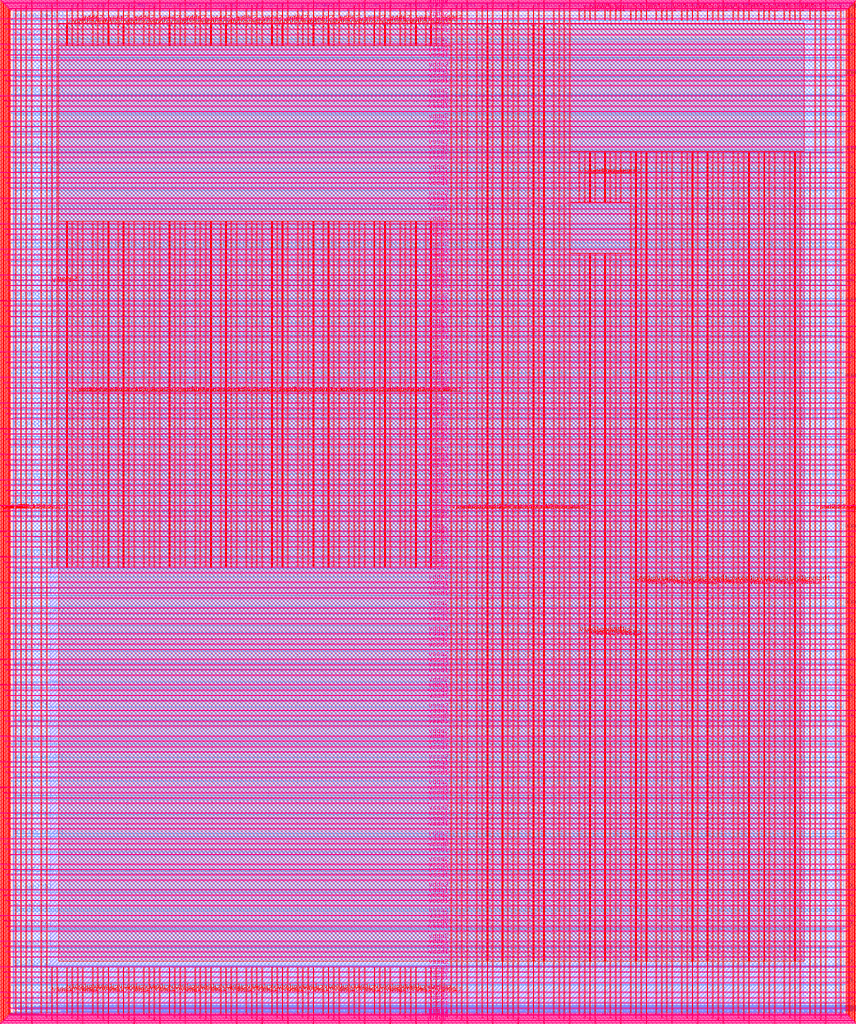
<source format=lef>
VERSION 5.7 ;
  NOWIREEXTENSIONATPIN ON ;
  DIVIDERCHAR "/" ;
  BUSBITCHARS "[]" ;
MACRO user_project_wrapper
  CLASS BLOCK ;
  FOREIGN user_project_wrapper ;
  ORIGIN 0.000 0.000 ;
  SIZE 2920.000 BY 3520.000 ;
  PIN analog_io[0]
    DIRECTION INOUT ;
    USE SIGNAL ;
    PORT
      LAYER met3 ;
        RECT 2917.600 1426.380 2924.800 1427.580 ;
    END
  END analog_io[0]
  PIN analog_io[10]
    DIRECTION INOUT ;
    USE SIGNAL ;
    PORT
      LAYER met2 ;
        RECT 2230.490 3517.600 2231.050 3524.800 ;
    END
  END analog_io[10]
  PIN analog_io[11]
    DIRECTION INOUT ;
    USE SIGNAL ;
    PORT
      LAYER met2 ;
        RECT 1905.730 3517.600 1906.290 3524.800 ;
    END
  END analog_io[11]
  PIN analog_io[12]
    DIRECTION INOUT ;
    USE SIGNAL ;
    PORT
      LAYER met2 ;
        RECT 1581.430 3517.600 1581.990 3524.800 ;
    END
  END analog_io[12]
  PIN analog_io[13]
    DIRECTION INOUT ;
    USE SIGNAL ;
    PORT
      LAYER met2 ;
        RECT 1257.130 3517.600 1257.690 3524.800 ;
    END
  END analog_io[13]
  PIN analog_io[14]
    DIRECTION INOUT ;
    USE SIGNAL ;
    PORT
      LAYER met2 ;
        RECT 932.370 3517.600 932.930 3524.800 ;
    END
  END analog_io[14]
  PIN analog_io[15]
    DIRECTION INOUT ;
    USE SIGNAL ;
    PORT
      LAYER met2 ;
        RECT 608.070 3517.600 608.630 3524.800 ;
    END
  END analog_io[15]
  PIN analog_io[16]
    DIRECTION INOUT ;
    USE SIGNAL ;
    PORT
      LAYER met2 ;
        RECT 283.770 3517.600 284.330 3524.800 ;
    END
  END analog_io[16]
  PIN analog_io[17]
    DIRECTION INOUT ;
    USE SIGNAL ;
    PORT
      LAYER met3 ;
        RECT -4.800 3486.100 2.400 3487.300 ;
    END
  END analog_io[17]
  PIN analog_io[18]
    DIRECTION INOUT ;
    USE SIGNAL ;
    PORT
      LAYER met3 ;
        RECT -4.800 3224.980 2.400 3226.180 ;
    END
  END analog_io[18]
  PIN analog_io[19]
    DIRECTION INOUT ;
    USE SIGNAL ;
    PORT
      LAYER met3 ;
        RECT -4.800 2964.540 2.400 2965.740 ;
    END
  END analog_io[19]
  PIN analog_io[1]
    DIRECTION INOUT ;
    USE SIGNAL ;
    PORT
      LAYER met3 ;
        RECT 2917.600 1692.260 2924.800 1693.460 ;
    END
  END analog_io[1]
  PIN analog_io[20]
    DIRECTION INOUT ;
    USE SIGNAL ;
    PORT
      LAYER met3 ;
        RECT -4.800 2703.420 2.400 2704.620 ;
    END
  END analog_io[20]
  PIN analog_io[21]
    DIRECTION INOUT ;
    USE SIGNAL ;
    PORT
      LAYER met3 ;
        RECT -4.800 2442.980 2.400 2444.180 ;
    END
  END analog_io[21]
  PIN analog_io[22]
    DIRECTION INOUT ;
    USE SIGNAL ;
    PORT
      LAYER met3 ;
        RECT -4.800 2182.540 2.400 2183.740 ;
    END
  END analog_io[22]
  PIN analog_io[23]
    DIRECTION INOUT ;
    USE SIGNAL ;
    PORT
      LAYER met3 ;
        RECT -4.800 1921.420 2.400 1922.620 ;
    END
  END analog_io[23]
  PIN analog_io[24]
    DIRECTION INOUT ;
    USE SIGNAL ;
    PORT
      LAYER met3 ;
        RECT -4.800 1660.980 2.400 1662.180 ;
    END
  END analog_io[24]
  PIN analog_io[25]
    DIRECTION INOUT ;
    USE SIGNAL ;
    PORT
      LAYER met3 ;
        RECT -4.800 1399.860 2.400 1401.060 ;
    END
  END analog_io[25]
  PIN analog_io[26]
    DIRECTION INOUT ;
    USE SIGNAL ;
    PORT
      LAYER met3 ;
        RECT -4.800 1139.420 2.400 1140.620 ;
    END
  END analog_io[26]
  PIN analog_io[27]
    DIRECTION INOUT ;
    USE SIGNAL ;
    PORT
      LAYER met3 ;
        RECT -4.800 878.980 2.400 880.180 ;
    END
  END analog_io[27]
  PIN analog_io[28]
    DIRECTION INOUT ;
    USE SIGNAL ;
    PORT
      LAYER met3 ;
        RECT -4.800 617.860 2.400 619.060 ;
    END
  END analog_io[28]
  PIN analog_io[2]
    DIRECTION INOUT ;
    USE SIGNAL ;
    PORT
      LAYER met3 ;
        RECT 2917.600 1958.140 2924.800 1959.340 ;
    END
  END analog_io[2]
  PIN analog_io[3]
    DIRECTION INOUT ;
    USE SIGNAL ;
    PORT
      LAYER met3 ;
        RECT 2917.600 2223.340 2924.800 2224.540 ;
    END
  END analog_io[3]
  PIN analog_io[4]
    DIRECTION INOUT ;
    USE SIGNAL ;
    PORT
      LAYER met3 ;
        RECT 2917.600 2489.220 2924.800 2490.420 ;
    END
  END analog_io[4]
  PIN analog_io[5]
    DIRECTION INOUT ;
    USE SIGNAL ;
    PORT
      LAYER met3 ;
        RECT 2917.600 2755.100 2924.800 2756.300 ;
    END
  END analog_io[5]
  PIN analog_io[6]
    DIRECTION INOUT ;
    USE SIGNAL ;
    PORT
      LAYER met3 ;
        RECT 2917.600 3020.300 2924.800 3021.500 ;
    END
  END analog_io[6]
  PIN analog_io[7]
    DIRECTION INOUT ;
    USE SIGNAL ;
    PORT
      LAYER met3 ;
        RECT 2917.600 3286.180 2924.800 3287.380 ;
    END
  END analog_io[7]
  PIN analog_io[8]
    DIRECTION INOUT ;
    USE SIGNAL ;
    PORT
      LAYER met2 ;
        RECT 2879.090 3517.600 2879.650 3524.800 ;
    END
  END analog_io[8]
  PIN analog_io[9]
    DIRECTION INOUT ;
    USE SIGNAL ;
    PORT
      LAYER met2 ;
        RECT 2554.790 3517.600 2555.350 3524.800 ;
    END
  END analog_io[9]
  PIN io_in[0]
    DIRECTION INPUT ;
    USE SIGNAL ;
    PORT
      LAYER met3 ;
        RECT 2917.600 32.380 2924.800 33.580 ;
    END
  END io_in[0]
  PIN io_in[10]
    DIRECTION INPUT ;
    USE SIGNAL ;
    PORT
      LAYER met3 ;
        RECT 2917.600 2289.980 2924.800 2291.180 ;
    END
  END io_in[10]
  PIN io_in[11]
    DIRECTION INPUT ;
    USE SIGNAL ;
    PORT
      LAYER met3 ;
        RECT 2917.600 2555.860 2924.800 2557.060 ;
    END
  END io_in[11]
  PIN io_in[12]
    DIRECTION INPUT ;
    USE SIGNAL ;
    PORT
      LAYER met3 ;
        RECT 2917.600 2821.060 2924.800 2822.260 ;
    END
  END io_in[12]
  PIN io_in[13]
    DIRECTION INPUT ;
    USE SIGNAL ;
    PORT
      LAYER met3 ;
        RECT 2917.600 3086.940 2924.800 3088.140 ;
    END
  END io_in[13]
  PIN io_in[14]
    DIRECTION INPUT ;
    USE SIGNAL ;
    PORT
      LAYER met3 ;
        RECT 2917.600 3352.820 2924.800 3354.020 ;
    END
  END io_in[14]
  PIN io_in[15]
    DIRECTION INPUT ;
    USE SIGNAL ;
    PORT
      LAYER met2 ;
        RECT 2798.130 3517.600 2798.690 3524.800 ;
    END
  END io_in[15]
  PIN io_in[16]
    DIRECTION INPUT ;
    USE SIGNAL ;
    PORT
      LAYER met2 ;
        RECT 2473.830 3517.600 2474.390 3524.800 ;
    END
  END io_in[16]
  PIN io_in[17]
    DIRECTION INPUT ;
    USE SIGNAL ;
    PORT
      LAYER met2 ;
        RECT 2149.070 3517.600 2149.630 3524.800 ;
    END
  END io_in[17]
  PIN io_in[18]
    DIRECTION INPUT ;
    USE SIGNAL ;
    PORT
      LAYER met2 ;
        RECT 1824.770 3517.600 1825.330 3524.800 ;
    END
  END io_in[18]
  PIN io_in[19]
    DIRECTION INPUT ;
    USE SIGNAL ;
    PORT
      LAYER met2 ;
        RECT 1500.470 3517.600 1501.030 3524.800 ;
    END
  END io_in[19]
  PIN io_in[1]
    DIRECTION INPUT ;
    USE SIGNAL ;
    PORT
      LAYER met3 ;
        RECT 2917.600 230.940 2924.800 232.140 ;
    END
  END io_in[1]
  PIN io_in[20]
    DIRECTION INPUT ;
    USE SIGNAL ;
    PORT
      LAYER met2 ;
        RECT 1175.710 3517.600 1176.270 3524.800 ;
    END
  END io_in[20]
  PIN io_in[21]
    DIRECTION INPUT ;
    USE SIGNAL ;
    PORT
      LAYER met2 ;
        RECT 851.410 3517.600 851.970 3524.800 ;
    END
  END io_in[21]
  PIN io_in[22]
    DIRECTION INPUT ;
    USE SIGNAL ;
    PORT
      LAYER met2 ;
        RECT 527.110 3517.600 527.670 3524.800 ;
    END
  END io_in[22]
  PIN io_in[23]
    DIRECTION INPUT ;
    USE SIGNAL ;
    PORT
      LAYER met2 ;
        RECT 202.350 3517.600 202.910 3524.800 ;
    END
  END io_in[23]
  PIN io_in[24]
    DIRECTION INPUT ;
    USE SIGNAL ;
    PORT
      LAYER met3 ;
        RECT -4.800 3420.820 2.400 3422.020 ;
    END
  END io_in[24]
  PIN io_in[25]
    DIRECTION INPUT ;
    USE SIGNAL ;
    PORT
      LAYER met3 ;
        RECT -4.800 3159.700 2.400 3160.900 ;
    END
  END io_in[25]
  PIN io_in[26]
    DIRECTION INPUT ;
    USE SIGNAL ;
    PORT
      LAYER met3 ;
        RECT -4.800 2899.260 2.400 2900.460 ;
    END
  END io_in[26]
  PIN io_in[27]
    DIRECTION INPUT ;
    USE SIGNAL ;
    PORT
      LAYER met3 ;
        RECT -4.800 2638.820 2.400 2640.020 ;
    END
  END io_in[27]
  PIN io_in[28]
    DIRECTION INPUT ;
    USE SIGNAL ;
    PORT
      LAYER met3 ;
        RECT -4.800 2377.700 2.400 2378.900 ;
    END
  END io_in[28]
  PIN io_in[29]
    DIRECTION INPUT ;
    USE SIGNAL ;
    PORT
      LAYER met3 ;
        RECT -4.800 2117.260 2.400 2118.460 ;
    END
  END io_in[29]
  PIN io_in[2]
    DIRECTION INPUT ;
    USE SIGNAL ;
    PORT
      LAYER met3 ;
        RECT 2917.600 430.180 2924.800 431.380 ;
    END
  END io_in[2]
  PIN io_in[30]
    DIRECTION INPUT ;
    USE SIGNAL ;
    PORT
      LAYER met3 ;
        RECT -4.800 1856.140 2.400 1857.340 ;
    END
  END io_in[30]
  PIN io_in[31]
    DIRECTION INPUT ;
    USE SIGNAL ;
    PORT
      LAYER met3 ;
        RECT -4.800 1595.700 2.400 1596.900 ;
    END
  END io_in[31]
  PIN io_in[32]
    DIRECTION INPUT ;
    USE SIGNAL ;
    PORT
      LAYER met3 ;
        RECT -4.800 1335.260 2.400 1336.460 ;
    END
  END io_in[32]
  PIN io_in[33]
    DIRECTION INPUT ;
    USE SIGNAL ;
    PORT
      LAYER met3 ;
        RECT -4.800 1074.140 2.400 1075.340 ;
    END
  END io_in[33]
  PIN io_in[34]
    DIRECTION INPUT ;
    USE SIGNAL ;
    PORT
      LAYER met3 ;
        RECT -4.800 813.700 2.400 814.900 ;
    END
  END io_in[34]
  PIN io_in[35]
    DIRECTION INPUT ;
    USE SIGNAL ;
    PORT
      LAYER met3 ;
        RECT -4.800 552.580 2.400 553.780 ;
    END
  END io_in[35]
  PIN io_in[36]
    DIRECTION INPUT ;
    USE SIGNAL ;
    PORT
      LAYER met3 ;
        RECT -4.800 357.420 2.400 358.620 ;
    END
  END io_in[36]
  PIN io_in[37]
    DIRECTION INPUT ;
    USE SIGNAL ;
    PORT
      LAYER met3 ;
        RECT -4.800 161.580 2.400 162.780 ;
    END
  END io_in[37]
  PIN io_in[3]
    DIRECTION INPUT ;
    USE SIGNAL ;
    PORT
      LAYER met3 ;
        RECT 2917.600 629.420 2924.800 630.620 ;
    END
  END io_in[3]
  PIN io_in[4]
    DIRECTION INPUT ;
    USE SIGNAL ;
    PORT
      LAYER met3 ;
        RECT 2917.600 828.660 2924.800 829.860 ;
    END
  END io_in[4]
  PIN io_in[5]
    DIRECTION INPUT ;
    USE SIGNAL ;
    PORT
      LAYER met3 ;
        RECT 2917.600 1027.900 2924.800 1029.100 ;
    END
  END io_in[5]
  PIN io_in[6]
    DIRECTION INPUT ;
    USE SIGNAL ;
    PORT
      LAYER met3 ;
        RECT 2917.600 1227.140 2924.800 1228.340 ;
    END
  END io_in[6]
  PIN io_in[7]
    DIRECTION INPUT ;
    USE SIGNAL ;
    PORT
      LAYER met3 ;
        RECT 2917.600 1493.020 2924.800 1494.220 ;
    END
  END io_in[7]
  PIN io_in[8]
    DIRECTION INPUT ;
    USE SIGNAL ;
    PORT
      LAYER met3 ;
        RECT 2917.600 1758.900 2924.800 1760.100 ;
    END
  END io_in[8]
  PIN io_in[9]
    DIRECTION INPUT ;
    USE SIGNAL ;
    PORT
      LAYER met3 ;
        RECT 2917.600 2024.100 2924.800 2025.300 ;
    END
  END io_in[9]
  PIN io_oeb[0]
    DIRECTION OUTPUT TRISTATE ;
    USE SIGNAL ;
    PORT
      LAYER met3 ;
        RECT 2917.600 164.980 2924.800 166.180 ;
    END
  END io_oeb[0]
  PIN io_oeb[10]
    DIRECTION OUTPUT TRISTATE ;
    USE SIGNAL ;
    PORT
      LAYER met3 ;
        RECT 2917.600 2422.580 2924.800 2423.780 ;
    END
  END io_oeb[10]
  PIN io_oeb[11]
    DIRECTION OUTPUT TRISTATE ;
    USE SIGNAL ;
    PORT
      LAYER met3 ;
        RECT 2917.600 2688.460 2924.800 2689.660 ;
    END
  END io_oeb[11]
  PIN io_oeb[12]
    DIRECTION OUTPUT TRISTATE ;
    USE SIGNAL ;
    PORT
      LAYER met3 ;
        RECT 2917.600 2954.340 2924.800 2955.540 ;
    END
  END io_oeb[12]
  PIN io_oeb[13]
    DIRECTION OUTPUT TRISTATE ;
    USE SIGNAL ;
    PORT
      LAYER met3 ;
        RECT 2917.600 3219.540 2924.800 3220.740 ;
    END
  END io_oeb[13]
  PIN io_oeb[14]
    DIRECTION OUTPUT TRISTATE ;
    USE SIGNAL ;
    PORT
      LAYER met3 ;
        RECT 2917.600 3485.420 2924.800 3486.620 ;
    END
  END io_oeb[14]
  PIN io_oeb[15]
    DIRECTION OUTPUT TRISTATE ;
    USE SIGNAL ;
    PORT
      LAYER met2 ;
        RECT 2635.750 3517.600 2636.310 3524.800 ;
    END
  END io_oeb[15]
  PIN io_oeb[16]
    DIRECTION OUTPUT TRISTATE ;
    USE SIGNAL ;
    PORT
      LAYER met2 ;
        RECT 2311.450 3517.600 2312.010 3524.800 ;
    END
  END io_oeb[16]
  PIN io_oeb[17]
    DIRECTION OUTPUT TRISTATE ;
    USE SIGNAL ;
    PORT
      LAYER met2 ;
        RECT 1987.150 3517.600 1987.710 3524.800 ;
    END
  END io_oeb[17]
  PIN io_oeb[18]
    DIRECTION OUTPUT TRISTATE ;
    USE SIGNAL ;
    PORT
      LAYER met2 ;
        RECT 1662.390 3517.600 1662.950 3524.800 ;
    END
  END io_oeb[18]
  PIN io_oeb[19]
    DIRECTION OUTPUT TRISTATE ;
    USE SIGNAL ;
    PORT
      LAYER met2 ;
        RECT 1338.090 3517.600 1338.650 3524.800 ;
    END
  END io_oeb[19]
  PIN io_oeb[1]
    DIRECTION OUTPUT TRISTATE ;
    USE SIGNAL ;
    PORT
      LAYER met3 ;
        RECT 2917.600 364.220 2924.800 365.420 ;
    END
  END io_oeb[1]
  PIN io_oeb[20]
    DIRECTION OUTPUT TRISTATE ;
    USE SIGNAL ;
    PORT
      LAYER met2 ;
        RECT 1013.790 3517.600 1014.350 3524.800 ;
    END
  END io_oeb[20]
  PIN io_oeb[21]
    DIRECTION OUTPUT TRISTATE ;
    USE SIGNAL ;
    PORT
      LAYER met2 ;
        RECT 689.030 3517.600 689.590 3524.800 ;
    END
  END io_oeb[21]
  PIN io_oeb[22]
    DIRECTION OUTPUT TRISTATE ;
    USE SIGNAL ;
    PORT
      LAYER met2 ;
        RECT 364.730 3517.600 365.290 3524.800 ;
    END
  END io_oeb[22]
  PIN io_oeb[23]
    DIRECTION OUTPUT TRISTATE ;
    USE SIGNAL ;
    PORT
      LAYER met2 ;
        RECT 40.430 3517.600 40.990 3524.800 ;
    END
  END io_oeb[23]
  PIN io_oeb[24]
    DIRECTION OUTPUT TRISTATE ;
    USE SIGNAL ;
    PORT
      LAYER met3 ;
        RECT -4.800 3290.260 2.400 3291.460 ;
    END
  END io_oeb[24]
  PIN io_oeb[25]
    DIRECTION OUTPUT TRISTATE ;
    USE SIGNAL ;
    PORT
      LAYER met3 ;
        RECT -4.800 3029.820 2.400 3031.020 ;
    END
  END io_oeb[25]
  PIN io_oeb[26]
    DIRECTION OUTPUT TRISTATE ;
    USE SIGNAL ;
    PORT
      LAYER met3 ;
        RECT -4.800 2768.700 2.400 2769.900 ;
    END
  END io_oeb[26]
  PIN io_oeb[27]
    DIRECTION OUTPUT TRISTATE ;
    USE SIGNAL ;
    PORT
      LAYER met3 ;
        RECT -4.800 2508.260 2.400 2509.460 ;
    END
  END io_oeb[27]
  PIN io_oeb[28]
    DIRECTION OUTPUT TRISTATE ;
    USE SIGNAL ;
    PORT
      LAYER met3 ;
        RECT -4.800 2247.140 2.400 2248.340 ;
    END
  END io_oeb[28]
  PIN io_oeb[29]
    DIRECTION OUTPUT TRISTATE ;
    USE SIGNAL ;
    PORT
      LAYER met3 ;
        RECT -4.800 1986.700 2.400 1987.900 ;
    END
  END io_oeb[29]
  PIN io_oeb[2]
    DIRECTION OUTPUT TRISTATE ;
    USE SIGNAL ;
    PORT
      LAYER met3 ;
        RECT 2917.600 563.460 2924.800 564.660 ;
    END
  END io_oeb[2]
  PIN io_oeb[30]
    DIRECTION OUTPUT TRISTATE ;
    USE SIGNAL ;
    PORT
      LAYER met3 ;
        RECT -4.800 1726.260 2.400 1727.460 ;
    END
  END io_oeb[30]
  PIN io_oeb[31]
    DIRECTION OUTPUT TRISTATE ;
    USE SIGNAL ;
    PORT
      LAYER met3 ;
        RECT -4.800 1465.140 2.400 1466.340 ;
    END
  END io_oeb[31]
  PIN io_oeb[32]
    DIRECTION OUTPUT TRISTATE ;
    USE SIGNAL ;
    PORT
      LAYER met3 ;
        RECT -4.800 1204.700 2.400 1205.900 ;
    END
  END io_oeb[32]
  PIN io_oeb[33]
    DIRECTION OUTPUT TRISTATE ;
    USE SIGNAL ;
    PORT
      LAYER met3 ;
        RECT -4.800 943.580 2.400 944.780 ;
    END
  END io_oeb[33]
  PIN io_oeb[34]
    DIRECTION OUTPUT TRISTATE ;
    USE SIGNAL ;
    PORT
      LAYER met3 ;
        RECT -4.800 683.140 2.400 684.340 ;
    END
  END io_oeb[34]
  PIN io_oeb[35]
    DIRECTION OUTPUT TRISTATE ;
    USE SIGNAL ;
    PORT
      LAYER met3 ;
        RECT -4.800 422.700 2.400 423.900 ;
    END
  END io_oeb[35]
  PIN io_oeb[36]
    DIRECTION OUTPUT TRISTATE ;
    USE SIGNAL ;
    PORT
      LAYER met3 ;
        RECT -4.800 226.860 2.400 228.060 ;
    END
  END io_oeb[36]
  PIN io_oeb[37]
    DIRECTION OUTPUT TRISTATE ;
    USE SIGNAL ;
    PORT
      LAYER met3 ;
        RECT -4.800 31.700 2.400 32.900 ;
    END
  END io_oeb[37]
  PIN io_oeb[3]
    DIRECTION OUTPUT TRISTATE ;
    USE SIGNAL ;
    PORT
      LAYER met3 ;
        RECT 2917.600 762.700 2924.800 763.900 ;
    END
  END io_oeb[3]
  PIN io_oeb[4]
    DIRECTION OUTPUT TRISTATE ;
    USE SIGNAL ;
    PORT
      LAYER met3 ;
        RECT 2917.600 961.940 2924.800 963.140 ;
    END
  END io_oeb[4]
  PIN io_oeb[5]
    DIRECTION OUTPUT TRISTATE ;
    USE SIGNAL ;
    PORT
      LAYER met3 ;
        RECT 2917.600 1161.180 2924.800 1162.380 ;
    END
  END io_oeb[5]
  PIN io_oeb[6]
    DIRECTION OUTPUT TRISTATE ;
    USE SIGNAL ;
    PORT
      LAYER met3 ;
        RECT 2917.600 1360.420 2924.800 1361.620 ;
    END
  END io_oeb[6]
  PIN io_oeb[7]
    DIRECTION OUTPUT TRISTATE ;
    USE SIGNAL ;
    PORT
      LAYER met3 ;
        RECT 2917.600 1625.620 2924.800 1626.820 ;
    END
  END io_oeb[7]
  PIN io_oeb[8]
    DIRECTION OUTPUT TRISTATE ;
    USE SIGNAL ;
    PORT
      LAYER met3 ;
        RECT 2917.600 1891.500 2924.800 1892.700 ;
    END
  END io_oeb[8]
  PIN io_oeb[9]
    DIRECTION OUTPUT TRISTATE ;
    USE SIGNAL ;
    PORT
      LAYER met3 ;
        RECT 2917.600 2157.380 2924.800 2158.580 ;
    END
  END io_oeb[9]
  PIN io_out[0]
    DIRECTION OUTPUT TRISTATE ;
    USE SIGNAL ;
    PORT
      LAYER met3 ;
        RECT 2917.600 98.340 2924.800 99.540 ;
    END
  END io_out[0]
  PIN io_out[10]
    DIRECTION OUTPUT TRISTATE ;
    USE SIGNAL ;
    PORT
      LAYER met3 ;
        RECT 2917.600 2356.620 2924.800 2357.820 ;
    END
  END io_out[10]
  PIN io_out[11]
    DIRECTION OUTPUT TRISTATE ;
    USE SIGNAL ;
    PORT
      LAYER met3 ;
        RECT 2917.600 2621.820 2924.800 2623.020 ;
    END
  END io_out[11]
  PIN io_out[12]
    DIRECTION OUTPUT TRISTATE ;
    USE SIGNAL ;
    PORT
      LAYER met3 ;
        RECT 2917.600 2887.700 2924.800 2888.900 ;
    END
  END io_out[12]
  PIN io_out[13]
    DIRECTION OUTPUT TRISTATE ;
    USE SIGNAL ;
    PORT
      LAYER met3 ;
        RECT 2917.600 3153.580 2924.800 3154.780 ;
    END
  END io_out[13]
  PIN io_out[14]
    DIRECTION OUTPUT TRISTATE ;
    USE SIGNAL ;
    PORT
      LAYER met3 ;
        RECT 2917.600 3418.780 2924.800 3419.980 ;
    END
  END io_out[14]
  PIN io_out[15]
    DIRECTION OUTPUT TRISTATE ;
    USE SIGNAL ;
    PORT
      LAYER met2 ;
        RECT 2717.170 3517.600 2717.730 3524.800 ;
    END
  END io_out[15]
  PIN io_out[16]
    DIRECTION OUTPUT TRISTATE ;
    USE SIGNAL ;
    PORT
      LAYER met2 ;
        RECT 2392.410 3517.600 2392.970 3524.800 ;
    END
  END io_out[16]
  PIN io_out[17]
    DIRECTION OUTPUT TRISTATE ;
    USE SIGNAL ;
    PORT
      LAYER met2 ;
        RECT 2068.110 3517.600 2068.670 3524.800 ;
    END
  END io_out[17]
  PIN io_out[18]
    DIRECTION OUTPUT TRISTATE ;
    USE SIGNAL ;
    PORT
      LAYER met2 ;
        RECT 1743.810 3517.600 1744.370 3524.800 ;
    END
  END io_out[18]
  PIN io_out[19]
    DIRECTION OUTPUT TRISTATE ;
    USE SIGNAL ;
    PORT
      LAYER met2 ;
        RECT 1419.050 3517.600 1419.610 3524.800 ;
    END
  END io_out[19]
  PIN io_out[1]
    DIRECTION OUTPUT TRISTATE ;
    USE SIGNAL ;
    PORT
      LAYER met3 ;
        RECT 2917.600 297.580 2924.800 298.780 ;
    END
  END io_out[1]
  PIN io_out[20]
    DIRECTION OUTPUT TRISTATE ;
    USE SIGNAL ;
    PORT
      LAYER met2 ;
        RECT 1094.750 3517.600 1095.310 3524.800 ;
    END
  END io_out[20]
  PIN io_out[21]
    DIRECTION OUTPUT TRISTATE ;
    USE SIGNAL ;
    PORT
      LAYER met2 ;
        RECT 770.450 3517.600 771.010 3524.800 ;
    END
  END io_out[21]
  PIN io_out[22]
    DIRECTION OUTPUT TRISTATE ;
    USE SIGNAL ;
    PORT
      LAYER met2 ;
        RECT 445.690 3517.600 446.250 3524.800 ;
    END
  END io_out[22]
  PIN io_out[23]
    DIRECTION OUTPUT TRISTATE ;
    USE SIGNAL ;
    PORT
      LAYER met2 ;
        RECT 121.390 3517.600 121.950 3524.800 ;
    END
  END io_out[23]
  PIN io_out[24]
    DIRECTION OUTPUT TRISTATE ;
    USE SIGNAL ;
    PORT
      LAYER met3 ;
        RECT -4.800 3355.540 2.400 3356.740 ;
    END
  END io_out[24]
  PIN io_out[25]
    DIRECTION OUTPUT TRISTATE ;
    USE SIGNAL ;
    PORT
      LAYER met3 ;
        RECT -4.800 3095.100 2.400 3096.300 ;
    END
  END io_out[25]
  PIN io_out[26]
    DIRECTION OUTPUT TRISTATE ;
    USE SIGNAL ;
    PORT
      LAYER met3 ;
        RECT -4.800 2833.980 2.400 2835.180 ;
    END
  END io_out[26]
  PIN io_out[27]
    DIRECTION OUTPUT TRISTATE ;
    USE SIGNAL ;
    PORT
      LAYER met3 ;
        RECT -4.800 2573.540 2.400 2574.740 ;
    END
  END io_out[27]
  PIN io_out[28]
    DIRECTION OUTPUT TRISTATE ;
    USE SIGNAL ;
    PORT
      LAYER met3 ;
        RECT -4.800 2312.420 2.400 2313.620 ;
    END
  END io_out[28]
  PIN io_out[29]
    DIRECTION OUTPUT TRISTATE ;
    USE SIGNAL ;
    PORT
      LAYER met3 ;
        RECT -4.800 2051.980 2.400 2053.180 ;
    END
  END io_out[29]
  PIN io_out[2]
    DIRECTION OUTPUT TRISTATE ;
    USE SIGNAL ;
    PORT
      LAYER met3 ;
        RECT 2917.600 496.820 2924.800 498.020 ;
    END
  END io_out[2]
  PIN io_out[30]
    DIRECTION OUTPUT TRISTATE ;
    USE SIGNAL ;
    PORT
      LAYER met3 ;
        RECT -4.800 1791.540 2.400 1792.740 ;
    END
  END io_out[30]
  PIN io_out[31]
    DIRECTION OUTPUT TRISTATE ;
    USE SIGNAL ;
    PORT
      LAYER met3 ;
        RECT -4.800 1530.420 2.400 1531.620 ;
    END
  END io_out[31]
  PIN io_out[32]
    DIRECTION OUTPUT TRISTATE ;
    USE SIGNAL ;
    PORT
      LAYER met3 ;
        RECT -4.800 1269.980 2.400 1271.180 ;
    END
  END io_out[32]
  PIN io_out[33]
    DIRECTION OUTPUT TRISTATE ;
    USE SIGNAL ;
    PORT
      LAYER met3 ;
        RECT -4.800 1008.860 2.400 1010.060 ;
    END
  END io_out[33]
  PIN io_out[34]
    DIRECTION OUTPUT TRISTATE ;
    USE SIGNAL ;
    PORT
      LAYER met3 ;
        RECT -4.800 748.420 2.400 749.620 ;
    END
  END io_out[34]
  PIN io_out[35]
    DIRECTION OUTPUT TRISTATE ;
    USE SIGNAL ;
    PORT
      LAYER met3 ;
        RECT -4.800 487.300 2.400 488.500 ;
    END
  END io_out[35]
  PIN io_out[36]
    DIRECTION OUTPUT TRISTATE ;
    USE SIGNAL ;
    PORT
      LAYER met3 ;
        RECT -4.800 292.140 2.400 293.340 ;
    END
  END io_out[36]
  PIN io_out[37]
    DIRECTION OUTPUT TRISTATE ;
    USE SIGNAL ;
    PORT
      LAYER met3 ;
        RECT -4.800 96.300 2.400 97.500 ;
    END
  END io_out[37]
  PIN io_out[3]
    DIRECTION OUTPUT TRISTATE ;
    USE SIGNAL ;
    PORT
      LAYER met3 ;
        RECT 2917.600 696.060 2924.800 697.260 ;
    END
  END io_out[3]
  PIN io_out[4]
    DIRECTION OUTPUT TRISTATE ;
    USE SIGNAL ;
    PORT
      LAYER met3 ;
        RECT 2917.600 895.300 2924.800 896.500 ;
    END
  END io_out[4]
  PIN io_out[5]
    DIRECTION OUTPUT TRISTATE ;
    USE SIGNAL ;
    PORT
      LAYER met3 ;
        RECT 2917.600 1094.540 2924.800 1095.740 ;
    END
  END io_out[5]
  PIN io_out[6]
    DIRECTION OUTPUT TRISTATE ;
    USE SIGNAL ;
    PORT
      LAYER met3 ;
        RECT 2917.600 1293.780 2924.800 1294.980 ;
    END
  END io_out[6]
  PIN io_out[7]
    DIRECTION OUTPUT TRISTATE ;
    USE SIGNAL ;
    PORT
      LAYER met3 ;
        RECT 2917.600 1559.660 2924.800 1560.860 ;
    END
  END io_out[7]
  PIN io_out[8]
    DIRECTION OUTPUT TRISTATE ;
    USE SIGNAL ;
    PORT
      LAYER met3 ;
        RECT 2917.600 1824.860 2924.800 1826.060 ;
    END
  END io_out[8]
  PIN io_out[9]
    DIRECTION OUTPUT TRISTATE ;
    USE SIGNAL ;
    PORT
      LAYER met3 ;
        RECT 2917.600 2090.740 2924.800 2091.940 ;
    END
  END io_out[9]
  PIN la_data_in[0]
    DIRECTION INPUT ;
    USE SIGNAL ;
    PORT
      LAYER met2 ;
        RECT 629.230 -4.800 629.790 2.400 ;
    END
  END la_data_in[0]
  PIN la_data_in[100]
    DIRECTION INPUT ;
    USE SIGNAL ;
    PORT
      LAYER met2 ;
        RECT 2402.530 -4.800 2403.090 2.400 ;
    END
  END la_data_in[100]
  PIN la_data_in[101]
    DIRECTION INPUT ;
    USE SIGNAL ;
    PORT
      LAYER met2 ;
        RECT 2420.010 -4.800 2420.570 2.400 ;
    END
  END la_data_in[101]
  PIN la_data_in[102]
    DIRECTION INPUT ;
    USE SIGNAL ;
    PORT
      LAYER met2 ;
        RECT 2437.950 -4.800 2438.510 2.400 ;
    END
  END la_data_in[102]
  PIN la_data_in[103]
    DIRECTION INPUT ;
    USE SIGNAL ;
    PORT
      LAYER met2 ;
        RECT 2455.430 -4.800 2455.990 2.400 ;
    END
  END la_data_in[103]
  PIN la_data_in[104]
    DIRECTION INPUT ;
    USE SIGNAL ;
    PORT
      LAYER met2 ;
        RECT 2473.370 -4.800 2473.930 2.400 ;
    END
  END la_data_in[104]
  PIN la_data_in[105]
    DIRECTION INPUT ;
    USE SIGNAL ;
    PORT
      LAYER met2 ;
        RECT 2490.850 -4.800 2491.410 2.400 ;
    END
  END la_data_in[105]
  PIN la_data_in[106]
    DIRECTION INPUT ;
    USE SIGNAL ;
    PORT
      LAYER met2 ;
        RECT 2508.790 -4.800 2509.350 2.400 ;
    END
  END la_data_in[106]
  PIN la_data_in[107]
    DIRECTION INPUT ;
    USE SIGNAL ;
    PORT
      LAYER met2 ;
        RECT 2526.730 -4.800 2527.290 2.400 ;
    END
  END la_data_in[107]
  PIN la_data_in[108]
    DIRECTION INPUT ;
    USE SIGNAL ;
    PORT
      LAYER met2 ;
        RECT 2544.210 -4.800 2544.770 2.400 ;
    END
  END la_data_in[108]
  PIN la_data_in[109]
    DIRECTION INPUT ;
    USE SIGNAL ;
    PORT
      LAYER met2 ;
        RECT 2562.150 -4.800 2562.710 2.400 ;
    END
  END la_data_in[109]
  PIN la_data_in[10]
    DIRECTION INPUT ;
    USE SIGNAL ;
    PORT
      LAYER met2 ;
        RECT 806.330 -4.800 806.890 2.400 ;
    END
  END la_data_in[10]
  PIN la_data_in[110]
    DIRECTION INPUT ;
    USE SIGNAL ;
    PORT
      LAYER met2 ;
        RECT 2579.630 -4.800 2580.190 2.400 ;
    END
  END la_data_in[110]
  PIN la_data_in[111]
    DIRECTION INPUT ;
    USE SIGNAL ;
    PORT
      LAYER met2 ;
        RECT 2597.570 -4.800 2598.130 2.400 ;
    END
  END la_data_in[111]
  PIN la_data_in[112]
    DIRECTION INPUT ;
    USE SIGNAL ;
    PORT
      LAYER met2 ;
        RECT 2615.050 -4.800 2615.610 2.400 ;
    END
  END la_data_in[112]
  PIN la_data_in[113]
    DIRECTION INPUT ;
    USE SIGNAL ;
    PORT
      LAYER met2 ;
        RECT 2632.990 -4.800 2633.550 2.400 ;
    END
  END la_data_in[113]
  PIN la_data_in[114]
    DIRECTION INPUT ;
    USE SIGNAL ;
    PORT
      LAYER met2 ;
        RECT 2650.470 -4.800 2651.030 2.400 ;
    END
  END la_data_in[114]
  PIN la_data_in[115]
    DIRECTION INPUT ;
    USE SIGNAL ;
    PORT
      LAYER met2 ;
        RECT 2668.410 -4.800 2668.970 2.400 ;
    END
  END la_data_in[115]
  PIN la_data_in[116]
    DIRECTION INPUT ;
    USE SIGNAL ;
    PORT
      LAYER met2 ;
        RECT 2685.890 -4.800 2686.450 2.400 ;
    END
  END la_data_in[116]
  PIN la_data_in[117]
    DIRECTION INPUT ;
    USE SIGNAL ;
    PORT
      LAYER met2 ;
        RECT 2703.830 -4.800 2704.390 2.400 ;
    END
  END la_data_in[117]
  PIN la_data_in[118]
    DIRECTION INPUT ;
    USE SIGNAL ;
    PORT
      LAYER met2 ;
        RECT 2721.770 -4.800 2722.330 2.400 ;
    END
  END la_data_in[118]
  PIN la_data_in[119]
    DIRECTION INPUT ;
    USE SIGNAL ;
    PORT
      LAYER met2 ;
        RECT 2739.250 -4.800 2739.810 2.400 ;
    END
  END la_data_in[119]
  PIN la_data_in[11]
    DIRECTION INPUT ;
    USE SIGNAL ;
    PORT
      LAYER met2 ;
        RECT 824.270 -4.800 824.830 2.400 ;
    END
  END la_data_in[11]
  PIN la_data_in[120]
    DIRECTION INPUT ;
    USE SIGNAL ;
    PORT
      LAYER met2 ;
        RECT 2757.190 -4.800 2757.750 2.400 ;
    END
  END la_data_in[120]
  PIN la_data_in[121]
    DIRECTION INPUT ;
    USE SIGNAL ;
    PORT
      LAYER met2 ;
        RECT 2774.670 -4.800 2775.230 2.400 ;
    END
  END la_data_in[121]
  PIN la_data_in[122]
    DIRECTION INPUT ;
    USE SIGNAL ;
    PORT
      LAYER met2 ;
        RECT 2792.610 -4.800 2793.170 2.400 ;
    END
  END la_data_in[122]
  PIN la_data_in[123]
    DIRECTION INPUT ;
    USE SIGNAL ;
    PORT
      LAYER met2 ;
        RECT 2810.090 -4.800 2810.650 2.400 ;
    END
  END la_data_in[123]
  PIN la_data_in[124]
    DIRECTION INPUT ;
    USE SIGNAL ;
    PORT
      LAYER met2 ;
        RECT 2828.030 -4.800 2828.590 2.400 ;
    END
  END la_data_in[124]
  PIN la_data_in[125]
    DIRECTION INPUT ;
    USE SIGNAL ;
    PORT
      LAYER met2 ;
        RECT 2845.510 -4.800 2846.070 2.400 ;
    END
  END la_data_in[125]
  PIN la_data_in[126]
    DIRECTION INPUT ;
    USE SIGNAL ;
    PORT
      LAYER met2 ;
        RECT 2863.450 -4.800 2864.010 2.400 ;
    END
  END la_data_in[126]
  PIN la_data_in[127]
    DIRECTION INPUT ;
    USE SIGNAL ;
    PORT
      LAYER met2 ;
        RECT 2881.390 -4.800 2881.950 2.400 ;
    END
  END la_data_in[127]
  PIN la_data_in[12]
    DIRECTION INPUT ;
    USE SIGNAL ;
    PORT
      LAYER met2 ;
        RECT 841.750 -4.800 842.310 2.400 ;
    END
  END la_data_in[12]
  PIN la_data_in[13]
    DIRECTION INPUT ;
    USE SIGNAL ;
    PORT
      LAYER met2 ;
        RECT 859.690 -4.800 860.250 2.400 ;
    END
  END la_data_in[13]
  PIN la_data_in[14]
    DIRECTION INPUT ;
    USE SIGNAL ;
    PORT
      LAYER met2 ;
        RECT 877.170 -4.800 877.730 2.400 ;
    END
  END la_data_in[14]
  PIN la_data_in[15]
    DIRECTION INPUT ;
    USE SIGNAL ;
    PORT
      LAYER met2 ;
        RECT 895.110 -4.800 895.670 2.400 ;
    END
  END la_data_in[15]
  PIN la_data_in[16]
    DIRECTION INPUT ;
    USE SIGNAL ;
    PORT
      LAYER met2 ;
        RECT 912.590 -4.800 913.150 2.400 ;
    END
  END la_data_in[16]
  PIN la_data_in[17]
    DIRECTION INPUT ;
    USE SIGNAL ;
    PORT
      LAYER met2 ;
        RECT 930.530 -4.800 931.090 2.400 ;
    END
  END la_data_in[17]
  PIN la_data_in[18]
    DIRECTION INPUT ;
    USE SIGNAL ;
    PORT
      LAYER met2 ;
        RECT 948.470 -4.800 949.030 2.400 ;
    END
  END la_data_in[18]
  PIN la_data_in[19]
    DIRECTION INPUT ;
    USE SIGNAL ;
    PORT
      LAYER met2 ;
        RECT 965.950 -4.800 966.510 2.400 ;
    END
  END la_data_in[19]
  PIN la_data_in[1]
    DIRECTION INPUT ;
    USE SIGNAL ;
    PORT
      LAYER met2 ;
        RECT 646.710 -4.800 647.270 2.400 ;
    END
  END la_data_in[1]
  PIN la_data_in[20]
    DIRECTION INPUT ;
    USE SIGNAL ;
    PORT
      LAYER met2 ;
        RECT 983.890 -4.800 984.450 2.400 ;
    END
  END la_data_in[20]
  PIN la_data_in[21]
    DIRECTION INPUT ;
    USE SIGNAL ;
    PORT
      LAYER met2 ;
        RECT 1001.370 -4.800 1001.930 2.400 ;
    END
  END la_data_in[21]
  PIN la_data_in[22]
    DIRECTION INPUT ;
    USE SIGNAL ;
    PORT
      LAYER met2 ;
        RECT 1019.310 -4.800 1019.870 2.400 ;
    END
  END la_data_in[22]
  PIN la_data_in[23]
    DIRECTION INPUT ;
    USE SIGNAL ;
    PORT
      LAYER met2 ;
        RECT 1036.790 -4.800 1037.350 2.400 ;
    END
  END la_data_in[23]
  PIN la_data_in[24]
    DIRECTION INPUT ;
    USE SIGNAL ;
    PORT
      LAYER met2 ;
        RECT 1054.730 -4.800 1055.290 2.400 ;
    END
  END la_data_in[24]
  PIN la_data_in[25]
    DIRECTION INPUT ;
    USE SIGNAL ;
    PORT
      LAYER met2 ;
        RECT 1072.210 -4.800 1072.770 2.400 ;
    END
  END la_data_in[25]
  PIN la_data_in[26]
    DIRECTION INPUT ;
    USE SIGNAL ;
    PORT
      LAYER met2 ;
        RECT 1090.150 -4.800 1090.710 2.400 ;
    END
  END la_data_in[26]
  PIN la_data_in[27]
    DIRECTION INPUT ;
    USE SIGNAL ;
    PORT
      LAYER met2 ;
        RECT 1107.630 -4.800 1108.190 2.400 ;
    END
  END la_data_in[27]
  PIN la_data_in[28]
    DIRECTION INPUT ;
    USE SIGNAL ;
    PORT
      LAYER met2 ;
        RECT 1125.570 -4.800 1126.130 2.400 ;
    END
  END la_data_in[28]
  PIN la_data_in[29]
    DIRECTION INPUT ;
    USE SIGNAL ;
    PORT
      LAYER met2 ;
        RECT 1143.510 -4.800 1144.070 2.400 ;
    END
  END la_data_in[29]
  PIN la_data_in[2]
    DIRECTION INPUT ;
    USE SIGNAL ;
    PORT
      LAYER met2 ;
        RECT 664.650 -4.800 665.210 2.400 ;
    END
  END la_data_in[2]
  PIN la_data_in[30]
    DIRECTION INPUT ;
    USE SIGNAL ;
    PORT
      LAYER met2 ;
        RECT 1160.990 -4.800 1161.550 2.400 ;
    END
  END la_data_in[30]
  PIN la_data_in[31]
    DIRECTION INPUT ;
    USE SIGNAL ;
    PORT
      LAYER met2 ;
        RECT 1178.930 -4.800 1179.490 2.400 ;
    END
  END la_data_in[31]
  PIN la_data_in[32]
    DIRECTION INPUT ;
    USE SIGNAL ;
    PORT
      LAYER met2 ;
        RECT 1196.410 -4.800 1196.970 2.400 ;
    END
  END la_data_in[32]
  PIN la_data_in[33]
    DIRECTION INPUT ;
    USE SIGNAL ;
    PORT
      LAYER met2 ;
        RECT 1214.350 -4.800 1214.910 2.400 ;
    END
  END la_data_in[33]
  PIN la_data_in[34]
    DIRECTION INPUT ;
    USE SIGNAL ;
    PORT
      LAYER met2 ;
        RECT 1231.830 -4.800 1232.390 2.400 ;
    END
  END la_data_in[34]
  PIN la_data_in[35]
    DIRECTION INPUT ;
    USE SIGNAL ;
    PORT
      LAYER met2 ;
        RECT 1249.770 -4.800 1250.330 2.400 ;
    END
  END la_data_in[35]
  PIN la_data_in[36]
    DIRECTION INPUT ;
    USE SIGNAL ;
    PORT
      LAYER met2 ;
        RECT 1267.250 -4.800 1267.810 2.400 ;
    END
  END la_data_in[36]
  PIN la_data_in[37]
    DIRECTION INPUT ;
    USE SIGNAL ;
    PORT
      LAYER met2 ;
        RECT 1285.190 -4.800 1285.750 2.400 ;
    END
  END la_data_in[37]
  PIN la_data_in[38]
    DIRECTION INPUT ;
    USE SIGNAL ;
    PORT
      LAYER met2 ;
        RECT 1303.130 -4.800 1303.690 2.400 ;
    END
  END la_data_in[38]
  PIN la_data_in[39]
    DIRECTION INPUT ;
    USE SIGNAL ;
    PORT
      LAYER met2 ;
        RECT 1320.610 -4.800 1321.170 2.400 ;
    END
  END la_data_in[39]
  PIN la_data_in[3]
    DIRECTION INPUT ;
    USE SIGNAL ;
    PORT
      LAYER met2 ;
        RECT 682.130 -4.800 682.690 2.400 ;
    END
  END la_data_in[3]
  PIN la_data_in[40]
    DIRECTION INPUT ;
    USE SIGNAL ;
    PORT
      LAYER met2 ;
        RECT 1338.550 -4.800 1339.110 2.400 ;
    END
  END la_data_in[40]
  PIN la_data_in[41]
    DIRECTION INPUT ;
    USE SIGNAL ;
    PORT
      LAYER met2 ;
        RECT 1356.030 -4.800 1356.590 2.400 ;
    END
  END la_data_in[41]
  PIN la_data_in[42]
    DIRECTION INPUT ;
    USE SIGNAL ;
    PORT
      LAYER met2 ;
        RECT 1373.970 -4.800 1374.530 2.400 ;
    END
  END la_data_in[42]
  PIN la_data_in[43]
    DIRECTION INPUT ;
    USE SIGNAL ;
    PORT
      LAYER met2 ;
        RECT 1391.450 -4.800 1392.010 2.400 ;
    END
  END la_data_in[43]
  PIN la_data_in[44]
    DIRECTION INPUT ;
    USE SIGNAL ;
    PORT
      LAYER met2 ;
        RECT 1409.390 -4.800 1409.950 2.400 ;
    END
  END la_data_in[44]
  PIN la_data_in[45]
    DIRECTION INPUT ;
    USE SIGNAL ;
    PORT
      LAYER met2 ;
        RECT 1426.870 -4.800 1427.430 2.400 ;
    END
  END la_data_in[45]
  PIN la_data_in[46]
    DIRECTION INPUT ;
    USE SIGNAL ;
    PORT
      LAYER met2 ;
        RECT 1444.810 -4.800 1445.370 2.400 ;
    END
  END la_data_in[46]
  PIN la_data_in[47]
    DIRECTION INPUT ;
    USE SIGNAL ;
    PORT
      LAYER met2 ;
        RECT 1462.750 -4.800 1463.310 2.400 ;
    END
  END la_data_in[47]
  PIN la_data_in[48]
    DIRECTION INPUT ;
    USE SIGNAL ;
    PORT
      LAYER met2 ;
        RECT 1480.230 -4.800 1480.790 2.400 ;
    END
  END la_data_in[48]
  PIN la_data_in[49]
    DIRECTION INPUT ;
    USE SIGNAL ;
    PORT
      LAYER met2 ;
        RECT 1498.170 -4.800 1498.730 2.400 ;
    END
  END la_data_in[49]
  PIN la_data_in[4]
    DIRECTION INPUT ;
    USE SIGNAL ;
    PORT
      LAYER met2 ;
        RECT 700.070 -4.800 700.630 2.400 ;
    END
  END la_data_in[4]
  PIN la_data_in[50]
    DIRECTION INPUT ;
    USE SIGNAL ;
    PORT
      LAYER met2 ;
        RECT 1515.650 -4.800 1516.210 2.400 ;
    END
  END la_data_in[50]
  PIN la_data_in[51]
    DIRECTION INPUT ;
    USE SIGNAL ;
    PORT
      LAYER met2 ;
        RECT 1533.590 -4.800 1534.150 2.400 ;
    END
  END la_data_in[51]
  PIN la_data_in[52]
    DIRECTION INPUT ;
    USE SIGNAL ;
    PORT
      LAYER met2 ;
        RECT 1551.070 -4.800 1551.630 2.400 ;
    END
  END la_data_in[52]
  PIN la_data_in[53]
    DIRECTION INPUT ;
    USE SIGNAL ;
    PORT
      LAYER met2 ;
        RECT 1569.010 -4.800 1569.570 2.400 ;
    END
  END la_data_in[53]
  PIN la_data_in[54]
    DIRECTION INPUT ;
    USE SIGNAL ;
    PORT
      LAYER met2 ;
        RECT 1586.490 -4.800 1587.050 2.400 ;
    END
  END la_data_in[54]
  PIN la_data_in[55]
    DIRECTION INPUT ;
    USE SIGNAL ;
    PORT
      LAYER met2 ;
        RECT 1604.430 -4.800 1604.990 2.400 ;
    END
  END la_data_in[55]
  PIN la_data_in[56]
    DIRECTION INPUT ;
    USE SIGNAL ;
    PORT
      LAYER met2 ;
        RECT 1621.910 -4.800 1622.470 2.400 ;
    END
  END la_data_in[56]
  PIN la_data_in[57]
    DIRECTION INPUT ;
    USE SIGNAL ;
    PORT
      LAYER met2 ;
        RECT 1639.850 -4.800 1640.410 2.400 ;
    END
  END la_data_in[57]
  PIN la_data_in[58]
    DIRECTION INPUT ;
    USE SIGNAL ;
    PORT
      LAYER met2 ;
        RECT 1657.790 -4.800 1658.350 2.400 ;
    END
  END la_data_in[58]
  PIN la_data_in[59]
    DIRECTION INPUT ;
    USE SIGNAL ;
    PORT
      LAYER met2 ;
        RECT 1675.270 -4.800 1675.830 2.400 ;
    END
  END la_data_in[59]
  PIN la_data_in[5]
    DIRECTION INPUT ;
    USE SIGNAL ;
    PORT
      LAYER met2 ;
        RECT 717.550 -4.800 718.110 2.400 ;
    END
  END la_data_in[5]
  PIN la_data_in[60]
    DIRECTION INPUT ;
    USE SIGNAL ;
    PORT
      LAYER met2 ;
        RECT 1693.210 -4.800 1693.770 2.400 ;
    END
  END la_data_in[60]
  PIN la_data_in[61]
    DIRECTION INPUT ;
    USE SIGNAL ;
    PORT
      LAYER met2 ;
        RECT 1710.690 -4.800 1711.250 2.400 ;
    END
  END la_data_in[61]
  PIN la_data_in[62]
    DIRECTION INPUT ;
    USE SIGNAL ;
    PORT
      LAYER met2 ;
        RECT 1728.630 -4.800 1729.190 2.400 ;
    END
  END la_data_in[62]
  PIN la_data_in[63]
    DIRECTION INPUT ;
    USE SIGNAL ;
    PORT
      LAYER met2 ;
        RECT 1746.110 -4.800 1746.670 2.400 ;
    END
  END la_data_in[63]
  PIN la_data_in[64]
    DIRECTION INPUT ;
    USE SIGNAL ;
    PORT
      LAYER met2 ;
        RECT 1764.050 -4.800 1764.610 2.400 ;
    END
  END la_data_in[64]
  PIN la_data_in[65]
    DIRECTION INPUT ;
    USE SIGNAL ;
    PORT
      LAYER met2 ;
        RECT 1781.530 -4.800 1782.090 2.400 ;
    END
  END la_data_in[65]
  PIN la_data_in[66]
    DIRECTION INPUT ;
    USE SIGNAL ;
    PORT
      LAYER met2 ;
        RECT 1799.470 -4.800 1800.030 2.400 ;
    END
  END la_data_in[66]
  PIN la_data_in[67]
    DIRECTION INPUT ;
    USE SIGNAL ;
    PORT
      LAYER met2 ;
        RECT 1817.410 -4.800 1817.970 2.400 ;
    END
  END la_data_in[67]
  PIN la_data_in[68]
    DIRECTION INPUT ;
    USE SIGNAL ;
    PORT
      LAYER met2 ;
        RECT 1834.890 -4.800 1835.450 2.400 ;
    END
  END la_data_in[68]
  PIN la_data_in[69]
    DIRECTION INPUT ;
    USE SIGNAL ;
    PORT
      LAYER met2 ;
        RECT 1852.830 -4.800 1853.390 2.400 ;
    END
  END la_data_in[69]
  PIN la_data_in[6]
    DIRECTION INPUT ;
    USE SIGNAL ;
    PORT
      LAYER met2 ;
        RECT 735.490 -4.800 736.050 2.400 ;
    END
  END la_data_in[6]
  PIN la_data_in[70]
    DIRECTION INPUT ;
    USE SIGNAL ;
    PORT
      LAYER met2 ;
        RECT 1870.310 -4.800 1870.870 2.400 ;
    END
  END la_data_in[70]
  PIN la_data_in[71]
    DIRECTION INPUT ;
    USE SIGNAL ;
    PORT
      LAYER met2 ;
        RECT 1888.250 -4.800 1888.810 2.400 ;
    END
  END la_data_in[71]
  PIN la_data_in[72]
    DIRECTION INPUT ;
    USE SIGNAL ;
    PORT
      LAYER met2 ;
        RECT 1905.730 -4.800 1906.290 2.400 ;
    END
  END la_data_in[72]
  PIN la_data_in[73]
    DIRECTION INPUT ;
    USE SIGNAL ;
    PORT
      LAYER met2 ;
        RECT 1923.670 -4.800 1924.230 2.400 ;
    END
  END la_data_in[73]
  PIN la_data_in[74]
    DIRECTION INPUT ;
    USE SIGNAL ;
    PORT
      LAYER met2 ;
        RECT 1941.150 -4.800 1941.710 2.400 ;
    END
  END la_data_in[74]
  PIN la_data_in[75]
    DIRECTION INPUT ;
    USE SIGNAL ;
    PORT
      LAYER met2 ;
        RECT 1959.090 -4.800 1959.650 2.400 ;
    END
  END la_data_in[75]
  PIN la_data_in[76]
    DIRECTION INPUT ;
    USE SIGNAL ;
    PORT
      LAYER met2 ;
        RECT 1976.570 -4.800 1977.130 2.400 ;
    END
  END la_data_in[76]
  PIN la_data_in[77]
    DIRECTION INPUT ;
    USE SIGNAL ;
    PORT
      LAYER met2 ;
        RECT 1994.510 -4.800 1995.070 2.400 ;
    END
  END la_data_in[77]
  PIN la_data_in[78]
    DIRECTION INPUT ;
    USE SIGNAL ;
    PORT
      LAYER met2 ;
        RECT 2012.450 -4.800 2013.010 2.400 ;
    END
  END la_data_in[78]
  PIN la_data_in[79]
    DIRECTION INPUT ;
    USE SIGNAL ;
    PORT
      LAYER met2 ;
        RECT 2029.930 -4.800 2030.490 2.400 ;
    END
  END la_data_in[79]
  PIN la_data_in[7]
    DIRECTION INPUT ;
    USE SIGNAL ;
    PORT
      LAYER met2 ;
        RECT 752.970 -4.800 753.530 2.400 ;
    END
  END la_data_in[7]
  PIN la_data_in[80]
    DIRECTION INPUT ;
    USE SIGNAL ;
    PORT
      LAYER met2 ;
        RECT 2047.870 -4.800 2048.430 2.400 ;
    END
  END la_data_in[80]
  PIN la_data_in[81]
    DIRECTION INPUT ;
    USE SIGNAL ;
    PORT
      LAYER met2 ;
        RECT 2065.350 -4.800 2065.910 2.400 ;
    END
  END la_data_in[81]
  PIN la_data_in[82]
    DIRECTION INPUT ;
    USE SIGNAL ;
    PORT
      LAYER met2 ;
        RECT 2083.290 -4.800 2083.850 2.400 ;
    END
  END la_data_in[82]
  PIN la_data_in[83]
    DIRECTION INPUT ;
    USE SIGNAL ;
    PORT
      LAYER met2 ;
        RECT 2100.770 -4.800 2101.330 2.400 ;
    END
  END la_data_in[83]
  PIN la_data_in[84]
    DIRECTION INPUT ;
    USE SIGNAL ;
    PORT
      LAYER met2 ;
        RECT 2118.710 -4.800 2119.270 2.400 ;
    END
  END la_data_in[84]
  PIN la_data_in[85]
    DIRECTION INPUT ;
    USE SIGNAL ;
    PORT
      LAYER met2 ;
        RECT 2136.190 -4.800 2136.750 2.400 ;
    END
  END la_data_in[85]
  PIN la_data_in[86]
    DIRECTION INPUT ;
    USE SIGNAL ;
    PORT
      LAYER met2 ;
        RECT 2154.130 -4.800 2154.690 2.400 ;
    END
  END la_data_in[86]
  PIN la_data_in[87]
    DIRECTION INPUT ;
    USE SIGNAL ;
    PORT
      LAYER met2 ;
        RECT 2172.070 -4.800 2172.630 2.400 ;
    END
  END la_data_in[87]
  PIN la_data_in[88]
    DIRECTION INPUT ;
    USE SIGNAL ;
    PORT
      LAYER met2 ;
        RECT 2189.550 -4.800 2190.110 2.400 ;
    END
  END la_data_in[88]
  PIN la_data_in[89]
    DIRECTION INPUT ;
    USE SIGNAL ;
    PORT
      LAYER met2 ;
        RECT 2207.490 -4.800 2208.050 2.400 ;
    END
  END la_data_in[89]
  PIN la_data_in[8]
    DIRECTION INPUT ;
    USE SIGNAL ;
    PORT
      LAYER met2 ;
        RECT 770.910 -4.800 771.470 2.400 ;
    END
  END la_data_in[8]
  PIN la_data_in[90]
    DIRECTION INPUT ;
    USE SIGNAL ;
    PORT
      LAYER met2 ;
        RECT 2224.970 -4.800 2225.530 2.400 ;
    END
  END la_data_in[90]
  PIN la_data_in[91]
    DIRECTION INPUT ;
    USE SIGNAL ;
    PORT
      LAYER met2 ;
        RECT 2242.910 -4.800 2243.470 2.400 ;
    END
  END la_data_in[91]
  PIN la_data_in[92]
    DIRECTION INPUT ;
    USE SIGNAL ;
    PORT
      LAYER met2 ;
        RECT 2260.390 -4.800 2260.950 2.400 ;
    END
  END la_data_in[92]
  PIN la_data_in[93]
    DIRECTION INPUT ;
    USE SIGNAL ;
    PORT
      LAYER met2 ;
        RECT 2278.330 -4.800 2278.890 2.400 ;
    END
  END la_data_in[93]
  PIN la_data_in[94]
    DIRECTION INPUT ;
    USE SIGNAL ;
    PORT
      LAYER met2 ;
        RECT 2295.810 -4.800 2296.370 2.400 ;
    END
  END la_data_in[94]
  PIN la_data_in[95]
    DIRECTION INPUT ;
    USE SIGNAL ;
    PORT
      LAYER met2 ;
        RECT 2313.750 -4.800 2314.310 2.400 ;
    END
  END la_data_in[95]
  PIN la_data_in[96]
    DIRECTION INPUT ;
    USE SIGNAL ;
    PORT
      LAYER met2 ;
        RECT 2331.230 -4.800 2331.790 2.400 ;
    END
  END la_data_in[96]
  PIN la_data_in[97]
    DIRECTION INPUT ;
    USE SIGNAL ;
    PORT
      LAYER met2 ;
        RECT 2349.170 -4.800 2349.730 2.400 ;
    END
  END la_data_in[97]
  PIN la_data_in[98]
    DIRECTION INPUT ;
    USE SIGNAL ;
    PORT
      LAYER met2 ;
        RECT 2367.110 -4.800 2367.670 2.400 ;
    END
  END la_data_in[98]
  PIN la_data_in[99]
    DIRECTION INPUT ;
    USE SIGNAL ;
    PORT
      LAYER met2 ;
        RECT 2384.590 -4.800 2385.150 2.400 ;
    END
  END la_data_in[99]
  PIN la_data_in[9]
    DIRECTION INPUT ;
    USE SIGNAL ;
    PORT
      LAYER met2 ;
        RECT 788.850 -4.800 789.410 2.400 ;
    END
  END la_data_in[9]
  PIN la_data_out[0]
    DIRECTION OUTPUT TRISTATE ;
    USE SIGNAL ;
    PORT
      LAYER met2 ;
        RECT 634.750 -4.800 635.310 2.400 ;
    END
  END la_data_out[0]
  PIN la_data_out[100]
    DIRECTION OUTPUT TRISTATE ;
    USE SIGNAL ;
    PORT
      LAYER met2 ;
        RECT 2408.510 -4.800 2409.070 2.400 ;
    END
  END la_data_out[100]
  PIN la_data_out[101]
    DIRECTION OUTPUT TRISTATE ;
    USE SIGNAL ;
    PORT
      LAYER met2 ;
        RECT 2425.990 -4.800 2426.550 2.400 ;
    END
  END la_data_out[101]
  PIN la_data_out[102]
    DIRECTION OUTPUT TRISTATE ;
    USE SIGNAL ;
    PORT
      LAYER met2 ;
        RECT 2443.930 -4.800 2444.490 2.400 ;
    END
  END la_data_out[102]
  PIN la_data_out[103]
    DIRECTION OUTPUT TRISTATE ;
    USE SIGNAL ;
    PORT
      LAYER met2 ;
        RECT 2461.410 -4.800 2461.970 2.400 ;
    END
  END la_data_out[103]
  PIN la_data_out[104]
    DIRECTION OUTPUT TRISTATE ;
    USE SIGNAL ;
    PORT
      LAYER met2 ;
        RECT 2479.350 -4.800 2479.910 2.400 ;
    END
  END la_data_out[104]
  PIN la_data_out[105]
    DIRECTION OUTPUT TRISTATE ;
    USE SIGNAL ;
    PORT
      LAYER met2 ;
        RECT 2496.830 -4.800 2497.390 2.400 ;
    END
  END la_data_out[105]
  PIN la_data_out[106]
    DIRECTION OUTPUT TRISTATE ;
    USE SIGNAL ;
    PORT
      LAYER met2 ;
        RECT 2514.770 -4.800 2515.330 2.400 ;
    END
  END la_data_out[106]
  PIN la_data_out[107]
    DIRECTION OUTPUT TRISTATE ;
    USE SIGNAL ;
    PORT
      LAYER met2 ;
        RECT 2532.250 -4.800 2532.810 2.400 ;
    END
  END la_data_out[107]
  PIN la_data_out[108]
    DIRECTION OUTPUT TRISTATE ;
    USE SIGNAL ;
    PORT
      LAYER met2 ;
        RECT 2550.190 -4.800 2550.750 2.400 ;
    END
  END la_data_out[108]
  PIN la_data_out[109]
    DIRECTION OUTPUT TRISTATE ;
    USE SIGNAL ;
    PORT
      LAYER met2 ;
        RECT 2567.670 -4.800 2568.230 2.400 ;
    END
  END la_data_out[109]
  PIN la_data_out[10]
    DIRECTION OUTPUT TRISTATE ;
    USE SIGNAL ;
    PORT
      LAYER met2 ;
        RECT 812.310 -4.800 812.870 2.400 ;
    END
  END la_data_out[10]
  PIN la_data_out[110]
    DIRECTION OUTPUT TRISTATE ;
    USE SIGNAL ;
    PORT
      LAYER met2 ;
        RECT 2585.610 -4.800 2586.170 2.400 ;
    END
  END la_data_out[110]
  PIN la_data_out[111]
    DIRECTION OUTPUT TRISTATE ;
    USE SIGNAL ;
    PORT
      LAYER met2 ;
        RECT 2603.550 -4.800 2604.110 2.400 ;
    END
  END la_data_out[111]
  PIN la_data_out[112]
    DIRECTION OUTPUT TRISTATE ;
    USE SIGNAL ;
    PORT
      LAYER met2 ;
        RECT 2621.030 -4.800 2621.590 2.400 ;
    END
  END la_data_out[112]
  PIN la_data_out[113]
    DIRECTION OUTPUT TRISTATE ;
    USE SIGNAL ;
    PORT
      LAYER met2 ;
        RECT 2638.970 -4.800 2639.530 2.400 ;
    END
  END la_data_out[113]
  PIN la_data_out[114]
    DIRECTION OUTPUT TRISTATE ;
    USE SIGNAL ;
    PORT
      LAYER met2 ;
        RECT 2656.450 -4.800 2657.010 2.400 ;
    END
  END la_data_out[114]
  PIN la_data_out[115]
    DIRECTION OUTPUT TRISTATE ;
    USE SIGNAL ;
    PORT
      LAYER met2 ;
        RECT 2674.390 -4.800 2674.950 2.400 ;
    END
  END la_data_out[115]
  PIN la_data_out[116]
    DIRECTION OUTPUT TRISTATE ;
    USE SIGNAL ;
    PORT
      LAYER met2 ;
        RECT 2691.870 -4.800 2692.430 2.400 ;
    END
  END la_data_out[116]
  PIN la_data_out[117]
    DIRECTION OUTPUT TRISTATE ;
    USE SIGNAL ;
    PORT
      LAYER met2 ;
        RECT 2709.810 -4.800 2710.370 2.400 ;
    END
  END la_data_out[117]
  PIN la_data_out[118]
    DIRECTION OUTPUT TRISTATE ;
    USE SIGNAL ;
    PORT
      LAYER met2 ;
        RECT 2727.290 -4.800 2727.850 2.400 ;
    END
  END la_data_out[118]
  PIN la_data_out[119]
    DIRECTION OUTPUT TRISTATE ;
    USE SIGNAL ;
    PORT
      LAYER met2 ;
        RECT 2745.230 -4.800 2745.790 2.400 ;
    END
  END la_data_out[119]
  PIN la_data_out[11]
    DIRECTION OUTPUT TRISTATE ;
    USE SIGNAL ;
    PORT
      LAYER met2 ;
        RECT 830.250 -4.800 830.810 2.400 ;
    END
  END la_data_out[11]
  PIN la_data_out[120]
    DIRECTION OUTPUT TRISTATE ;
    USE SIGNAL ;
    PORT
      LAYER met2 ;
        RECT 2763.170 -4.800 2763.730 2.400 ;
    END
  END la_data_out[120]
  PIN la_data_out[121]
    DIRECTION OUTPUT TRISTATE ;
    USE SIGNAL ;
    PORT
      LAYER met2 ;
        RECT 2780.650 -4.800 2781.210 2.400 ;
    END
  END la_data_out[121]
  PIN la_data_out[122]
    DIRECTION OUTPUT TRISTATE ;
    USE SIGNAL ;
    PORT
      LAYER met2 ;
        RECT 2798.590 -4.800 2799.150 2.400 ;
    END
  END la_data_out[122]
  PIN la_data_out[123]
    DIRECTION OUTPUT TRISTATE ;
    USE SIGNAL ;
    PORT
      LAYER met2 ;
        RECT 2816.070 -4.800 2816.630 2.400 ;
    END
  END la_data_out[123]
  PIN la_data_out[124]
    DIRECTION OUTPUT TRISTATE ;
    USE SIGNAL ;
    PORT
      LAYER met2 ;
        RECT 2834.010 -4.800 2834.570 2.400 ;
    END
  END la_data_out[124]
  PIN la_data_out[125]
    DIRECTION OUTPUT TRISTATE ;
    USE SIGNAL ;
    PORT
      LAYER met2 ;
        RECT 2851.490 -4.800 2852.050 2.400 ;
    END
  END la_data_out[125]
  PIN la_data_out[126]
    DIRECTION OUTPUT TRISTATE ;
    USE SIGNAL ;
    PORT
      LAYER met2 ;
        RECT 2869.430 -4.800 2869.990 2.400 ;
    END
  END la_data_out[126]
  PIN la_data_out[127]
    DIRECTION OUTPUT TRISTATE ;
    USE SIGNAL ;
    PORT
      LAYER met2 ;
        RECT 2886.910 -4.800 2887.470 2.400 ;
    END
  END la_data_out[127]
  PIN la_data_out[12]
    DIRECTION OUTPUT TRISTATE ;
    USE SIGNAL ;
    PORT
      LAYER met2 ;
        RECT 847.730 -4.800 848.290 2.400 ;
    END
  END la_data_out[12]
  PIN la_data_out[13]
    DIRECTION OUTPUT TRISTATE ;
    USE SIGNAL ;
    PORT
      LAYER met2 ;
        RECT 865.670 -4.800 866.230 2.400 ;
    END
  END la_data_out[13]
  PIN la_data_out[14]
    DIRECTION OUTPUT TRISTATE ;
    USE SIGNAL ;
    PORT
      LAYER met2 ;
        RECT 883.150 -4.800 883.710 2.400 ;
    END
  END la_data_out[14]
  PIN la_data_out[15]
    DIRECTION OUTPUT TRISTATE ;
    USE SIGNAL ;
    PORT
      LAYER met2 ;
        RECT 901.090 -4.800 901.650 2.400 ;
    END
  END la_data_out[15]
  PIN la_data_out[16]
    DIRECTION OUTPUT TRISTATE ;
    USE SIGNAL ;
    PORT
      LAYER met2 ;
        RECT 918.570 -4.800 919.130 2.400 ;
    END
  END la_data_out[16]
  PIN la_data_out[17]
    DIRECTION OUTPUT TRISTATE ;
    USE SIGNAL ;
    PORT
      LAYER met2 ;
        RECT 936.510 -4.800 937.070 2.400 ;
    END
  END la_data_out[17]
  PIN la_data_out[18]
    DIRECTION OUTPUT TRISTATE ;
    USE SIGNAL ;
    PORT
      LAYER met2 ;
        RECT 953.990 -4.800 954.550 2.400 ;
    END
  END la_data_out[18]
  PIN la_data_out[19]
    DIRECTION OUTPUT TRISTATE ;
    USE SIGNAL ;
    PORT
      LAYER met2 ;
        RECT 971.930 -4.800 972.490 2.400 ;
    END
  END la_data_out[19]
  PIN la_data_out[1]
    DIRECTION OUTPUT TRISTATE ;
    USE SIGNAL ;
    PORT
      LAYER met2 ;
        RECT 652.690 -4.800 653.250 2.400 ;
    END
  END la_data_out[1]
  PIN la_data_out[20]
    DIRECTION OUTPUT TRISTATE ;
    USE SIGNAL ;
    PORT
      LAYER met2 ;
        RECT 989.410 -4.800 989.970 2.400 ;
    END
  END la_data_out[20]
  PIN la_data_out[21]
    DIRECTION OUTPUT TRISTATE ;
    USE SIGNAL ;
    PORT
      LAYER met2 ;
        RECT 1007.350 -4.800 1007.910 2.400 ;
    END
  END la_data_out[21]
  PIN la_data_out[22]
    DIRECTION OUTPUT TRISTATE ;
    USE SIGNAL ;
    PORT
      LAYER met2 ;
        RECT 1025.290 -4.800 1025.850 2.400 ;
    END
  END la_data_out[22]
  PIN la_data_out[23]
    DIRECTION OUTPUT TRISTATE ;
    USE SIGNAL ;
    PORT
      LAYER met2 ;
        RECT 1042.770 -4.800 1043.330 2.400 ;
    END
  END la_data_out[23]
  PIN la_data_out[24]
    DIRECTION OUTPUT TRISTATE ;
    USE SIGNAL ;
    PORT
      LAYER met2 ;
        RECT 1060.710 -4.800 1061.270 2.400 ;
    END
  END la_data_out[24]
  PIN la_data_out[25]
    DIRECTION OUTPUT TRISTATE ;
    USE SIGNAL ;
    PORT
      LAYER met2 ;
        RECT 1078.190 -4.800 1078.750 2.400 ;
    END
  END la_data_out[25]
  PIN la_data_out[26]
    DIRECTION OUTPUT TRISTATE ;
    USE SIGNAL ;
    PORT
      LAYER met2 ;
        RECT 1096.130 -4.800 1096.690 2.400 ;
    END
  END la_data_out[26]
  PIN la_data_out[27]
    DIRECTION OUTPUT TRISTATE ;
    USE SIGNAL ;
    PORT
      LAYER met2 ;
        RECT 1113.610 -4.800 1114.170 2.400 ;
    END
  END la_data_out[27]
  PIN la_data_out[28]
    DIRECTION OUTPUT TRISTATE ;
    USE SIGNAL ;
    PORT
      LAYER met2 ;
        RECT 1131.550 -4.800 1132.110 2.400 ;
    END
  END la_data_out[28]
  PIN la_data_out[29]
    DIRECTION OUTPUT TRISTATE ;
    USE SIGNAL ;
    PORT
      LAYER met2 ;
        RECT 1149.030 -4.800 1149.590 2.400 ;
    END
  END la_data_out[29]
  PIN la_data_out[2]
    DIRECTION OUTPUT TRISTATE ;
    USE SIGNAL ;
    PORT
      LAYER met2 ;
        RECT 670.630 -4.800 671.190 2.400 ;
    END
  END la_data_out[2]
  PIN la_data_out[30]
    DIRECTION OUTPUT TRISTATE ;
    USE SIGNAL ;
    PORT
      LAYER met2 ;
        RECT 1166.970 -4.800 1167.530 2.400 ;
    END
  END la_data_out[30]
  PIN la_data_out[31]
    DIRECTION OUTPUT TRISTATE ;
    USE SIGNAL ;
    PORT
      LAYER met2 ;
        RECT 1184.910 -4.800 1185.470 2.400 ;
    END
  END la_data_out[31]
  PIN la_data_out[32]
    DIRECTION OUTPUT TRISTATE ;
    USE SIGNAL ;
    PORT
      LAYER met2 ;
        RECT 1202.390 -4.800 1202.950 2.400 ;
    END
  END la_data_out[32]
  PIN la_data_out[33]
    DIRECTION OUTPUT TRISTATE ;
    USE SIGNAL ;
    PORT
      LAYER met2 ;
        RECT 1220.330 -4.800 1220.890 2.400 ;
    END
  END la_data_out[33]
  PIN la_data_out[34]
    DIRECTION OUTPUT TRISTATE ;
    USE SIGNAL ;
    PORT
      LAYER met2 ;
        RECT 1237.810 -4.800 1238.370 2.400 ;
    END
  END la_data_out[34]
  PIN la_data_out[35]
    DIRECTION OUTPUT TRISTATE ;
    USE SIGNAL ;
    PORT
      LAYER met2 ;
        RECT 1255.750 -4.800 1256.310 2.400 ;
    END
  END la_data_out[35]
  PIN la_data_out[36]
    DIRECTION OUTPUT TRISTATE ;
    USE SIGNAL ;
    PORT
      LAYER met2 ;
        RECT 1273.230 -4.800 1273.790 2.400 ;
    END
  END la_data_out[36]
  PIN la_data_out[37]
    DIRECTION OUTPUT TRISTATE ;
    USE SIGNAL ;
    PORT
      LAYER met2 ;
        RECT 1291.170 -4.800 1291.730 2.400 ;
    END
  END la_data_out[37]
  PIN la_data_out[38]
    DIRECTION OUTPUT TRISTATE ;
    USE SIGNAL ;
    PORT
      LAYER met2 ;
        RECT 1308.650 -4.800 1309.210 2.400 ;
    END
  END la_data_out[38]
  PIN la_data_out[39]
    DIRECTION OUTPUT TRISTATE ;
    USE SIGNAL ;
    PORT
      LAYER met2 ;
        RECT 1326.590 -4.800 1327.150 2.400 ;
    END
  END la_data_out[39]
  PIN la_data_out[3]
    DIRECTION OUTPUT TRISTATE ;
    USE SIGNAL ;
    PORT
      LAYER met2 ;
        RECT 688.110 -4.800 688.670 2.400 ;
    END
  END la_data_out[3]
  PIN la_data_out[40]
    DIRECTION OUTPUT TRISTATE ;
    USE SIGNAL ;
    PORT
      LAYER met2 ;
        RECT 1344.070 -4.800 1344.630 2.400 ;
    END
  END la_data_out[40]
  PIN la_data_out[41]
    DIRECTION OUTPUT TRISTATE ;
    USE SIGNAL ;
    PORT
      LAYER met2 ;
        RECT 1362.010 -4.800 1362.570 2.400 ;
    END
  END la_data_out[41]
  PIN la_data_out[42]
    DIRECTION OUTPUT TRISTATE ;
    USE SIGNAL ;
    PORT
      LAYER met2 ;
        RECT 1379.950 -4.800 1380.510 2.400 ;
    END
  END la_data_out[42]
  PIN la_data_out[43]
    DIRECTION OUTPUT TRISTATE ;
    USE SIGNAL ;
    PORT
      LAYER met2 ;
        RECT 1397.430 -4.800 1397.990 2.400 ;
    END
  END la_data_out[43]
  PIN la_data_out[44]
    DIRECTION OUTPUT TRISTATE ;
    USE SIGNAL ;
    PORT
      LAYER met2 ;
        RECT 1415.370 -4.800 1415.930 2.400 ;
    END
  END la_data_out[44]
  PIN la_data_out[45]
    DIRECTION OUTPUT TRISTATE ;
    USE SIGNAL ;
    PORT
      LAYER met2 ;
        RECT 1432.850 -4.800 1433.410 2.400 ;
    END
  END la_data_out[45]
  PIN la_data_out[46]
    DIRECTION OUTPUT TRISTATE ;
    USE SIGNAL ;
    PORT
      LAYER met2 ;
        RECT 1450.790 -4.800 1451.350 2.400 ;
    END
  END la_data_out[46]
  PIN la_data_out[47]
    DIRECTION OUTPUT TRISTATE ;
    USE SIGNAL ;
    PORT
      LAYER met2 ;
        RECT 1468.270 -4.800 1468.830 2.400 ;
    END
  END la_data_out[47]
  PIN la_data_out[48]
    DIRECTION OUTPUT TRISTATE ;
    USE SIGNAL ;
    PORT
      LAYER met2 ;
        RECT 1486.210 -4.800 1486.770 2.400 ;
    END
  END la_data_out[48]
  PIN la_data_out[49]
    DIRECTION OUTPUT TRISTATE ;
    USE SIGNAL ;
    PORT
      LAYER met2 ;
        RECT 1503.690 -4.800 1504.250 2.400 ;
    END
  END la_data_out[49]
  PIN la_data_out[4]
    DIRECTION OUTPUT TRISTATE ;
    USE SIGNAL ;
    PORT
      LAYER met2 ;
        RECT 706.050 -4.800 706.610 2.400 ;
    END
  END la_data_out[4]
  PIN la_data_out[50]
    DIRECTION OUTPUT TRISTATE ;
    USE SIGNAL ;
    PORT
      LAYER met2 ;
        RECT 1521.630 -4.800 1522.190 2.400 ;
    END
  END la_data_out[50]
  PIN la_data_out[51]
    DIRECTION OUTPUT TRISTATE ;
    USE SIGNAL ;
    PORT
      LAYER met2 ;
        RECT 1539.570 -4.800 1540.130 2.400 ;
    END
  END la_data_out[51]
  PIN la_data_out[52]
    DIRECTION OUTPUT TRISTATE ;
    USE SIGNAL ;
    PORT
      LAYER met2 ;
        RECT 1557.050 -4.800 1557.610 2.400 ;
    END
  END la_data_out[52]
  PIN la_data_out[53]
    DIRECTION OUTPUT TRISTATE ;
    USE SIGNAL ;
    PORT
      LAYER met2 ;
        RECT 1574.990 -4.800 1575.550 2.400 ;
    END
  END la_data_out[53]
  PIN la_data_out[54]
    DIRECTION OUTPUT TRISTATE ;
    USE SIGNAL ;
    PORT
      LAYER met2 ;
        RECT 1592.470 -4.800 1593.030 2.400 ;
    END
  END la_data_out[54]
  PIN la_data_out[55]
    DIRECTION OUTPUT TRISTATE ;
    USE SIGNAL ;
    PORT
      LAYER met2 ;
        RECT 1610.410 -4.800 1610.970 2.400 ;
    END
  END la_data_out[55]
  PIN la_data_out[56]
    DIRECTION OUTPUT TRISTATE ;
    USE SIGNAL ;
    PORT
      LAYER met2 ;
        RECT 1627.890 -4.800 1628.450 2.400 ;
    END
  END la_data_out[56]
  PIN la_data_out[57]
    DIRECTION OUTPUT TRISTATE ;
    USE SIGNAL ;
    PORT
      LAYER met2 ;
        RECT 1645.830 -4.800 1646.390 2.400 ;
    END
  END la_data_out[57]
  PIN la_data_out[58]
    DIRECTION OUTPUT TRISTATE ;
    USE SIGNAL ;
    PORT
      LAYER met2 ;
        RECT 1663.310 -4.800 1663.870 2.400 ;
    END
  END la_data_out[58]
  PIN la_data_out[59]
    DIRECTION OUTPUT TRISTATE ;
    USE SIGNAL ;
    PORT
      LAYER met2 ;
        RECT 1681.250 -4.800 1681.810 2.400 ;
    END
  END la_data_out[59]
  PIN la_data_out[5]
    DIRECTION OUTPUT TRISTATE ;
    USE SIGNAL ;
    PORT
      LAYER met2 ;
        RECT 723.530 -4.800 724.090 2.400 ;
    END
  END la_data_out[5]
  PIN la_data_out[60]
    DIRECTION OUTPUT TRISTATE ;
    USE SIGNAL ;
    PORT
      LAYER met2 ;
        RECT 1699.190 -4.800 1699.750 2.400 ;
    END
  END la_data_out[60]
  PIN la_data_out[61]
    DIRECTION OUTPUT TRISTATE ;
    USE SIGNAL ;
    PORT
      LAYER met2 ;
        RECT 1716.670 -4.800 1717.230 2.400 ;
    END
  END la_data_out[61]
  PIN la_data_out[62]
    DIRECTION OUTPUT TRISTATE ;
    USE SIGNAL ;
    PORT
      LAYER met2 ;
        RECT 1734.610 -4.800 1735.170 2.400 ;
    END
  END la_data_out[62]
  PIN la_data_out[63]
    DIRECTION OUTPUT TRISTATE ;
    USE SIGNAL ;
    PORT
      LAYER met2 ;
        RECT 1752.090 -4.800 1752.650 2.400 ;
    END
  END la_data_out[63]
  PIN la_data_out[64]
    DIRECTION OUTPUT TRISTATE ;
    USE SIGNAL ;
    PORT
      LAYER met2 ;
        RECT 1770.030 -4.800 1770.590 2.400 ;
    END
  END la_data_out[64]
  PIN la_data_out[65]
    DIRECTION OUTPUT TRISTATE ;
    USE SIGNAL ;
    PORT
      LAYER met2 ;
        RECT 1787.510 -4.800 1788.070 2.400 ;
    END
  END la_data_out[65]
  PIN la_data_out[66]
    DIRECTION OUTPUT TRISTATE ;
    USE SIGNAL ;
    PORT
      LAYER met2 ;
        RECT 1805.450 -4.800 1806.010 2.400 ;
    END
  END la_data_out[66]
  PIN la_data_out[67]
    DIRECTION OUTPUT TRISTATE ;
    USE SIGNAL ;
    PORT
      LAYER met2 ;
        RECT 1822.930 -4.800 1823.490 2.400 ;
    END
  END la_data_out[67]
  PIN la_data_out[68]
    DIRECTION OUTPUT TRISTATE ;
    USE SIGNAL ;
    PORT
      LAYER met2 ;
        RECT 1840.870 -4.800 1841.430 2.400 ;
    END
  END la_data_out[68]
  PIN la_data_out[69]
    DIRECTION OUTPUT TRISTATE ;
    USE SIGNAL ;
    PORT
      LAYER met2 ;
        RECT 1858.350 -4.800 1858.910 2.400 ;
    END
  END la_data_out[69]
  PIN la_data_out[6]
    DIRECTION OUTPUT TRISTATE ;
    USE SIGNAL ;
    PORT
      LAYER met2 ;
        RECT 741.470 -4.800 742.030 2.400 ;
    END
  END la_data_out[6]
  PIN la_data_out[70]
    DIRECTION OUTPUT TRISTATE ;
    USE SIGNAL ;
    PORT
      LAYER met2 ;
        RECT 1876.290 -4.800 1876.850 2.400 ;
    END
  END la_data_out[70]
  PIN la_data_out[71]
    DIRECTION OUTPUT TRISTATE ;
    USE SIGNAL ;
    PORT
      LAYER met2 ;
        RECT 1894.230 -4.800 1894.790 2.400 ;
    END
  END la_data_out[71]
  PIN la_data_out[72]
    DIRECTION OUTPUT TRISTATE ;
    USE SIGNAL ;
    PORT
      LAYER met2 ;
        RECT 1911.710 -4.800 1912.270 2.400 ;
    END
  END la_data_out[72]
  PIN la_data_out[73]
    DIRECTION OUTPUT TRISTATE ;
    USE SIGNAL ;
    PORT
      LAYER met2 ;
        RECT 1929.650 -4.800 1930.210 2.400 ;
    END
  END la_data_out[73]
  PIN la_data_out[74]
    DIRECTION OUTPUT TRISTATE ;
    USE SIGNAL ;
    PORT
      LAYER met2 ;
        RECT 1947.130 -4.800 1947.690 2.400 ;
    END
  END la_data_out[74]
  PIN la_data_out[75]
    DIRECTION OUTPUT TRISTATE ;
    USE SIGNAL ;
    PORT
      LAYER met2 ;
        RECT 1965.070 -4.800 1965.630 2.400 ;
    END
  END la_data_out[75]
  PIN la_data_out[76]
    DIRECTION OUTPUT TRISTATE ;
    USE SIGNAL ;
    PORT
      LAYER met2 ;
        RECT 1982.550 -4.800 1983.110 2.400 ;
    END
  END la_data_out[76]
  PIN la_data_out[77]
    DIRECTION OUTPUT TRISTATE ;
    USE SIGNAL ;
    PORT
      LAYER met2 ;
        RECT 2000.490 -4.800 2001.050 2.400 ;
    END
  END la_data_out[77]
  PIN la_data_out[78]
    DIRECTION OUTPUT TRISTATE ;
    USE SIGNAL ;
    PORT
      LAYER met2 ;
        RECT 2017.970 -4.800 2018.530 2.400 ;
    END
  END la_data_out[78]
  PIN la_data_out[79]
    DIRECTION OUTPUT TRISTATE ;
    USE SIGNAL ;
    PORT
      LAYER met2 ;
        RECT 2035.910 -4.800 2036.470 2.400 ;
    END
  END la_data_out[79]
  PIN la_data_out[7]
    DIRECTION OUTPUT TRISTATE ;
    USE SIGNAL ;
    PORT
      LAYER met2 ;
        RECT 758.950 -4.800 759.510 2.400 ;
    END
  END la_data_out[7]
  PIN la_data_out[80]
    DIRECTION OUTPUT TRISTATE ;
    USE SIGNAL ;
    PORT
      LAYER met2 ;
        RECT 2053.850 -4.800 2054.410 2.400 ;
    END
  END la_data_out[80]
  PIN la_data_out[81]
    DIRECTION OUTPUT TRISTATE ;
    USE SIGNAL ;
    PORT
      LAYER met2 ;
        RECT 2071.330 -4.800 2071.890 2.400 ;
    END
  END la_data_out[81]
  PIN la_data_out[82]
    DIRECTION OUTPUT TRISTATE ;
    USE SIGNAL ;
    PORT
      LAYER met2 ;
        RECT 2089.270 -4.800 2089.830 2.400 ;
    END
  END la_data_out[82]
  PIN la_data_out[83]
    DIRECTION OUTPUT TRISTATE ;
    USE SIGNAL ;
    PORT
      LAYER met2 ;
        RECT 2106.750 -4.800 2107.310 2.400 ;
    END
  END la_data_out[83]
  PIN la_data_out[84]
    DIRECTION OUTPUT TRISTATE ;
    USE SIGNAL ;
    PORT
      LAYER met2 ;
        RECT 2124.690 -4.800 2125.250 2.400 ;
    END
  END la_data_out[84]
  PIN la_data_out[85]
    DIRECTION OUTPUT TRISTATE ;
    USE SIGNAL ;
    PORT
      LAYER met2 ;
        RECT 2142.170 -4.800 2142.730 2.400 ;
    END
  END la_data_out[85]
  PIN la_data_out[86]
    DIRECTION OUTPUT TRISTATE ;
    USE SIGNAL ;
    PORT
      LAYER met2 ;
        RECT 2160.110 -4.800 2160.670 2.400 ;
    END
  END la_data_out[86]
  PIN la_data_out[87]
    DIRECTION OUTPUT TRISTATE ;
    USE SIGNAL ;
    PORT
      LAYER met2 ;
        RECT 2177.590 -4.800 2178.150 2.400 ;
    END
  END la_data_out[87]
  PIN la_data_out[88]
    DIRECTION OUTPUT TRISTATE ;
    USE SIGNAL ;
    PORT
      LAYER met2 ;
        RECT 2195.530 -4.800 2196.090 2.400 ;
    END
  END la_data_out[88]
  PIN la_data_out[89]
    DIRECTION OUTPUT TRISTATE ;
    USE SIGNAL ;
    PORT
      LAYER met2 ;
        RECT 2213.010 -4.800 2213.570 2.400 ;
    END
  END la_data_out[89]
  PIN la_data_out[8]
    DIRECTION OUTPUT TRISTATE ;
    USE SIGNAL ;
    PORT
      LAYER met2 ;
        RECT 776.890 -4.800 777.450 2.400 ;
    END
  END la_data_out[8]
  PIN la_data_out[90]
    DIRECTION OUTPUT TRISTATE ;
    USE SIGNAL ;
    PORT
      LAYER met2 ;
        RECT 2230.950 -4.800 2231.510 2.400 ;
    END
  END la_data_out[90]
  PIN la_data_out[91]
    DIRECTION OUTPUT TRISTATE ;
    USE SIGNAL ;
    PORT
      LAYER met2 ;
        RECT 2248.890 -4.800 2249.450 2.400 ;
    END
  END la_data_out[91]
  PIN la_data_out[92]
    DIRECTION OUTPUT TRISTATE ;
    USE SIGNAL ;
    PORT
      LAYER met2 ;
        RECT 2266.370 -4.800 2266.930 2.400 ;
    END
  END la_data_out[92]
  PIN la_data_out[93]
    DIRECTION OUTPUT TRISTATE ;
    USE SIGNAL ;
    PORT
      LAYER met2 ;
        RECT 2284.310 -4.800 2284.870 2.400 ;
    END
  END la_data_out[93]
  PIN la_data_out[94]
    DIRECTION OUTPUT TRISTATE ;
    USE SIGNAL ;
    PORT
      LAYER met2 ;
        RECT 2301.790 -4.800 2302.350 2.400 ;
    END
  END la_data_out[94]
  PIN la_data_out[95]
    DIRECTION OUTPUT TRISTATE ;
    USE SIGNAL ;
    PORT
      LAYER met2 ;
        RECT 2319.730 -4.800 2320.290 2.400 ;
    END
  END la_data_out[95]
  PIN la_data_out[96]
    DIRECTION OUTPUT TRISTATE ;
    USE SIGNAL ;
    PORT
      LAYER met2 ;
        RECT 2337.210 -4.800 2337.770 2.400 ;
    END
  END la_data_out[96]
  PIN la_data_out[97]
    DIRECTION OUTPUT TRISTATE ;
    USE SIGNAL ;
    PORT
      LAYER met2 ;
        RECT 2355.150 -4.800 2355.710 2.400 ;
    END
  END la_data_out[97]
  PIN la_data_out[98]
    DIRECTION OUTPUT TRISTATE ;
    USE SIGNAL ;
    PORT
      LAYER met2 ;
        RECT 2372.630 -4.800 2373.190 2.400 ;
    END
  END la_data_out[98]
  PIN la_data_out[99]
    DIRECTION OUTPUT TRISTATE ;
    USE SIGNAL ;
    PORT
      LAYER met2 ;
        RECT 2390.570 -4.800 2391.130 2.400 ;
    END
  END la_data_out[99]
  PIN la_data_out[9]
    DIRECTION OUTPUT TRISTATE ;
    USE SIGNAL ;
    PORT
      LAYER met2 ;
        RECT 794.370 -4.800 794.930 2.400 ;
    END
  END la_data_out[9]
  PIN la_oenb[0]
    DIRECTION INPUT ;
    USE SIGNAL ;
    PORT
      LAYER met2 ;
        RECT 640.730 -4.800 641.290 2.400 ;
    END
  END la_oenb[0]
  PIN la_oenb[100]
    DIRECTION INPUT ;
    USE SIGNAL ;
    PORT
      LAYER met2 ;
        RECT 2414.030 -4.800 2414.590 2.400 ;
    END
  END la_oenb[100]
  PIN la_oenb[101]
    DIRECTION INPUT ;
    USE SIGNAL ;
    PORT
      LAYER met2 ;
        RECT 2431.970 -4.800 2432.530 2.400 ;
    END
  END la_oenb[101]
  PIN la_oenb[102]
    DIRECTION INPUT ;
    USE SIGNAL ;
    PORT
      LAYER met2 ;
        RECT 2449.450 -4.800 2450.010 2.400 ;
    END
  END la_oenb[102]
  PIN la_oenb[103]
    DIRECTION INPUT ;
    USE SIGNAL ;
    PORT
      LAYER met2 ;
        RECT 2467.390 -4.800 2467.950 2.400 ;
    END
  END la_oenb[103]
  PIN la_oenb[104]
    DIRECTION INPUT ;
    USE SIGNAL ;
    PORT
      LAYER met2 ;
        RECT 2485.330 -4.800 2485.890 2.400 ;
    END
  END la_oenb[104]
  PIN la_oenb[105]
    DIRECTION INPUT ;
    USE SIGNAL ;
    PORT
      LAYER met2 ;
        RECT 2502.810 -4.800 2503.370 2.400 ;
    END
  END la_oenb[105]
  PIN la_oenb[106]
    DIRECTION INPUT ;
    USE SIGNAL ;
    PORT
      LAYER met2 ;
        RECT 2520.750 -4.800 2521.310 2.400 ;
    END
  END la_oenb[106]
  PIN la_oenb[107]
    DIRECTION INPUT ;
    USE SIGNAL ;
    PORT
      LAYER met2 ;
        RECT 2538.230 -4.800 2538.790 2.400 ;
    END
  END la_oenb[107]
  PIN la_oenb[108]
    DIRECTION INPUT ;
    USE SIGNAL ;
    PORT
      LAYER met2 ;
        RECT 2556.170 -4.800 2556.730 2.400 ;
    END
  END la_oenb[108]
  PIN la_oenb[109]
    DIRECTION INPUT ;
    USE SIGNAL ;
    PORT
      LAYER met2 ;
        RECT 2573.650 -4.800 2574.210 2.400 ;
    END
  END la_oenb[109]
  PIN la_oenb[10]
    DIRECTION INPUT ;
    USE SIGNAL ;
    PORT
      LAYER met2 ;
        RECT 818.290 -4.800 818.850 2.400 ;
    END
  END la_oenb[10]
  PIN la_oenb[110]
    DIRECTION INPUT ;
    USE SIGNAL ;
    PORT
      LAYER met2 ;
        RECT 2591.590 -4.800 2592.150 2.400 ;
    END
  END la_oenb[110]
  PIN la_oenb[111]
    DIRECTION INPUT ;
    USE SIGNAL ;
    PORT
      LAYER met2 ;
        RECT 2609.070 -4.800 2609.630 2.400 ;
    END
  END la_oenb[111]
  PIN la_oenb[112]
    DIRECTION INPUT ;
    USE SIGNAL ;
    PORT
      LAYER met2 ;
        RECT 2627.010 -4.800 2627.570 2.400 ;
    END
  END la_oenb[112]
  PIN la_oenb[113]
    DIRECTION INPUT ;
    USE SIGNAL ;
    PORT
      LAYER met2 ;
        RECT 2644.950 -4.800 2645.510 2.400 ;
    END
  END la_oenb[113]
  PIN la_oenb[114]
    DIRECTION INPUT ;
    USE SIGNAL ;
    PORT
      LAYER met2 ;
        RECT 2662.430 -4.800 2662.990 2.400 ;
    END
  END la_oenb[114]
  PIN la_oenb[115]
    DIRECTION INPUT ;
    USE SIGNAL ;
    PORT
      LAYER met2 ;
        RECT 2680.370 -4.800 2680.930 2.400 ;
    END
  END la_oenb[115]
  PIN la_oenb[116]
    DIRECTION INPUT ;
    USE SIGNAL ;
    PORT
      LAYER met2 ;
        RECT 2697.850 -4.800 2698.410 2.400 ;
    END
  END la_oenb[116]
  PIN la_oenb[117]
    DIRECTION INPUT ;
    USE SIGNAL ;
    PORT
      LAYER met2 ;
        RECT 2715.790 -4.800 2716.350 2.400 ;
    END
  END la_oenb[117]
  PIN la_oenb[118]
    DIRECTION INPUT ;
    USE SIGNAL ;
    PORT
      LAYER met2 ;
        RECT 2733.270 -4.800 2733.830 2.400 ;
    END
  END la_oenb[118]
  PIN la_oenb[119]
    DIRECTION INPUT ;
    USE SIGNAL ;
    PORT
      LAYER met2 ;
        RECT 2751.210 -4.800 2751.770 2.400 ;
    END
  END la_oenb[119]
  PIN la_oenb[11]
    DIRECTION INPUT ;
    USE SIGNAL ;
    PORT
      LAYER met2 ;
        RECT 835.770 -4.800 836.330 2.400 ;
    END
  END la_oenb[11]
  PIN la_oenb[120]
    DIRECTION INPUT ;
    USE SIGNAL ;
    PORT
      LAYER met2 ;
        RECT 2768.690 -4.800 2769.250 2.400 ;
    END
  END la_oenb[120]
  PIN la_oenb[121]
    DIRECTION INPUT ;
    USE SIGNAL ;
    PORT
      LAYER met2 ;
        RECT 2786.630 -4.800 2787.190 2.400 ;
    END
  END la_oenb[121]
  PIN la_oenb[122]
    DIRECTION INPUT ;
    USE SIGNAL ;
    PORT
      LAYER met2 ;
        RECT 2804.110 -4.800 2804.670 2.400 ;
    END
  END la_oenb[122]
  PIN la_oenb[123]
    DIRECTION INPUT ;
    USE SIGNAL ;
    PORT
      LAYER met2 ;
        RECT 2822.050 -4.800 2822.610 2.400 ;
    END
  END la_oenb[123]
  PIN la_oenb[124]
    DIRECTION INPUT ;
    USE SIGNAL ;
    PORT
      LAYER met2 ;
        RECT 2839.990 -4.800 2840.550 2.400 ;
    END
  END la_oenb[124]
  PIN la_oenb[125]
    DIRECTION INPUT ;
    USE SIGNAL ;
    PORT
      LAYER met2 ;
        RECT 2857.470 -4.800 2858.030 2.400 ;
    END
  END la_oenb[125]
  PIN la_oenb[126]
    DIRECTION INPUT ;
    USE SIGNAL ;
    PORT
      LAYER met2 ;
        RECT 2875.410 -4.800 2875.970 2.400 ;
    END
  END la_oenb[126]
  PIN la_oenb[127]
    DIRECTION INPUT ;
    USE SIGNAL ;
    PORT
      LAYER met2 ;
        RECT 2892.890 -4.800 2893.450 2.400 ;
    END
  END la_oenb[127]
  PIN la_oenb[12]
    DIRECTION INPUT ;
    USE SIGNAL ;
    PORT
      LAYER met2 ;
        RECT 853.710 -4.800 854.270 2.400 ;
    END
  END la_oenb[12]
  PIN la_oenb[13]
    DIRECTION INPUT ;
    USE SIGNAL ;
    PORT
      LAYER met2 ;
        RECT 871.190 -4.800 871.750 2.400 ;
    END
  END la_oenb[13]
  PIN la_oenb[14]
    DIRECTION INPUT ;
    USE SIGNAL ;
    PORT
      LAYER met2 ;
        RECT 889.130 -4.800 889.690 2.400 ;
    END
  END la_oenb[14]
  PIN la_oenb[15]
    DIRECTION INPUT ;
    USE SIGNAL ;
    PORT
      LAYER met2 ;
        RECT 907.070 -4.800 907.630 2.400 ;
    END
  END la_oenb[15]
  PIN la_oenb[16]
    DIRECTION INPUT ;
    USE SIGNAL ;
    PORT
      LAYER met2 ;
        RECT 924.550 -4.800 925.110 2.400 ;
    END
  END la_oenb[16]
  PIN la_oenb[17]
    DIRECTION INPUT ;
    USE SIGNAL ;
    PORT
      LAYER met2 ;
        RECT 942.490 -4.800 943.050 2.400 ;
    END
  END la_oenb[17]
  PIN la_oenb[18]
    DIRECTION INPUT ;
    USE SIGNAL ;
    PORT
      LAYER met2 ;
        RECT 959.970 -4.800 960.530 2.400 ;
    END
  END la_oenb[18]
  PIN la_oenb[19]
    DIRECTION INPUT ;
    USE SIGNAL ;
    PORT
      LAYER met2 ;
        RECT 977.910 -4.800 978.470 2.400 ;
    END
  END la_oenb[19]
  PIN la_oenb[1]
    DIRECTION INPUT ;
    USE SIGNAL ;
    PORT
      LAYER met2 ;
        RECT 658.670 -4.800 659.230 2.400 ;
    END
  END la_oenb[1]
  PIN la_oenb[20]
    DIRECTION INPUT ;
    USE SIGNAL ;
    PORT
      LAYER met2 ;
        RECT 995.390 -4.800 995.950 2.400 ;
    END
  END la_oenb[20]
  PIN la_oenb[21]
    DIRECTION INPUT ;
    USE SIGNAL ;
    PORT
      LAYER met2 ;
        RECT 1013.330 -4.800 1013.890 2.400 ;
    END
  END la_oenb[21]
  PIN la_oenb[22]
    DIRECTION INPUT ;
    USE SIGNAL ;
    PORT
      LAYER met2 ;
        RECT 1030.810 -4.800 1031.370 2.400 ;
    END
  END la_oenb[22]
  PIN la_oenb[23]
    DIRECTION INPUT ;
    USE SIGNAL ;
    PORT
      LAYER met2 ;
        RECT 1048.750 -4.800 1049.310 2.400 ;
    END
  END la_oenb[23]
  PIN la_oenb[24]
    DIRECTION INPUT ;
    USE SIGNAL ;
    PORT
      LAYER met2 ;
        RECT 1066.690 -4.800 1067.250 2.400 ;
    END
  END la_oenb[24]
  PIN la_oenb[25]
    DIRECTION INPUT ;
    USE SIGNAL ;
    PORT
      LAYER met2 ;
        RECT 1084.170 -4.800 1084.730 2.400 ;
    END
  END la_oenb[25]
  PIN la_oenb[26]
    DIRECTION INPUT ;
    USE SIGNAL ;
    PORT
      LAYER met2 ;
        RECT 1102.110 -4.800 1102.670 2.400 ;
    END
  END la_oenb[26]
  PIN la_oenb[27]
    DIRECTION INPUT ;
    USE SIGNAL ;
    PORT
      LAYER met2 ;
        RECT 1119.590 -4.800 1120.150 2.400 ;
    END
  END la_oenb[27]
  PIN la_oenb[28]
    DIRECTION INPUT ;
    USE SIGNAL ;
    PORT
      LAYER met2 ;
        RECT 1137.530 -4.800 1138.090 2.400 ;
    END
  END la_oenb[28]
  PIN la_oenb[29]
    DIRECTION INPUT ;
    USE SIGNAL ;
    PORT
      LAYER met2 ;
        RECT 1155.010 -4.800 1155.570 2.400 ;
    END
  END la_oenb[29]
  PIN la_oenb[2]
    DIRECTION INPUT ;
    USE SIGNAL ;
    PORT
      LAYER met2 ;
        RECT 676.150 -4.800 676.710 2.400 ;
    END
  END la_oenb[2]
  PIN la_oenb[30]
    DIRECTION INPUT ;
    USE SIGNAL ;
    PORT
      LAYER met2 ;
        RECT 1172.950 -4.800 1173.510 2.400 ;
    END
  END la_oenb[30]
  PIN la_oenb[31]
    DIRECTION INPUT ;
    USE SIGNAL ;
    PORT
      LAYER met2 ;
        RECT 1190.430 -4.800 1190.990 2.400 ;
    END
  END la_oenb[31]
  PIN la_oenb[32]
    DIRECTION INPUT ;
    USE SIGNAL ;
    PORT
      LAYER met2 ;
        RECT 1208.370 -4.800 1208.930 2.400 ;
    END
  END la_oenb[32]
  PIN la_oenb[33]
    DIRECTION INPUT ;
    USE SIGNAL ;
    PORT
      LAYER met2 ;
        RECT 1225.850 -4.800 1226.410 2.400 ;
    END
  END la_oenb[33]
  PIN la_oenb[34]
    DIRECTION INPUT ;
    USE SIGNAL ;
    PORT
      LAYER met2 ;
        RECT 1243.790 -4.800 1244.350 2.400 ;
    END
  END la_oenb[34]
  PIN la_oenb[35]
    DIRECTION INPUT ;
    USE SIGNAL ;
    PORT
      LAYER met2 ;
        RECT 1261.730 -4.800 1262.290 2.400 ;
    END
  END la_oenb[35]
  PIN la_oenb[36]
    DIRECTION INPUT ;
    USE SIGNAL ;
    PORT
      LAYER met2 ;
        RECT 1279.210 -4.800 1279.770 2.400 ;
    END
  END la_oenb[36]
  PIN la_oenb[37]
    DIRECTION INPUT ;
    USE SIGNAL ;
    PORT
      LAYER met2 ;
        RECT 1297.150 -4.800 1297.710 2.400 ;
    END
  END la_oenb[37]
  PIN la_oenb[38]
    DIRECTION INPUT ;
    USE SIGNAL ;
    PORT
      LAYER met2 ;
        RECT 1314.630 -4.800 1315.190 2.400 ;
    END
  END la_oenb[38]
  PIN la_oenb[39]
    DIRECTION INPUT ;
    USE SIGNAL ;
    PORT
      LAYER met2 ;
        RECT 1332.570 -4.800 1333.130 2.400 ;
    END
  END la_oenb[39]
  PIN la_oenb[3]
    DIRECTION INPUT ;
    USE SIGNAL ;
    PORT
      LAYER met2 ;
        RECT 694.090 -4.800 694.650 2.400 ;
    END
  END la_oenb[3]
  PIN la_oenb[40]
    DIRECTION INPUT ;
    USE SIGNAL ;
    PORT
      LAYER met2 ;
        RECT 1350.050 -4.800 1350.610 2.400 ;
    END
  END la_oenb[40]
  PIN la_oenb[41]
    DIRECTION INPUT ;
    USE SIGNAL ;
    PORT
      LAYER met2 ;
        RECT 1367.990 -4.800 1368.550 2.400 ;
    END
  END la_oenb[41]
  PIN la_oenb[42]
    DIRECTION INPUT ;
    USE SIGNAL ;
    PORT
      LAYER met2 ;
        RECT 1385.470 -4.800 1386.030 2.400 ;
    END
  END la_oenb[42]
  PIN la_oenb[43]
    DIRECTION INPUT ;
    USE SIGNAL ;
    PORT
      LAYER met2 ;
        RECT 1403.410 -4.800 1403.970 2.400 ;
    END
  END la_oenb[43]
  PIN la_oenb[44]
    DIRECTION INPUT ;
    USE SIGNAL ;
    PORT
      LAYER met2 ;
        RECT 1421.350 -4.800 1421.910 2.400 ;
    END
  END la_oenb[44]
  PIN la_oenb[45]
    DIRECTION INPUT ;
    USE SIGNAL ;
    PORT
      LAYER met2 ;
        RECT 1438.830 -4.800 1439.390 2.400 ;
    END
  END la_oenb[45]
  PIN la_oenb[46]
    DIRECTION INPUT ;
    USE SIGNAL ;
    PORT
      LAYER met2 ;
        RECT 1456.770 -4.800 1457.330 2.400 ;
    END
  END la_oenb[46]
  PIN la_oenb[47]
    DIRECTION INPUT ;
    USE SIGNAL ;
    PORT
      LAYER met2 ;
        RECT 1474.250 -4.800 1474.810 2.400 ;
    END
  END la_oenb[47]
  PIN la_oenb[48]
    DIRECTION INPUT ;
    USE SIGNAL ;
    PORT
      LAYER met2 ;
        RECT 1492.190 -4.800 1492.750 2.400 ;
    END
  END la_oenb[48]
  PIN la_oenb[49]
    DIRECTION INPUT ;
    USE SIGNAL ;
    PORT
      LAYER met2 ;
        RECT 1509.670 -4.800 1510.230 2.400 ;
    END
  END la_oenb[49]
  PIN la_oenb[4]
    DIRECTION INPUT ;
    USE SIGNAL ;
    PORT
      LAYER met2 ;
        RECT 712.030 -4.800 712.590 2.400 ;
    END
  END la_oenb[4]
  PIN la_oenb[50]
    DIRECTION INPUT ;
    USE SIGNAL ;
    PORT
      LAYER met2 ;
        RECT 1527.610 -4.800 1528.170 2.400 ;
    END
  END la_oenb[50]
  PIN la_oenb[51]
    DIRECTION INPUT ;
    USE SIGNAL ;
    PORT
      LAYER met2 ;
        RECT 1545.090 -4.800 1545.650 2.400 ;
    END
  END la_oenb[51]
  PIN la_oenb[52]
    DIRECTION INPUT ;
    USE SIGNAL ;
    PORT
      LAYER met2 ;
        RECT 1563.030 -4.800 1563.590 2.400 ;
    END
  END la_oenb[52]
  PIN la_oenb[53]
    DIRECTION INPUT ;
    USE SIGNAL ;
    PORT
      LAYER met2 ;
        RECT 1580.970 -4.800 1581.530 2.400 ;
    END
  END la_oenb[53]
  PIN la_oenb[54]
    DIRECTION INPUT ;
    USE SIGNAL ;
    PORT
      LAYER met2 ;
        RECT 1598.450 -4.800 1599.010 2.400 ;
    END
  END la_oenb[54]
  PIN la_oenb[55]
    DIRECTION INPUT ;
    USE SIGNAL ;
    PORT
      LAYER met2 ;
        RECT 1616.390 -4.800 1616.950 2.400 ;
    END
  END la_oenb[55]
  PIN la_oenb[56]
    DIRECTION INPUT ;
    USE SIGNAL ;
    PORT
      LAYER met2 ;
        RECT 1633.870 -4.800 1634.430 2.400 ;
    END
  END la_oenb[56]
  PIN la_oenb[57]
    DIRECTION INPUT ;
    USE SIGNAL ;
    PORT
      LAYER met2 ;
        RECT 1651.810 -4.800 1652.370 2.400 ;
    END
  END la_oenb[57]
  PIN la_oenb[58]
    DIRECTION INPUT ;
    USE SIGNAL ;
    PORT
      LAYER met2 ;
        RECT 1669.290 -4.800 1669.850 2.400 ;
    END
  END la_oenb[58]
  PIN la_oenb[59]
    DIRECTION INPUT ;
    USE SIGNAL ;
    PORT
      LAYER met2 ;
        RECT 1687.230 -4.800 1687.790 2.400 ;
    END
  END la_oenb[59]
  PIN la_oenb[5]
    DIRECTION INPUT ;
    USE SIGNAL ;
    PORT
      LAYER met2 ;
        RECT 729.510 -4.800 730.070 2.400 ;
    END
  END la_oenb[5]
  PIN la_oenb[60]
    DIRECTION INPUT ;
    USE SIGNAL ;
    PORT
      LAYER met2 ;
        RECT 1704.710 -4.800 1705.270 2.400 ;
    END
  END la_oenb[60]
  PIN la_oenb[61]
    DIRECTION INPUT ;
    USE SIGNAL ;
    PORT
      LAYER met2 ;
        RECT 1722.650 -4.800 1723.210 2.400 ;
    END
  END la_oenb[61]
  PIN la_oenb[62]
    DIRECTION INPUT ;
    USE SIGNAL ;
    PORT
      LAYER met2 ;
        RECT 1740.130 -4.800 1740.690 2.400 ;
    END
  END la_oenb[62]
  PIN la_oenb[63]
    DIRECTION INPUT ;
    USE SIGNAL ;
    PORT
      LAYER met2 ;
        RECT 1758.070 -4.800 1758.630 2.400 ;
    END
  END la_oenb[63]
  PIN la_oenb[64]
    DIRECTION INPUT ;
    USE SIGNAL ;
    PORT
      LAYER met2 ;
        RECT 1776.010 -4.800 1776.570 2.400 ;
    END
  END la_oenb[64]
  PIN la_oenb[65]
    DIRECTION INPUT ;
    USE SIGNAL ;
    PORT
      LAYER met2 ;
        RECT 1793.490 -4.800 1794.050 2.400 ;
    END
  END la_oenb[65]
  PIN la_oenb[66]
    DIRECTION INPUT ;
    USE SIGNAL ;
    PORT
      LAYER met2 ;
        RECT 1811.430 -4.800 1811.990 2.400 ;
    END
  END la_oenb[66]
  PIN la_oenb[67]
    DIRECTION INPUT ;
    USE SIGNAL ;
    PORT
      LAYER met2 ;
        RECT 1828.910 -4.800 1829.470 2.400 ;
    END
  END la_oenb[67]
  PIN la_oenb[68]
    DIRECTION INPUT ;
    USE SIGNAL ;
    PORT
      LAYER met2 ;
        RECT 1846.850 -4.800 1847.410 2.400 ;
    END
  END la_oenb[68]
  PIN la_oenb[69]
    DIRECTION INPUT ;
    USE SIGNAL ;
    PORT
      LAYER met2 ;
        RECT 1864.330 -4.800 1864.890 2.400 ;
    END
  END la_oenb[69]
  PIN la_oenb[6]
    DIRECTION INPUT ;
    USE SIGNAL ;
    PORT
      LAYER met2 ;
        RECT 747.450 -4.800 748.010 2.400 ;
    END
  END la_oenb[6]
  PIN la_oenb[70]
    DIRECTION INPUT ;
    USE SIGNAL ;
    PORT
      LAYER met2 ;
        RECT 1882.270 -4.800 1882.830 2.400 ;
    END
  END la_oenb[70]
  PIN la_oenb[71]
    DIRECTION INPUT ;
    USE SIGNAL ;
    PORT
      LAYER met2 ;
        RECT 1899.750 -4.800 1900.310 2.400 ;
    END
  END la_oenb[71]
  PIN la_oenb[72]
    DIRECTION INPUT ;
    USE SIGNAL ;
    PORT
      LAYER met2 ;
        RECT 1917.690 -4.800 1918.250 2.400 ;
    END
  END la_oenb[72]
  PIN la_oenb[73]
    DIRECTION INPUT ;
    USE SIGNAL ;
    PORT
      LAYER met2 ;
        RECT 1935.630 -4.800 1936.190 2.400 ;
    END
  END la_oenb[73]
  PIN la_oenb[74]
    DIRECTION INPUT ;
    USE SIGNAL ;
    PORT
      LAYER met2 ;
        RECT 1953.110 -4.800 1953.670 2.400 ;
    END
  END la_oenb[74]
  PIN la_oenb[75]
    DIRECTION INPUT ;
    USE SIGNAL ;
    PORT
      LAYER met2 ;
        RECT 1971.050 -4.800 1971.610 2.400 ;
    END
  END la_oenb[75]
  PIN la_oenb[76]
    DIRECTION INPUT ;
    USE SIGNAL ;
    PORT
      LAYER met2 ;
        RECT 1988.530 -4.800 1989.090 2.400 ;
    END
  END la_oenb[76]
  PIN la_oenb[77]
    DIRECTION INPUT ;
    USE SIGNAL ;
    PORT
      LAYER met2 ;
        RECT 2006.470 -4.800 2007.030 2.400 ;
    END
  END la_oenb[77]
  PIN la_oenb[78]
    DIRECTION INPUT ;
    USE SIGNAL ;
    PORT
      LAYER met2 ;
        RECT 2023.950 -4.800 2024.510 2.400 ;
    END
  END la_oenb[78]
  PIN la_oenb[79]
    DIRECTION INPUT ;
    USE SIGNAL ;
    PORT
      LAYER met2 ;
        RECT 2041.890 -4.800 2042.450 2.400 ;
    END
  END la_oenb[79]
  PIN la_oenb[7]
    DIRECTION INPUT ;
    USE SIGNAL ;
    PORT
      LAYER met2 ;
        RECT 764.930 -4.800 765.490 2.400 ;
    END
  END la_oenb[7]
  PIN la_oenb[80]
    DIRECTION INPUT ;
    USE SIGNAL ;
    PORT
      LAYER met2 ;
        RECT 2059.370 -4.800 2059.930 2.400 ;
    END
  END la_oenb[80]
  PIN la_oenb[81]
    DIRECTION INPUT ;
    USE SIGNAL ;
    PORT
      LAYER met2 ;
        RECT 2077.310 -4.800 2077.870 2.400 ;
    END
  END la_oenb[81]
  PIN la_oenb[82]
    DIRECTION INPUT ;
    USE SIGNAL ;
    PORT
      LAYER met2 ;
        RECT 2094.790 -4.800 2095.350 2.400 ;
    END
  END la_oenb[82]
  PIN la_oenb[83]
    DIRECTION INPUT ;
    USE SIGNAL ;
    PORT
      LAYER met2 ;
        RECT 2112.730 -4.800 2113.290 2.400 ;
    END
  END la_oenb[83]
  PIN la_oenb[84]
    DIRECTION INPUT ;
    USE SIGNAL ;
    PORT
      LAYER met2 ;
        RECT 2130.670 -4.800 2131.230 2.400 ;
    END
  END la_oenb[84]
  PIN la_oenb[85]
    DIRECTION INPUT ;
    USE SIGNAL ;
    PORT
      LAYER met2 ;
        RECT 2148.150 -4.800 2148.710 2.400 ;
    END
  END la_oenb[85]
  PIN la_oenb[86]
    DIRECTION INPUT ;
    USE SIGNAL ;
    PORT
      LAYER met2 ;
        RECT 2166.090 -4.800 2166.650 2.400 ;
    END
  END la_oenb[86]
  PIN la_oenb[87]
    DIRECTION INPUT ;
    USE SIGNAL ;
    PORT
      LAYER met2 ;
        RECT 2183.570 -4.800 2184.130 2.400 ;
    END
  END la_oenb[87]
  PIN la_oenb[88]
    DIRECTION INPUT ;
    USE SIGNAL ;
    PORT
      LAYER met2 ;
        RECT 2201.510 -4.800 2202.070 2.400 ;
    END
  END la_oenb[88]
  PIN la_oenb[89]
    DIRECTION INPUT ;
    USE SIGNAL ;
    PORT
      LAYER met2 ;
        RECT 2218.990 -4.800 2219.550 2.400 ;
    END
  END la_oenb[89]
  PIN la_oenb[8]
    DIRECTION INPUT ;
    USE SIGNAL ;
    PORT
      LAYER met2 ;
        RECT 782.870 -4.800 783.430 2.400 ;
    END
  END la_oenb[8]
  PIN la_oenb[90]
    DIRECTION INPUT ;
    USE SIGNAL ;
    PORT
      LAYER met2 ;
        RECT 2236.930 -4.800 2237.490 2.400 ;
    END
  END la_oenb[90]
  PIN la_oenb[91]
    DIRECTION INPUT ;
    USE SIGNAL ;
    PORT
      LAYER met2 ;
        RECT 2254.410 -4.800 2254.970 2.400 ;
    END
  END la_oenb[91]
  PIN la_oenb[92]
    DIRECTION INPUT ;
    USE SIGNAL ;
    PORT
      LAYER met2 ;
        RECT 2272.350 -4.800 2272.910 2.400 ;
    END
  END la_oenb[92]
  PIN la_oenb[93]
    DIRECTION INPUT ;
    USE SIGNAL ;
    PORT
      LAYER met2 ;
        RECT 2290.290 -4.800 2290.850 2.400 ;
    END
  END la_oenb[93]
  PIN la_oenb[94]
    DIRECTION INPUT ;
    USE SIGNAL ;
    PORT
      LAYER met2 ;
        RECT 2307.770 -4.800 2308.330 2.400 ;
    END
  END la_oenb[94]
  PIN la_oenb[95]
    DIRECTION INPUT ;
    USE SIGNAL ;
    PORT
      LAYER met2 ;
        RECT 2325.710 -4.800 2326.270 2.400 ;
    END
  END la_oenb[95]
  PIN la_oenb[96]
    DIRECTION INPUT ;
    USE SIGNAL ;
    PORT
      LAYER met2 ;
        RECT 2343.190 -4.800 2343.750 2.400 ;
    END
  END la_oenb[96]
  PIN la_oenb[97]
    DIRECTION INPUT ;
    USE SIGNAL ;
    PORT
      LAYER met2 ;
        RECT 2361.130 -4.800 2361.690 2.400 ;
    END
  END la_oenb[97]
  PIN la_oenb[98]
    DIRECTION INPUT ;
    USE SIGNAL ;
    PORT
      LAYER met2 ;
        RECT 2378.610 -4.800 2379.170 2.400 ;
    END
  END la_oenb[98]
  PIN la_oenb[99]
    DIRECTION INPUT ;
    USE SIGNAL ;
    PORT
      LAYER met2 ;
        RECT 2396.550 -4.800 2397.110 2.400 ;
    END
  END la_oenb[99]
  PIN la_oenb[9]
    DIRECTION INPUT ;
    USE SIGNAL ;
    PORT
      LAYER met2 ;
        RECT 800.350 -4.800 800.910 2.400 ;
    END
  END la_oenb[9]
  PIN user_clock2
    DIRECTION INPUT ;
    USE SIGNAL ;
    PORT
      LAYER met2 ;
        RECT 2898.870 -4.800 2899.430 2.400 ;
    END
  END user_clock2
  PIN user_irq[0]
    DIRECTION OUTPUT TRISTATE ;
    USE SIGNAL ;
    PORT
      LAYER met2 ;
        RECT 2904.850 -4.800 2905.410 2.400 ;
    END
  END user_irq[0]
  PIN user_irq[1]
    DIRECTION OUTPUT TRISTATE ;
    USE SIGNAL ;
    PORT
      LAYER met2 ;
        RECT 2910.830 -4.800 2911.390 2.400 ;
    END
  END user_irq[1]
  PIN user_irq[2]
    DIRECTION OUTPUT TRISTATE ;
    USE SIGNAL ;
    PORT
      LAYER met2 ;
        RECT 2916.810 -4.800 2917.370 2.400 ;
    END
  END user_irq[2]
  PIN vccd1
    DIRECTION INPUT ;
    USE POWER ;
    PORT
      LAYER met5 ;
        RECT -10.030 -4.670 2929.650 -1.570 ;
    END
    PORT
      LAYER met5 ;
        RECT -14.830 14.330 2934.450 17.430 ;
    END
    PORT
      LAYER met5 ;
        RECT -14.830 194.330 2934.450 197.430 ;
    END
    PORT
      LAYER met5 ;
        RECT -14.830 374.330 2934.450 377.430 ;
    END
    PORT
      LAYER met5 ;
        RECT -14.830 554.330 2934.450 557.430 ;
    END
    PORT
      LAYER met5 ;
        RECT -14.830 734.330 2934.450 737.430 ;
    END
    PORT
      LAYER met5 ;
        RECT -14.830 914.330 2934.450 917.430 ;
    END
    PORT
      LAYER met5 ;
        RECT -14.830 1094.330 2934.450 1097.430 ;
    END
    PORT
      LAYER met5 ;
        RECT -14.830 1274.330 2934.450 1277.430 ;
    END
    PORT
      LAYER met5 ;
        RECT -14.830 1454.330 2934.450 1457.430 ;
    END
    PORT
      LAYER met5 ;
        RECT -14.830 1634.330 2934.450 1637.430 ;
    END
    PORT
      LAYER met5 ;
        RECT -14.830 1814.330 2934.450 1817.430 ;
    END
    PORT
      LAYER met5 ;
        RECT -14.830 1994.330 2934.450 1997.430 ;
    END
    PORT
      LAYER met5 ;
        RECT -14.830 2174.330 2934.450 2177.430 ;
    END
    PORT
      LAYER met5 ;
        RECT -14.830 2354.330 2934.450 2357.430 ;
    END
    PORT
      LAYER met5 ;
        RECT -14.830 2534.330 2934.450 2537.430 ;
    END
    PORT
      LAYER met5 ;
        RECT -14.830 2714.330 2934.450 2717.430 ;
    END
    PORT
      LAYER met5 ;
        RECT -14.830 2894.330 2934.450 2897.430 ;
    END
    PORT
      LAYER met5 ;
        RECT -14.830 3074.330 2934.450 3077.430 ;
    END
    PORT
      LAYER met5 ;
        RECT -14.830 3254.330 2934.450 3257.430 ;
    END
    PORT
      LAYER met5 ;
        RECT -14.830 3434.330 2934.450 3437.430 ;
    END
    PORT
      LAYER met5 ;
        RECT -10.030 3521.250 2929.650 3524.350 ;
    END
    PORT
      LAYER met4 ;
        RECT 188.970 -9.470 192.070 160.000 ;
    END
    PORT
      LAYER met4 ;
        RECT 368.970 -9.470 372.070 160.000 ;
    END
    PORT
      LAYER met4 ;
        RECT 548.970 -9.470 552.070 160.000 ;
    END
    PORT
      LAYER met4 ;
        RECT 728.970 -9.470 732.070 160.000 ;
    END
    PORT
      LAYER met4 ;
        RECT 908.970 -9.470 912.070 160.000 ;
    END
    PORT
      LAYER met4 ;
        RECT 1088.970 -9.470 1092.070 160.000 ;
    END
    PORT
      LAYER met4 ;
        RECT 1268.970 -9.470 1272.070 160.000 ;
    END
    PORT
      LAYER met4 ;
        RECT 1448.970 -9.470 1452.070 160.000 ;
    END
    PORT
      LAYER met4 ;
        RECT 1988.970 -9.470 1992.070 2668.000 ;
    END
    PORT
      LAYER met4 ;
        RECT 188.970 1563.380 192.070 2780.000 ;
    END
    PORT
      LAYER met4 ;
        RECT 368.970 1563.380 372.070 2780.000 ;
    END
    PORT
      LAYER met4 ;
        RECT 548.970 1563.380 552.070 2780.000 ;
    END
    PORT
      LAYER met4 ;
        RECT 728.970 1563.380 732.070 2780.000 ;
    END
    PORT
      LAYER met4 ;
        RECT 908.970 1563.380 912.070 2780.000 ;
    END
    PORT
      LAYER met4 ;
        RECT 1088.970 1563.380 1092.070 2780.000 ;
    END
    PORT
      LAYER met4 ;
        RECT 1268.970 1563.380 1272.070 2780.000 ;
    END
    PORT
      LAYER met4 ;
        RECT 1448.970 1563.380 1452.070 2780.000 ;
    END
    PORT
      LAYER met4 ;
        RECT 1988.970 2848.000 1992.070 3026.000 ;
    END
    PORT
      LAYER met4 ;
        RECT 2168.970 -9.470 2172.070 3026.000 ;
    END
    PORT
      LAYER met4 ;
        RECT 2348.970 -9.470 2352.070 3026.000 ;
    END
    PORT
      LAYER met4 ;
        RECT 2528.970 -9.470 2532.070 3026.000 ;
    END
    PORT
      LAYER met4 ;
        RECT 2708.970 -9.470 2712.070 3026.000 ;
    END
    PORT
      LAYER met4 ;
        RECT -10.030 -4.670 -6.930 3524.350 ;
    END
    PORT
      LAYER met4 ;
        RECT 2926.550 -4.670 2929.650 3524.350 ;
    END
    PORT
      LAYER met4 ;
        RECT 8.970 -9.470 12.070 3529.150 ;
    END
    PORT
      LAYER met4 ;
        RECT 188.970 3396.820 192.070 3529.150 ;
    END
    PORT
      LAYER met4 ;
        RECT 368.970 3396.820 372.070 3529.150 ;
    END
    PORT
      LAYER met4 ;
        RECT 548.970 3396.820 552.070 3529.150 ;
    END
    PORT
      LAYER met4 ;
        RECT 728.970 3396.820 732.070 3529.150 ;
    END
    PORT
      LAYER met4 ;
        RECT 908.970 3396.820 912.070 3529.150 ;
    END
    PORT
      LAYER met4 ;
        RECT 1088.970 3396.820 1092.070 3529.150 ;
    END
    PORT
      LAYER met4 ;
        RECT 1268.970 3396.820 1272.070 3529.150 ;
    END
    PORT
      LAYER met4 ;
        RECT 1448.970 3396.820 1452.070 3529.150 ;
    END
    PORT
      LAYER met4 ;
        RECT 1628.970 -9.470 1632.070 3529.150 ;
    END
    PORT
      LAYER met4 ;
        RECT 1808.970 -9.470 1812.070 3529.150 ;
    END
    PORT
      LAYER met4 ;
        RECT 1988.970 3486.310 1992.070 3529.150 ;
    END
    PORT
      LAYER met4 ;
        RECT 2168.970 3486.310 2172.070 3529.150 ;
    END
    PORT
      LAYER met4 ;
        RECT 2348.970 3486.310 2352.070 3529.150 ;
    END
    PORT
      LAYER met4 ;
        RECT 2528.970 3486.310 2532.070 3529.150 ;
    END
    PORT
      LAYER met4 ;
        RECT 2708.970 3486.310 2712.070 3529.150 ;
    END
    PORT
      LAYER met4 ;
        RECT 2888.970 -9.470 2892.070 3529.150 ;
    END
  END vccd1
  PIN vccd2
    DIRECTION INPUT ;
    USE POWER ;
    PORT
      LAYER met5 ;
        RECT -19.630 -14.270 2939.250 -11.170 ;
    END
    PORT
      LAYER met5 ;
        RECT -24.430 32.930 2944.050 36.030 ;
    END
    PORT
      LAYER met5 ;
        RECT -24.430 212.930 2944.050 216.030 ;
    END
    PORT
      LAYER met5 ;
        RECT -24.430 392.930 2944.050 396.030 ;
    END
    PORT
      LAYER met5 ;
        RECT -24.430 572.930 2944.050 576.030 ;
    END
    PORT
      LAYER met5 ;
        RECT -24.430 752.930 2944.050 756.030 ;
    END
    PORT
      LAYER met5 ;
        RECT -24.430 932.930 2944.050 936.030 ;
    END
    PORT
      LAYER met5 ;
        RECT -24.430 1112.930 2944.050 1116.030 ;
    END
    PORT
      LAYER met5 ;
        RECT -24.430 1292.930 2944.050 1296.030 ;
    END
    PORT
      LAYER met5 ;
        RECT -24.430 1472.930 2944.050 1476.030 ;
    END
    PORT
      LAYER met5 ;
        RECT -24.430 1652.930 2944.050 1656.030 ;
    END
    PORT
      LAYER met5 ;
        RECT -24.430 1832.930 2944.050 1836.030 ;
    END
    PORT
      LAYER met5 ;
        RECT -24.430 2012.930 2944.050 2016.030 ;
    END
    PORT
      LAYER met5 ;
        RECT -24.430 2192.930 2944.050 2196.030 ;
    END
    PORT
      LAYER met5 ;
        RECT -24.430 2372.930 2944.050 2376.030 ;
    END
    PORT
      LAYER met5 ;
        RECT -24.430 2552.930 2944.050 2556.030 ;
    END
    PORT
      LAYER met5 ;
        RECT -24.430 2732.930 2944.050 2736.030 ;
    END
    PORT
      LAYER met5 ;
        RECT -24.430 2912.930 2944.050 2916.030 ;
    END
    PORT
      LAYER met5 ;
        RECT -24.430 3092.930 2944.050 3096.030 ;
    END
    PORT
      LAYER met5 ;
        RECT -24.430 3272.930 2944.050 3276.030 ;
    END
    PORT
      LAYER met5 ;
        RECT -24.430 3452.930 2944.050 3456.030 ;
    END
    PORT
      LAYER met5 ;
        RECT -19.630 3530.850 2939.250 3533.950 ;
    END
    PORT
      LAYER met4 ;
        RECT 207.570 -19.070 210.670 160.000 ;
    END
    PORT
      LAYER met4 ;
        RECT 387.570 -19.070 390.670 160.000 ;
    END
    PORT
      LAYER met4 ;
        RECT 567.570 -19.070 570.670 160.000 ;
    END
    PORT
      LAYER met4 ;
        RECT 747.570 -19.070 750.670 160.000 ;
    END
    PORT
      LAYER met4 ;
        RECT 927.570 -19.070 930.670 160.000 ;
    END
    PORT
      LAYER met4 ;
        RECT 1107.570 -19.070 1110.670 160.000 ;
    END
    PORT
      LAYER met4 ;
        RECT 1287.570 -19.070 1290.670 160.000 ;
    END
    PORT
      LAYER met4 ;
        RECT 1467.570 -19.070 1470.670 160.000 ;
    END
    PORT
      LAYER met4 ;
        RECT 2007.570 -19.070 2010.670 2668.000 ;
    END
    PORT
      LAYER met4 ;
        RECT 207.570 1563.380 210.670 2780.000 ;
    END
    PORT
      LAYER met4 ;
        RECT 387.570 1563.380 390.670 2780.000 ;
    END
    PORT
      LAYER met4 ;
        RECT 567.570 1563.380 570.670 2780.000 ;
    END
    PORT
      LAYER met4 ;
        RECT 747.570 1563.380 750.670 2780.000 ;
    END
    PORT
      LAYER met4 ;
        RECT 927.570 1563.380 930.670 2780.000 ;
    END
    PORT
      LAYER met4 ;
        RECT 1107.570 1563.380 1110.670 2780.000 ;
    END
    PORT
      LAYER met4 ;
        RECT 1287.570 1563.380 1290.670 2780.000 ;
    END
    PORT
      LAYER met4 ;
        RECT 1467.570 1563.380 1470.670 2780.000 ;
    END
    PORT
      LAYER met4 ;
        RECT 2007.570 2848.000 2010.670 3026.000 ;
    END
    PORT
      LAYER met4 ;
        RECT 2187.570 -19.070 2190.670 3026.000 ;
    END
    PORT
      LAYER met4 ;
        RECT 2367.570 -19.070 2370.670 3026.000 ;
    END
    PORT
      LAYER met4 ;
        RECT 2547.570 -19.070 2550.670 3026.000 ;
    END
    PORT
      LAYER met4 ;
        RECT 2727.570 -19.070 2730.670 3026.000 ;
    END
    PORT
      LAYER met4 ;
        RECT -19.630 -14.270 -16.530 3533.950 ;
    END
    PORT
      LAYER met4 ;
        RECT 2936.150 -14.270 2939.250 3533.950 ;
    END
    PORT
      LAYER met4 ;
        RECT 27.570 -19.070 30.670 3538.750 ;
    END
    PORT
      LAYER met4 ;
        RECT 207.570 3396.820 210.670 3538.750 ;
    END
    PORT
      LAYER met4 ;
        RECT 387.570 3396.820 390.670 3538.750 ;
    END
    PORT
      LAYER met4 ;
        RECT 567.570 3396.820 570.670 3538.750 ;
    END
    PORT
      LAYER met4 ;
        RECT 747.570 3396.820 750.670 3538.750 ;
    END
    PORT
      LAYER met4 ;
        RECT 927.570 3396.820 930.670 3538.750 ;
    END
    PORT
      LAYER met4 ;
        RECT 1107.570 3396.820 1110.670 3538.750 ;
    END
    PORT
      LAYER met4 ;
        RECT 1287.570 3396.820 1290.670 3538.750 ;
    END
    PORT
      LAYER met4 ;
        RECT 1467.570 3396.820 1470.670 3538.750 ;
    END
    PORT
      LAYER met4 ;
        RECT 1647.570 -19.070 1650.670 3538.750 ;
    END
    PORT
      LAYER met4 ;
        RECT 1827.570 -19.070 1830.670 3538.750 ;
    END
    PORT
      LAYER met4 ;
        RECT 2007.570 3486.310 2010.670 3538.750 ;
    END
    PORT
      LAYER met4 ;
        RECT 2187.570 3486.310 2190.670 3538.750 ;
    END
    PORT
      LAYER met4 ;
        RECT 2367.570 3486.310 2370.670 3538.750 ;
    END
    PORT
      LAYER met4 ;
        RECT 2547.570 3486.310 2550.670 3538.750 ;
    END
    PORT
      LAYER met4 ;
        RECT 2727.570 3486.310 2730.670 3538.750 ;
    END
    PORT
      LAYER met4 ;
        RECT 2907.570 -19.070 2910.670 3538.750 ;
    END
  END vccd2
  PIN vdda1
    DIRECTION INPUT ;
    USE POWER ;
    PORT
      LAYER met5 ;
        RECT -29.230 -23.870 2948.850 -20.770 ;
    END
    PORT
      LAYER met5 ;
        RECT -34.030 51.530 2953.650 54.630 ;
    END
    PORT
      LAYER met5 ;
        RECT -34.030 231.530 2953.650 234.630 ;
    END
    PORT
      LAYER met5 ;
        RECT -34.030 411.530 2953.650 414.630 ;
    END
    PORT
      LAYER met5 ;
        RECT -34.030 591.530 2953.650 594.630 ;
    END
    PORT
      LAYER met5 ;
        RECT -34.030 771.530 2953.650 774.630 ;
    END
    PORT
      LAYER met5 ;
        RECT -34.030 951.530 2953.650 954.630 ;
    END
    PORT
      LAYER met5 ;
        RECT -34.030 1131.530 2953.650 1134.630 ;
    END
    PORT
      LAYER met5 ;
        RECT -34.030 1311.530 2953.650 1314.630 ;
    END
    PORT
      LAYER met5 ;
        RECT -34.030 1491.530 2953.650 1494.630 ;
    END
    PORT
      LAYER met5 ;
        RECT -34.030 1671.530 2953.650 1674.630 ;
    END
    PORT
      LAYER met5 ;
        RECT -34.030 1851.530 2953.650 1854.630 ;
    END
    PORT
      LAYER met5 ;
        RECT -34.030 2031.530 2953.650 2034.630 ;
    END
    PORT
      LAYER met5 ;
        RECT -34.030 2211.530 2953.650 2214.630 ;
    END
    PORT
      LAYER met5 ;
        RECT -34.030 2391.530 2953.650 2394.630 ;
    END
    PORT
      LAYER met5 ;
        RECT -34.030 2571.530 2953.650 2574.630 ;
    END
    PORT
      LAYER met5 ;
        RECT -34.030 2751.530 2953.650 2754.630 ;
    END
    PORT
      LAYER met5 ;
        RECT -34.030 2931.530 2953.650 2934.630 ;
    END
    PORT
      LAYER met5 ;
        RECT -34.030 3111.530 2953.650 3114.630 ;
    END
    PORT
      LAYER met5 ;
        RECT -34.030 3291.530 2953.650 3294.630 ;
    END
    PORT
      LAYER met5 ;
        RECT -34.030 3471.530 2953.650 3474.630 ;
    END
    PORT
      LAYER met5 ;
        RECT -29.230 3540.450 2948.850 3543.550 ;
    END
    PORT
      LAYER met4 ;
        RECT 226.170 -28.670 229.270 160.000 ;
    END
    PORT
      LAYER met4 ;
        RECT 406.170 -28.670 409.270 160.000 ;
    END
    PORT
      LAYER met4 ;
        RECT 586.170 -28.670 589.270 160.000 ;
    END
    PORT
      LAYER met4 ;
        RECT 766.170 -28.670 769.270 160.000 ;
    END
    PORT
      LAYER met4 ;
        RECT 946.170 -28.670 949.270 160.000 ;
    END
    PORT
      LAYER met4 ;
        RECT 1126.170 -28.670 1129.270 160.000 ;
    END
    PORT
      LAYER met4 ;
        RECT 1306.170 -28.670 1309.270 160.000 ;
    END
    PORT
      LAYER met4 ;
        RECT 1486.170 -28.670 1489.270 160.000 ;
    END
    PORT
      LAYER met4 ;
        RECT 2026.170 -28.670 2029.270 2668.000 ;
    END
    PORT
      LAYER met4 ;
        RECT 226.170 1563.380 229.270 2780.000 ;
    END
    PORT
      LAYER met4 ;
        RECT 406.170 1563.380 409.270 2780.000 ;
    END
    PORT
      LAYER met4 ;
        RECT 586.170 1563.380 589.270 2780.000 ;
    END
    PORT
      LAYER met4 ;
        RECT 766.170 1563.380 769.270 2780.000 ;
    END
    PORT
      LAYER met4 ;
        RECT 946.170 1563.380 949.270 2780.000 ;
    END
    PORT
      LAYER met4 ;
        RECT 1126.170 1563.380 1129.270 2780.000 ;
    END
    PORT
      LAYER met4 ;
        RECT 1306.170 1563.380 1309.270 2780.000 ;
    END
    PORT
      LAYER met4 ;
        RECT 1486.170 1563.380 1489.270 2780.000 ;
    END
    PORT
      LAYER met4 ;
        RECT 2026.170 2848.000 2029.270 3026.000 ;
    END
    PORT
      LAYER met4 ;
        RECT 2206.170 -28.670 2209.270 3026.000 ;
    END
    PORT
      LAYER met4 ;
        RECT 2386.170 -28.670 2389.270 3026.000 ;
    END
    PORT
      LAYER met4 ;
        RECT 2566.170 -28.670 2569.270 3026.000 ;
    END
    PORT
      LAYER met4 ;
        RECT 2746.170 -28.670 2749.270 3026.000 ;
    END
    PORT
      LAYER met4 ;
        RECT -29.230 -23.870 -26.130 3543.550 ;
    END
    PORT
      LAYER met4 ;
        RECT 2945.750 -23.870 2948.850 3543.550 ;
    END
    PORT
      LAYER met4 ;
        RECT 46.170 -28.670 49.270 3548.350 ;
    END
    PORT
      LAYER met4 ;
        RECT 226.170 3396.820 229.270 3548.350 ;
    END
    PORT
      LAYER met4 ;
        RECT 406.170 3396.820 409.270 3548.350 ;
    END
    PORT
      LAYER met4 ;
        RECT 586.170 3396.820 589.270 3548.350 ;
    END
    PORT
      LAYER met4 ;
        RECT 766.170 3396.820 769.270 3548.350 ;
    END
    PORT
      LAYER met4 ;
        RECT 946.170 3396.820 949.270 3548.350 ;
    END
    PORT
      LAYER met4 ;
        RECT 1126.170 3396.820 1129.270 3548.350 ;
    END
    PORT
      LAYER met4 ;
        RECT 1306.170 3396.820 1309.270 3548.350 ;
    END
    PORT
      LAYER met4 ;
        RECT 1486.170 3396.820 1489.270 3548.350 ;
    END
    PORT
      LAYER met4 ;
        RECT 1666.170 -28.670 1669.270 3548.350 ;
    END
    PORT
      LAYER met4 ;
        RECT 1846.170 -28.670 1849.270 3548.350 ;
    END
    PORT
      LAYER met4 ;
        RECT 2026.170 3486.310 2029.270 3548.350 ;
    END
    PORT
      LAYER met4 ;
        RECT 2206.170 3486.310 2209.270 3548.350 ;
    END
    PORT
      LAYER met4 ;
        RECT 2386.170 3486.310 2389.270 3548.350 ;
    END
    PORT
      LAYER met4 ;
        RECT 2566.170 3486.310 2569.270 3548.350 ;
    END
    PORT
      LAYER met4 ;
        RECT 2746.170 3486.310 2749.270 3548.350 ;
    END
  END vdda1
  PIN vdda2
    DIRECTION INPUT ;
    USE POWER ;
    PORT
      LAYER met5 ;
        RECT -38.830 -33.470 2958.450 -30.370 ;
    END
    PORT
      LAYER met5 ;
        RECT -43.630 70.130 2963.250 73.230 ;
    END
    PORT
      LAYER met5 ;
        RECT -43.630 250.130 2963.250 253.230 ;
    END
    PORT
      LAYER met5 ;
        RECT -43.630 430.130 2963.250 433.230 ;
    END
    PORT
      LAYER met5 ;
        RECT -43.630 610.130 2963.250 613.230 ;
    END
    PORT
      LAYER met5 ;
        RECT -43.630 790.130 2963.250 793.230 ;
    END
    PORT
      LAYER met5 ;
        RECT -43.630 970.130 2963.250 973.230 ;
    END
    PORT
      LAYER met5 ;
        RECT -43.630 1150.130 2963.250 1153.230 ;
    END
    PORT
      LAYER met5 ;
        RECT -43.630 1330.130 2963.250 1333.230 ;
    END
    PORT
      LAYER met5 ;
        RECT -43.630 1510.130 2963.250 1513.230 ;
    END
    PORT
      LAYER met5 ;
        RECT -43.630 1690.130 2963.250 1693.230 ;
    END
    PORT
      LAYER met5 ;
        RECT -43.630 1870.130 2963.250 1873.230 ;
    END
    PORT
      LAYER met5 ;
        RECT -43.630 2050.130 2963.250 2053.230 ;
    END
    PORT
      LAYER met5 ;
        RECT -43.630 2230.130 2963.250 2233.230 ;
    END
    PORT
      LAYER met5 ;
        RECT -43.630 2410.130 2963.250 2413.230 ;
    END
    PORT
      LAYER met5 ;
        RECT -43.630 2590.130 2963.250 2593.230 ;
    END
    PORT
      LAYER met5 ;
        RECT -43.630 2770.130 2963.250 2773.230 ;
    END
    PORT
      LAYER met5 ;
        RECT -43.630 2950.130 2963.250 2953.230 ;
    END
    PORT
      LAYER met5 ;
        RECT -43.630 3130.130 2963.250 3133.230 ;
    END
    PORT
      LAYER met5 ;
        RECT -43.630 3310.130 2963.250 3313.230 ;
    END
    PORT
      LAYER met5 ;
        RECT -43.630 3490.130 2963.250 3493.230 ;
    END
    PORT
      LAYER met5 ;
        RECT -38.830 3550.050 2958.450 3553.150 ;
    END
    PORT
      LAYER met4 ;
        RECT 244.770 -38.270 247.870 160.000 ;
    END
    PORT
      LAYER met4 ;
        RECT 424.770 -38.270 427.870 160.000 ;
    END
    PORT
      LAYER met4 ;
        RECT 604.770 -38.270 607.870 160.000 ;
    END
    PORT
      LAYER met4 ;
        RECT 784.770 -38.270 787.870 160.000 ;
    END
    PORT
      LAYER met4 ;
        RECT 964.770 -38.270 967.870 160.000 ;
    END
    PORT
      LAYER met4 ;
        RECT 1144.770 -38.270 1147.870 160.000 ;
    END
    PORT
      LAYER met4 ;
        RECT 1324.770 -38.270 1327.870 160.000 ;
    END
    PORT
      LAYER met4 ;
        RECT 1504.770 -38.270 1507.870 160.000 ;
    END
    PORT
      LAYER met4 ;
        RECT 2044.770 -38.270 2047.870 2668.000 ;
    END
    PORT
      LAYER met4 ;
        RECT 244.770 1563.380 247.870 2780.000 ;
    END
    PORT
      LAYER met4 ;
        RECT 424.770 1563.380 427.870 2780.000 ;
    END
    PORT
      LAYER met4 ;
        RECT 604.770 1563.380 607.870 2780.000 ;
    END
    PORT
      LAYER met4 ;
        RECT 784.770 1563.380 787.870 2780.000 ;
    END
    PORT
      LAYER met4 ;
        RECT 964.770 1563.380 967.870 2780.000 ;
    END
    PORT
      LAYER met4 ;
        RECT 1144.770 1563.380 1147.870 2780.000 ;
    END
    PORT
      LAYER met4 ;
        RECT 1324.770 1563.380 1327.870 2780.000 ;
    END
    PORT
      LAYER met4 ;
        RECT 1504.770 1563.380 1507.870 2780.000 ;
    END
    PORT
      LAYER met4 ;
        RECT 2044.770 2848.000 2047.870 3026.000 ;
    END
    PORT
      LAYER met4 ;
        RECT 2224.770 -38.270 2227.870 3026.000 ;
    END
    PORT
      LAYER met4 ;
        RECT 2404.770 -38.270 2407.870 3026.000 ;
    END
    PORT
      LAYER met4 ;
        RECT 2584.770 -38.270 2587.870 3026.000 ;
    END
    PORT
      LAYER met4 ;
        RECT 2764.770 -38.270 2767.870 3026.000 ;
    END
    PORT
      LAYER met4 ;
        RECT -38.830 -33.470 -35.730 3553.150 ;
    END
    PORT
      LAYER met4 ;
        RECT 2955.350 -33.470 2958.450 3553.150 ;
    END
    PORT
      LAYER met4 ;
        RECT 64.770 -38.270 67.870 3557.950 ;
    END
    PORT
      LAYER met4 ;
        RECT 244.770 3396.820 247.870 3557.950 ;
    END
    PORT
      LAYER met4 ;
        RECT 424.770 3396.820 427.870 3557.950 ;
    END
    PORT
      LAYER met4 ;
        RECT 604.770 3396.820 607.870 3557.950 ;
    END
    PORT
      LAYER met4 ;
        RECT 784.770 3396.820 787.870 3557.950 ;
    END
    PORT
      LAYER met4 ;
        RECT 964.770 3396.820 967.870 3557.950 ;
    END
    PORT
      LAYER met4 ;
        RECT 1144.770 3396.820 1147.870 3557.950 ;
    END
    PORT
      LAYER met4 ;
        RECT 1324.770 3396.820 1327.870 3557.950 ;
    END
    PORT
      LAYER met4 ;
        RECT 1504.770 3396.820 1507.870 3557.950 ;
    END
    PORT
      LAYER met4 ;
        RECT 1684.770 -38.270 1687.870 3557.950 ;
    END
    PORT
      LAYER met4 ;
        RECT 1864.770 -38.270 1867.870 3557.950 ;
    END
    PORT
      LAYER met4 ;
        RECT 2044.770 3486.310 2047.870 3557.950 ;
    END
    PORT
      LAYER met4 ;
        RECT 2224.770 3486.310 2227.870 3557.950 ;
    END
    PORT
      LAYER met4 ;
        RECT 2404.770 3486.310 2407.870 3557.950 ;
    END
    PORT
      LAYER met4 ;
        RECT 2584.770 3486.310 2587.870 3557.950 ;
    END
    PORT
      LAYER met4 ;
        RECT 2764.770 3486.310 2767.870 3557.950 ;
    END
  END vdda2
  PIN vssa1
    DIRECTION INPUT ;
    USE GROUND ;
    PORT
      LAYER met5 ;
        RECT -34.030 -28.670 2953.650 -25.570 ;
    END
    PORT
      LAYER met5 ;
        RECT -34.030 141.530 2953.650 144.630 ;
    END
    PORT
      LAYER met5 ;
        RECT -34.030 321.530 2953.650 324.630 ;
    END
    PORT
      LAYER met5 ;
        RECT -34.030 501.530 2953.650 504.630 ;
    END
    PORT
      LAYER met5 ;
        RECT -34.030 681.530 2953.650 684.630 ;
    END
    PORT
      LAYER met5 ;
        RECT -34.030 861.530 2953.650 864.630 ;
    END
    PORT
      LAYER met5 ;
        RECT -34.030 1041.530 2953.650 1044.630 ;
    END
    PORT
      LAYER met5 ;
        RECT -34.030 1221.530 2953.650 1224.630 ;
    END
    PORT
      LAYER met5 ;
        RECT -34.030 1401.530 2953.650 1404.630 ;
    END
    PORT
      LAYER met5 ;
        RECT -34.030 1581.530 2953.650 1584.630 ;
    END
    PORT
      LAYER met5 ;
        RECT -34.030 1761.530 2953.650 1764.630 ;
    END
    PORT
      LAYER met5 ;
        RECT -34.030 1941.530 2953.650 1944.630 ;
    END
    PORT
      LAYER met5 ;
        RECT -34.030 2121.530 2953.650 2124.630 ;
    END
    PORT
      LAYER met5 ;
        RECT -34.030 2301.530 2953.650 2304.630 ;
    END
    PORT
      LAYER met5 ;
        RECT -34.030 2481.530 2953.650 2484.630 ;
    END
    PORT
      LAYER met5 ;
        RECT -34.030 2661.530 2953.650 2664.630 ;
    END
    PORT
      LAYER met5 ;
        RECT -34.030 2841.530 2953.650 2844.630 ;
    END
    PORT
      LAYER met5 ;
        RECT -34.030 3021.530 2953.650 3024.630 ;
    END
    PORT
      LAYER met5 ;
        RECT -34.030 3201.530 2953.650 3204.630 ;
    END
    PORT
      LAYER met5 ;
        RECT -34.030 3381.530 2953.650 3384.630 ;
    END
    PORT
      LAYER met5 ;
        RECT -34.030 3545.250 2953.650 3548.350 ;
    END
    PORT
      LAYER met4 ;
        RECT 136.170 -28.670 139.270 160.000 ;
    END
    PORT
      LAYER met4 ;
        RECT 316.170 -28.670 319.270 160.000 ;
    END
    PORT
      LAYER met4 ;
        RECT 496.170 -28.670 499.270 160.000 ;
    END
    PORT
      LAYER met4 ;
        RECT 676.170 -28.670 679.270 160.000 ;
    END
    PORT
      LAYER met4 ;
        RECT 856.170 -28.670 859.270 160.000 ;
    END
    PORT
      LAYER met4 ;
        RECT 1036.170 -28.670 1039.270 160.000 ;
    END
    PORT
      LAYER met4 ;
        RECT 1216.170 -28.670 1219.270 160.000 ;
    END
    PORT
      LAYER met4 ;
        RECT 1396.170 -28.670 1399.270 160.000 ;
    END
    PORT
      LAYER met4 ;
        RECT 2116.170 -28.670 2119.270 2668.000 ;
    END
    PORT
      LAYER met4 ;
        RECT 316.170 1563.380 319.270 2780.000 ;
    END
    PORT
      LAYER met4 ;
        RECT 496.170 1563.380 499.270 2780.000 ;
    END
    PORT
      LAYER met4 ;
        RECT 676.170 1563.380 679.270 2780.000 ;
    END
    PORT
      LAYER met4 ;
        RECT 856.170 1563.380 859.270 2780.000 ;
    END
    PORT
      LAYER met4 ;
        RECT 1036.170 1563.380 1039.270 2780.000 ;
    END
    PORT
      LAYER met4 ;
        RECT 1216.170 1563.380 1219.270 2780.000 ;
    END
    PORT
      LAYER met4 ;
        RECT 1396.170 1563.380 1399.270 2780.000 ;
    END
    PORT
      LAYER met4 ;
        RECT 2116.170 2848.000 2119.270 3026.000 ;
    END
    PORT
      LAYER met4 ;
        RECT 2296.170 -28.670 2299.270 3026.000 ;
    END
    PORT
      LAYER met4 ;
        RECT 2476.170 -28.670 2479.270 3026.000 ;
    END
    PORT
      LAYER met4 ;
        RECT 2656.170 -28.670 2659.270 3026.000 ;
    END
    PORT
      LAYER met4 ;
        RECT -34.030 -28.670 -30.930 3548.350 ;
    END
    PORT
      LAYER met4 ;
        RECT 136.170 1563.380 139.270 3548.350 ;
    END
    PORT
      LAYER met4 ;
        RECT 316.170 3396.820 319.270 3548.350 ;
    END
    PORT
      LAYER met4 ;
        RECT 496.170 3396.820 499.270 3548.350 ;
    END
    PORT
      LAYER met4 ;
        RECT 676.170 3396.820 679.270 3548.350 ;
    END
    PORT
      LAYER met4 ;
        RECT 856.170 3396.820 859.270 3548.350 ;
    END
    PORT
      LAYER met4 ;
        RECT 1036.170 3396.820 1039.270 3548.350 ;
    END
    PORT
      LAYER met4 ;
        RECT 1216.170 3396.820 1219.270 3548.350 ;
    END
    PORT
      LAYER met4 ;
        RECT 1396.170 3396.820 1399.270 3548.350 ;
    END
    PORT
      LAYER met4 ;
        RECT 1576.170 -28.670 1579.270 3548.350 ;
    END
    PORT
      LAYER met4 ;
        RECT 1756.170 -28.670 1759.270 3548.350 ;
    END
    PORT
      LAYER met4 ;
        RECT 1936.170 -28.670 1939.270 3548.350 ;
    END
    PORT
      LAYER met4 ;
        RECT 2116.170 3486.310 2119.270 3548.350 ;
    END
    PORT
      LAYER met4 ;
        RECT 2296.170 3486.310 2299.270 3548.350 ;
    END
    PORT
      LAYER met4 ;
        RECT 2476.170 3486.310 2479.270 3548.350 ;
    END
    PORT
      LAYER met4 ;
        RECT 2656.170 3486.310 2659.270 3548.350 ;
    END
    PORT
      LAYER met4 ;
        RECT 2836.170 -28.670 2839.270 3548.350 ;
    END
    PORT
      LAYER met4 ;
        RECT 2950.550 -28.670 2953.650 3548.350 ;
    END
  END vssa1
  PIN vssa2
    DIRECTION INPUT ;
    USE GROUND ;
    PORT
      LAYER met5 ;
        RECT -43.630 -38.270 2963.250 -35.170 ;
    END
    PORT
      LAYER met5 ;
        RECT -43.630 160.130 2963.250 163.230 ;
    END
    PORT
      LAYER met5 ;
        RECT -43.630 340.130 2963.250 343.230 ;
    END
    PORT
      LAYER met5 ;
        RECT -43.630 520.130 2963.250 523.230 ;
    END
    PORT
      LAYER met5 ;
        RECT -43.630 700.130 2963.250 703.230 ;
    END
    PORT
      LAYER met5 ;
        RECT -43.630 880.130 2963.250 883.230 ;
    END
    PORT
      LAYER met5 ;
        RECT -43.630 1060.130 2963.250 1063.230 ;
    END
    PORT
      LAYER met5 ;
        RECT -43.630 1240.130 2963.250 1243.230 ;
    END
    PORT
      LAYER met5 ;
        RECT -43.630 1420.130 2963.250 1423.230 ;
    END
    PORT
      LAYER met5 ;
        RECT -43.630 1600.130 2963.250 1603.230 ;
    END
    PORT
      LAYER met5 ;
        RECT -43.630 1780.130 2963.250 1783.230 ;
    END
    PORT
      LAYER met5 ;
        RECT -43.630 1960.130 2963.250 1963.230 ;
    END
    PORT
      LAYER met5 ;
        RECT -43.630 2140.130 2963.250 2143.230 ;
    END
    PORT
      LAYER met5 ;
        RECT -43.630 2320.130 2963.250 2323.230 ;
    END
    PORT
      LAYER met5 ;
        RECT -43.630 2500.130 2963.250 2503.230 ;
    END
    PORT
      LAYER met5 ;
        RECT -43.630 2680.130 2963.250 2683.230 ;
    END
    PORT
      LAYER met5 ;
        RECT -43.630 2860.130 2963.250 2863.230 ;
    END
    PORT
      LAYER met5 ;
        RECT -43.630 3040.130 2963.250 3043.230 ;
    END
    PORT
      LAYER met5 ;
        RECT -43.630 3220.130 2963.250 3223.230 ;
    END
    PORT
      LAYER met5 ;
        RECT -43.630 3400.130 2963.250 3403.230 ;
    END
    PORT
      LAYER met5 ;
        RECT -43.630 3554.850 2963.250 3557.950 ;
    END
    PORT
      LAYER met4 ;
        RECT 154.770 -38.270 157.870 160.000 ;
    END
    PORT
      LAYER met4 ;
        RECT 334.770 -38.270 337.870 160.000 ;
    END
    PORT
      LAYER met4 ;
        RECT 514.770 -38.270 517.870 160.000 ;
    END
    PORT
      LAYER met4 ;
        RECT 694.770 -38.270 697.870 160.000 ;
    END
    PORT
      LAYER met4 ;
        RECT 874.770 -38.270 877.870 160.000 ;
    END
    PORT
      LAYER met4 ;
        RECT 1054.770 -38.270 1057.870 160.000 ;
    END
    PORT
      LAYER met4 ;
        RECT 1234.770 -38.270 1237.870 160.000 ;
    END
    PORT
      LAYER met4 ;
        RECT 1414.770 -38.270 1417.870 160.000 ;
    END
    PORT
      LAYER met4 ;
        RECT 2134.770 -38.270 2137.870 2668.000 ;
    END
    PORT
      LAYER met4 ;
        RECT 334.770 1563.380 337.870 2780.000 ;
    END
    PORT
      LAYER met4 ;
        RECT 514.770 1563.380 517.870 2780.000 ;
    END
    PORT
      LAYER met4 ;
        RECT 694.770 1563.380 697.870 2780.000 ;
    END
    PORT
      LAYER met4 ;
        RECT 874.770 1563.380 877.870 2780.000 ;
    END
    PORT
      LAYER met4 ;
        RECT 1054.770 1563.380 1057.870 2780.000 ;
    END
    PORT
      LAYER met4 ;
        RECT 1234.770 1563.380 1237.870 2780.000 ;
    END
    PORT
      LAYER met4 ;
        RECT 1414.770 1563.380 1417.870 2780.000 ;
    END
    PORT
      LAYER met4 ;
        RECT 2134.770 2848.000 2137.870 3026.000 ;
    END
    PORT
      LAYER met4 ;
        RECT 2314.770 -38.270 2317.870 3026.000 ;
    END
    PORT
      LAYER met4 ;
        RECT 2494.770 -38.270 2497.870 3026.000 ;
    END
    PORT
      LAYER met4 ;
        RECT 2674.770 -38.270 2677.870 3026.000 ;
    END
    PORT
      LAYER met4 ;
        RECT -43.630 -38.270 -40.530 3557.950 ;
    END
    PORT
      LAYER met4 ;
        RECT 154.770 1563.380 157.870 3557.950 ;
    END
    PORT
      LAYER met4 ;
        RECT 334.770 3396.820 337.870 3557.950 ;
    END
    PORT
      LAYER met4 ;
        RECT 514.770 3396.820 517.870 3557.950 ;
    END
    PORT
      LAYER met4 ;
        RECT 694.770 3396.820 697.870 3557.950 ;
    END
    PORT
      LAYER met4 ;
        RECT 874.770 3396.820 877.870 3557.950 ;
    END
    PORT
      LAYER met4 ;
        RECT 1054.770 3396.820 1057.870 3557.950 ;
    END
    PORT
      LAYER met4 ;
        RECT 1234.770 3396.820 1237.870 3557.950 ;
    END
    PORT
      LAYER met4 ;
        RECT 1414.770 3396.820 1417.870 3557.950 ;
    END
    PORT
      LAYER met4 ;
        RECT 1594.770 -38.270 1597.870 3557.950 ;
    END
    PORT
      LAYER met4 ;
        RECT 1774.770 -38.270 1777.870 3557.950 ;
    END
    PORT
      LAYER met4 ;
        RECT 1954.770 -38.270 1957.870 3557.950 ;
    END
    PORT
      LAYER met4 ;
        RECT 2134.770 3486.310 2137.870 3557.950 ;
    END
    PORT
      LAYER met4 ;
        RECT 2314.770 3486.310 2317.870 3557.950 ;
    END
    PORT
      LAYER met4 ;
        RECT 2494.770 3486.310 2497.870 3557.950 ;
    END
    PORT
      LAYER met4 ;
        RECT 2674.770 3486.310 2677.870 3557.950 ;
    END
    PORT
      LAYER met4 ;
        RECT 2854.770 -38.270 2857.870 3557.950 ;
    END
    PORT
      LAYER met4 ;
        RECT 2960.150 -38.270 2963.250 3557.950 ;
    END
  END vssa2
  PIN vssd1
    DIRECTION INPUT ;
    USE GROUND ;
    PORT
      LAYER met5 ;
        RECT -14.830 -9.470 2934.450 -6.370 ;
    END
    PORT
      LAYER met5 ;
        RECT -14.830 104.330 2934.450 107.430 ;
    END
    PORT
      LAYER met5 ;
        RECT -14.830 284.330 2934.450 287.430 ;
    END
    PORT
      LAYER met5 ;
        RECT -14.830 464.330 2934.450 467.430 ;
    END
    PORT
      LAYER met5 ;
        RECT -14.830 644.330 2934.450 647.430 ;
    END
    PORT
      LAYER met5 ;
        RECT -14.830 824.330 2934.450 827.430 ;
    END
    PORT
      LAYER met5 ;
        RECT -14.830 1004.330 2934.450 1007.430 ;
    END
    PORT
      LAYER met5 ;
        RECT -14.830 1184.330 2934.450 1187.430 ;
    END
    PORT
      LAYER met5 ;
        RECT -14.830 1364.330 2934.450 1367.430 ;
    END
    PORT
      LAYER met5 ;
        RECT -14.830 1544.330 2934.450 1547.430 ;
    END
    PORT
      LAYER met5 ;
        RECT -14.830 1724.330 2934.450 1727.430 ;
    END
    PORT
      LAYER met5 ;
        RECT -14.830 1904.330 2934.450 1907.430 ;
    END
    PORT
      LAYER met5 ;
        RECT -14.830 2084.330 2934.450 2087.430 ;
    END
    PORT
      LAYER met5 ;
        RECT -14.830 2264.330 2934.450 2267.430 ;
    END
    PORT
      LAYER met5 ;
        RECT -14.830 2444.330 2934.450 2447.430 ;
    END
    PORT
      LAYER met5 ;
        RECT -14.830 2624.330 2934.450 2627.430 ;
    END
    PORT
      LAYER met5 ;
        RECT -14.830 2804.330 2934.450 2807.430 ;
    END
    PORT
      LAYER met5 ;
        RECT -14.830 2984.330 2934.450 2987.430 ;
    END
    PORT
      LAYER met5 ;
        RECT -14.830 3164.330 2934.450 3167.430 ;
    END
    PORT
      LAYER met5 ;
        RECT -14.830 3344.330 2934.450 3347.430 ;
    END
    PORT
      LAYER met5 ;
        RECT -14.830 3526.050 2934.450 3529.150 ;
    END
    PORT
      LAYER met4 ;
        RECT 278.970 -9.470 282.070 160.000 ;
    END
    PORT
      LAYER met4 ;
        RECT 458.970 -9.470 462.070 160.000 ;
    END
    PORT
      LAYER met4 ;
        RECT 638.970 -9.470 642.070 160.000 ;
    END
    PORT
      LAYER met4 ;
        RECT 818.970 -9.470 822.070 160.000 ;
    END
    PORT
      LAYER met4 ;
        RECT 998.970 -9.470 1002.070 160.000 ;
    END
    PORT
      LAYER met4 ;
        RECT 1178.970 -9.470 1182.070 160.000 ;
    END
    PORT
      LAYER met4 ;
        RECT 1358.970 -9.470 1362.070 160.000 ;
    END
    PORT
      LAYER met4 ;
        RECT 2078.970 -9.470 2082.070 2668.000 ;
    END
    PORT
      LAYER met4 ;
        RECT 278.970 1563.380 282.070 2780.000 ;
    END
    PORT
      LAYER met4 ;
        RECT 458.970 1563.380 462.070 2780.000 ;
    END
    PORT
      LAYER met4 ;
        RECT 638.970 1563.380 642.070 2780.000 ;
    END
    PORT
      LAYER met4 ;
        RECT 818.970 1563.380 822.070 2780.000 ;
    END
    PORT
      LAYER met4 ;
        RECT 998.970 1563.380 1002.070 2780.000 ;
    END
    PORT
      LAYER met4 ;
        RECT 1178.970 1563.380 1182.070 2780.000 ;
    END
    PORT
      LAYER met4 ;
        RECT 1358.970 1563.380 1362.070 2780.000 ;
    END
    PORT
      LAYER met4 ;
        RECT 2078.970 2848.000 2082.070 3026.000 ;
    END
    PORT
      LAYER met4 ;
        RECT 2258.970 -9.470 2262.070 3026.000 ;
    END
    PORT
      LAYER met4 ;
        RECT 2438.970 -9.470 2442.070 3026.000 ;
    END
    PORT
      LAYER met4 ;
        RECT 2618.970 -9.470 2622.070 3026.000 ;
    END
    PORT
      LAYER met4 ;
        RECT 2798.970 -9.470 2802.070 3026.000 ;
    END
    PORT
      LAYER met4 ;
        RECT -14.830 -9.470 -11.730 3529.150 ;
    END
    PORT
      LAYER met4 ;
        RECT 98.970 -9.470 102.070 3529.150 ;
    END
    PORT
      LAYER met4 ;
        RECT 278.970 3396.820 282.070 3529.150 ;
    END
    PORT
      LAYER met4 ;
        RECT 458.970 3396.820 462.070 3529.150 ;
    END
    PORT
      LAYER met4 ;
        RECT 638.970 3396.820 642.070 3529.150 ;
    END
    PORT
      LAYER met4 ;
        RECT 818.970 3396.820 822.070 3529.150 ;
    END
    PORT
      LAYER met4 ;
        RECT 998.970 3396.820 1002.070 3529.150 ;
    END
    PORT
      LAYER met4 ;
        RECT 1178.970 3396.820 1182.070 3529.150 ;
    END
    PORT
      LAYER met4 ;
        RECT 1358.970 3396.820 1362.070 3529.150 ;
    END
    PORT
      LAYER met4 ;
        RECT 1538.970 -9.470 1542.070 3529.150 ;
    END
    PORT
      LAYER met4 ;
        RECT 1718.970 -9.470 1722.070 3529.150 ;
    END
    PORT
      LAYER met4 ;
        RECT 1898.970 -9.470 1902.070 3529.150 ;
    END
    PORT
      LAYER met4 ;
        RECT 2078.970 3486.310 2082.070 3529.150 ;
    END
    PORT
      LAYER met4 ;
        RECT 2258.970 3486.310 2262.070 3529.150 ;
    END
    PORT
      LAYER met4 ;
        RECT 2438.970 3486.310 2442.070 3529.150 ;
    END
    PORT
      LAYER met4 ;
        RECT 2618.970 3486.310 2622.070 3529.150 ;
    END
    PORT
      LAYER met4 ;
        RECT 2798.970 3486.310 2802.070 3529.150 ;
    END
    PORT
      LAYER met4 ;
        RECT 2931.350 -9.470 2934.450 3529.150 ;
    END
  END vssd1
  PIN vssd2
    DIRECTION INPUT ;
    USE GROUND ;
    PORT
      LAYER met5 ;
        RECT -24.430 -19.070 2944.050 -15.970 ;
    END
    PORT
      LAYER met5 ;
        RECT -24.430 122.930 2944.050 126.030 ;
    END
    PORT
      LAYER met5 ;
        RECT -24.430 302.930 2944.050 306.030 ;
    END
    PORT
      LAYER met5 ;
        RECT -24.430 482.930 2944.050 486.030 ;
    END
    PORT
      LAYER met5 ;
        RECT -24.430 662.930 2944.050 666.030 ;
    END
    PORT
      LAYER met5 ;
        RECT -24.430 842.930 2944.050 846.030 ;
    END
    PORT
      LAYER met5 ;
        RECT -24.430 1022.930 2944.050 1026.030 ;
    END
    PORT
      LAYER met5 ;
        RECT -24.430 1202.930 2944.050 1206.030 ;
    END
    PORT
      LAYER met5 ;
        RECT -24.430 1382.930 2944.050 1386.030 ;
    END
    PORT
      LAYER met5 ;
        RECT -24.430 1562.930 2944.050 1566.030 ;
    END
    PORT
      LAYER met5 ;
        RECT -24.430 1742.930 2944.050 1746.030 ;
    END
    PORT
      LAYER met5 ;
        RECT -24.430 1922.930 2944.050 1926.030 ;
    END
    PORT
      LAYER met5 ;
        RECT -24.430 2102.930 2944.050 2106.030 ;
    END
    PORT
      LAYER met5 ;
        RECT -24.430 2282.930 2944.050 2286.030 ;
    END
    PORT
      LAYER met5 ;
        RECT -24.430 2462.930 2944.050 2466.030 ;
    END
    PORT
      LAYER met5 ;
        RECT -24.430 2642.930 2944.050 2646.030 ;
    END
    PORT
      LAYER met5 ;
        RECT -24.430 2822.930 2944.050 2826.030 ;
    END
    PORT
      LAYER met5 ;
        RECT -24.430 3002.930 2944.050 3006.030 ;
    END
    PORT
      LAYER met5 ;
        RECT -24.430 3182.930 2944.050 3186.030 ;
    END
    PORT
      LAYER met5 ;
        RECT -24.430 3362.930 2944.050 3366.030 ;
    END
    PORT
      LAYER met5 ;
        RECT -24.430 3535.650 2944.050 3538.750 ;
    END
    PORT
      LAYER met4 ;
        RECT 297.570 -19.070 300.670 160.000 ;
    END
    PORT
      LAYER met4 ;
        RECT 477.570 -19.070 480.670 160.000 ;
    END
    PORT
      LAYER met4 ;
        RECT 657.570 -19.070 660.670 160.000 ;
    END
    PORT
      LAYER met4 ;
        RECT 837.570 -19.070 840.670 160.000 ;
    END
    PORT
      LAYER met4 ;
        RECT 1017.570 -19.070 1020.670 160.000 ;
    END
    PORT
      LAYER met4 ;
        RECT 1197.570 -19.070 1200.670 160.000 ;
    END
    PORT
      LAYER met4 ;
        RECT 1377.570 -19.070 1380.670 160.000 ;
    END
    PORT
      LAYER met4 ;
        RECT 2097.570 -19.070 2100.670 2668.000 ;
    END
    PORT
      LAYER met4 ;
        RECT 297.570 1563.380 300.670 2780.000 ;
    END
    PORT
      LAYER met4 ;
        RECT 477.570 1563.380 480.670 2780.000 ;
    END
    PORT
      LAYER met4 ;
        RECT 657.570 1563.380 660.670 2780.000 ;
    END
    PORT
      LAYER met4 ;
        RECT 837.570 1563.380 840.670 2780.000 ;
    END
    PORT
      LAYER met4 ;
        RECT 1017.570 1563.380 1020.670 2780.000 ;
    END
    PORT
      LAYER met4 ;
        RECT 1197.570 1563.380 1200.670 2780.000 ;
    END
    PORT
      LAYER met4 ;
        RECT 1377.570 1563.380 1380.670 2780.000 ;
    END
    PORT
      LAYER met4 ;
        RECT 2097.570 2848.000 2100.670 3026.000 ;
    END
    PORT
      LAYER met4 ;
        RECT 2277.570 -19.070 2280.670 3026.000 ;
    END
    PORT
      LAYER met4 ;
        RECT 2457.570 -19.070 2460.670 3026.000 ;
    END
    PORT
      LAYER met4 ;
        RECT 2637.570 -19.070 2640.670 3026.000 ;
    END
    PORT
      LAYER met4 ;
        RECT -24.430 -19.070 -21.330 3538.750 ;
    END
    PORT
      LAYER met4 ;
        RECT 117.570 -19.070 120.670 3538.750 ;
    END
    PORT
      LAYER met4 ;
        RECT 297.570 3396.820 300.670 3538.750 ;
    END
    PORT
      LAYER met4 ;
        RECT 477.570 3396.820 480.670 3538.750 ;
    END
    PORT
      LAYER met4 ;
        RECT 657.570 3396.820 660.670 3538.750 ;
    END
    PORT
      LAYER met4 ;
        RECT 837.570 3396.820 840.670 3538.750 ;
    END
    PORT
      LAYER met4 ;
        RECT 1017.570 3396.820 1020.670 3538.750 ;
    END
    PORT
      LAYER met4 ;
        RECT 1197.570 3396.820 1200.670 3538.750 ;
    END
    PORT
      LAYER met4 ;
        RECT 1377.570 3396.820 1380.670 3538.750 ;
    END
    PORT
      LAYER met4 ;
        RECT 1557.570 -19.070 1560.670 3538.750 ;
    END
    PORT
      LAYER met4 ;
        RECT 1737.570 -19.070 1740.670 3538.750 ;
    END
    PORT
      LAYER met4 ;
        RECT 1917.570 -19.070 1920.670 3538.750 ;
    END
    PORT
      LAYER met4 ;
        RECT 2097.570 3486.310 2100.670 3538.750 ;
    END
    PORT
      LAYER met4 ;
        RECT 2277.570 3486.310 2280.670 3538.750 ;
    END
    PORT
      LAYER met4 ;
        RECT 2457.570 3486.310 2460.670 3538.750 ;
    END
    PORT
      LAYER met4 ;
        RECT 2637.570 3486.310 2640.670 3538.750 ;
    END
    PORT
      LAYER met4 ;
        RECT 2817.570 -19.070 2820.670 3538.750 ;
    END
    PORT
      LAYER met4 ;
        RECT 2940.950 -19.070 2944.050 3538.750 ;
    END
  END vssd2
  PIN wb_clk_i
    DIRECTION INPUT ;
    USE SIGNAL ;
    PORT
      LAYER met2 ;
        RECT 2.710 -4.800 3.270 2.400 ;
    END
  END wb_clk_i
  PIN wb_rst_i
    DIRECTION INPUT ;
    USE SIGNAL ;
    PORT
      LAYER met2 ;
        RECT 8.230 -4.800 8.790 2.400 ;
    END
  END wb_rst_i
  PIN wbs_ack_o
    DIRECTION OUTPUT TRISTATE ;
    USE SIGNAL ;
    PORT
      LAYER met2 ;
        RECT 14.210 -4.800 14.770 2.400 ;
    END
  END wbs_ack_o
  PIN wbs_adr_i[0]
    DIRECTION INPUT ;
    USE SIGNAL ;
    PORT
      LAYER met2 ;
        RECT 38.130 -4.800 38.690 2.400 ;
    END
  END wbs_adr_i[0]
  PIN wbs_adr_i[10]
    DIRECTION INPUT ;
    USE SIGNAL ;
    PORT
      LAYER met2 ;
        RECT 239.150 -4.800 239.710 2.400 ;
    END
  END wbs_adr_i[10]
  PIN wbs_adr_i[11]
    DIRECTION INPUT ;
    USE SIGNAL ;
    PORT
      LAYER met2 ;
        RECT 256.630 -4.800 257.190 2.400 ;
    END
  END wbs_adr_i[11]
  PIN wbs_adr_i[12]
    DIRECTION INPUT ;
    USE SIGNAL ;
    PORT
      LAYER met2 ;
        RECT 274.570 -4.800 275.130 2.400 ;
    END
  END wbs_adr_i[12]
  PIN wbs_adr_i[13]
    DIRECTION INPUT ;
    USE SIGNAL ;
    PORT
      LAYER met2 ;
        RECT 292.050 -4.800 292.610 2.400 ;
    END
  END wbs_adr_i[13]
  PIN wbs_adr_i[14]
    DIRECTION INPUT ;
    USE SIGNAL ;
    PORT
      LAYER met2 ;
        RECT 309.990 -4.800 310.550 2.400 ;
    END
  END wbs_adr_i[14]
  PIN wbs_adr_i[15]
    DIRECTION INPUT ;
    USE SIGNAL ;
    PORT
      LAYER met2 ;
        RECT 327.470 -4.800 328.030 2.400 ;
    END
  END wbs_adr_i[15]
  PIN wbs_adr_i[16]
    DIRECTION INPUT ;
    USE SIGNAL ;
    PORT
      LAYER met2 ;
        RECT 345.410 -4.800 345.970 2.400 ;
    END
  END wbs_adr_i[16]
  PIN wbs_adr_i[17]
    DIRECTION INPUT ;
    USE SIGNAL ;
    PORT
      LAYER met2 ;
        RECT 362.890 -4.800 363.450 2.400 ;
    END
  END wbs_adr_i[17]
  PIN wbs_adr_i[18]
    DIRECTION INPUT ;
    USE SIGNAL ;
    PORT
      LAYER met2 ;
        RECT 380.830 -4.800 381.390 2.400 ;
    END
  END wbs_adr_i[18]
  PIN wbs_adr_i[19]
    DIRECTION INPUT ;
    USE SIGNAL ;
    PORT
      LAYER met2 ;
        RECT 398.310 -4.800 398.870 2.400 ;
    END
  END wbs_adr_i[19]
  PIN wbs_adr_i[1]
    DIRECTION INPUT ;
    USE SIGNAL ;
    PORT
      LAYER met2 ;
        RECT 61.590 -4.800 62.150 2.400 ;
    END
  END wbs_adr_i[1]
  PIN wbs_adr_i[20]
    DIRECTION INPUT ;
    USE SIGNAL ;
    PORT
      LAYER met2 ;
        RECT 416.250 -4.800 416.810 2.400 ;
    END
  END wbs_adr_i[20]
  PIN wbs_adr_i[21]
    DIRECTION INPUT ;
    USE SIGNAL ;
    PORT
      LAYER met2 ;
        RECT 434.190 -4.800 434.750 2.400 ;
    END
  END wbs_adr_i[21]
  PIN wbs_adr_i[22]
    DIRECTION INPUT ;
    USE SIGNAL ;
    PORT
      LAYER met2 ;
        RECT 451.670 -4.800 452.230 2.400 ;
    END
  END wbs_adr_i[22]
  PIN wbs_adr_i[23]
    DIRECTION INPUT ;
    USE SIGNAL ;
    PORT
      LAYER met2 ;
        RECT 469.610 -4.800 470.170 2.400 ;
    END
  END wbs_adr_i[23]
  PIN wbs_adr_i[24]
    DIRECTION INPUT ;
    USE SIGNAL ;
    PORT
      LAYER met2 ;
        RECT 487.090 -4.800 487.650 2.400 ;
    END
  END wbs_adr_i[24]
  PIN wbs_adr_i[25]
    DIRECTION INPUT ;
    USE SIGNAL ;
    PORT
      LAYER met2 ;
        RECT 505.030 -4.800 505.590 2.400 ;
    END
  END wbs_adr_i[25]
  PIN wbs_adr_i[26]
    DIRECTION INPUT ;
    USE SIGNAL ;
    PORT
      LAYER met2 ;
        RECT 522.510 -4.800 523.070 2.400 ;
    END
  END wbs_adr_i[26]
  PIN wbs_adr_i[27]
    DIRECTION INPUT ;
    USE SIGNAL ;
    PORT
      LAYER met2 ;
        RECT 540.450 -4.800 541.010 2.400 ;
    END
  END wbs_adr_i[27]
  PIN wbs_adr_i[28]
    DIRECTION INPUT ;
    USE SIGNAL ;
    PORT
      LAYER met2 ;
        RECT 557.930 -4.800 558.490 2.400 ;
    END
  END wbs_adr_i[28]
  PIN wbs_adr_i[29]
    DIRECTION INPUT ;
    USE SIGNAL ;
    PORT
      LAYER met2 ;
        RECT 575.870 -4.800 576.430 2.400 ;
    END
  END wbs_adr_i[29]
  PIN wbs_adr_i[2]
    DIRECTION INPUT ;
    USE SIGNAL ;
    PORT
      LAYER met2 ;
        RECT 85.050 -4.800 85.610 2.400 ;
    END
  END wbs_adr_i[2]
  PIN wbs_adr_i[30]
    DIRECTION INPUT ;
    USE SIGNAL ;
    PORT
      LAYER met2 ;
        RECT 593.810 -4.800 594.370 2.400 ;
    END
  END wbs_adr_i[30]
  PIN wbs_adr_i[31]
    DIRECTION INPUT ;
    USE SIGNAL ;
    PORT
      LAYER met2 ;
        RECT 611.290 -4.800 611.850 2.400 ;
    END
  END wbs_adr_i[31]
  PIN wbs_adr_i[3]
    DIRECTION INPUT ;
    USE SIGNAL ;
    PORT
      LAYER met2 ;
        RECT 108.970 -4.800 109.530 2.400 ;
    END
  END wbs_adr_i[3]
  PIN wbs_adr_i[4]
    DIRECTION INPUT ;
    USE SIGNAL ;
    PORT
      LAYER met2 ;
        RECT 132.430 -4.800 132.990 2.400 ;
    END
  END wbs_adr_i[4]
  PIN wbs_adr_i[5]
    DIRECTION INPUT ;
    USE SIGNAL ;
    PORT
      LAYER met2 ;
        RECT 150.370 -4.800 150.930 2.400 ;
    END
  END wbs_adr_i[5]
  PIN wbs_adr_i[6]
    DIRECTION INPUT ;
    USE SIGNAL ;
    PORT
      LAYER met2 ;
        RECT 167.850 -4.800 168.410 2.400 ;
    END
  END wbs_adr_i[6]
  PIN wbs_adr_i[7]
    DIRECTION INPUT ;
    USE SIGNAL ;
    PORT
      LAYER met2 ;
        RECT 185.790 -4.800 186.350 2.400 ;
    END
  END wbs_adr_i[7]
  PIN wbs_adr_i[8]
    DIRECTION INPUT ;
    USE SIGNAL ;
    PORT
      LAYER met2 ;
        RECT 203.270 -4.800 203.830 2.400 ;
    END
  END wbs_adr_i[8]
  PIN wbs_adr_i[9]
    DIRECTION INPUT ;
    USE SIGNAL ;
    PORT
      LAYER met2 ;
        RECT 221.210 -4.800 221.770 2.400 ;
    END
  END wbs_adr_i[9]
  PIN wbs_cyc_i
    DIRECTION INPUT ;
    USE SIGNAL ;
    PORT
      LAYER met2 ;
        RECT 20.190 -4.800 20.750 2.400 ;
    END
  END wbs_cyc_i
  PIN wbs_dat_i[0]
    DIRECTION INPUT ;
    USE SIGNAL ;
    PORT
      LAYER met2 ;
        RECT 43.650 -4.800 44.210 2.400 ;
    END
  END wbs_dat_i[0]
  PIN wbs_dat_i[10]
    DIRECTION INPUT ;
    USE SIGNAL ;
    PORT
      LAYER met2 ;
        RECT 244.670 -4.800 245.230 2.400 ;
    END
  END wbs_dat_i[10]
  PIN wbs_dat_i[11]
    DIRECTION INPUT ;
    USE SIGNAL ;
    PORT
      LAYER met2 ;
        RECT 262.610 -4.800 263.170 2.400 ;
    END
  END wbs_dat_i[11]
  PIN wbs_dat_i[12]
    DIRECTION INPUT ;
    USE SIGNAL ;
    PORT
      LAYER met2 ;
        RECT 280.090 -4.800 280.650 2.400 ;
    END
  END wbs_dat_i[12]
  PIN wbs_dat_i[13]
    DIRECTION INPUT ;
    USE SIGNAL ;
    PORT
      LAYER met2 ;
        RECT 298.030 -4.800 298.590 2.400 ;
    END
  END wbs_dat_i[13]
  PIN wbs_dat_i[14]
    DIRECTION INPUT ;
    USE SIGNAL ;
    PORT
      LAYER met2 ;
        RECT 315.970 -4.800 316.530 2.400 ;
    END
  END wbs_dat_i[14]
  PIN wbs_dat_i[15]
    DIRECTION INPUT ;
    USE SIGNAL ;
    PORT
      LAYER met2 ;
        RECT 333.450 -4.800 334.010 2.400 ;
    END
  END wbs_dat_i[15]
  PIN wbs_dat_i[16]
    DIRECTION INPUT ;
    USE SIGNAL ;
    PORT
      LAYER met2 ;
        RECT 351.390 -4.800 351.950 2.400 ;
    END
  END wbs_dat_i[16]
  PIN wbs_dat_i[17]
    DIRECTION INPUT ;
    USE SIGNAL ;
    PORT
      LAYER met2 ;
        RECT 368.870 -4.800 369.430 2.400 ;
    END
  END wbs_dat_i[17]
  PIN wbs_dat_i[18]
    DIRECTION INPUT ;
    USE SIGNAL ;
    PORT
      LAYER met2 ;
        RECT 386.810 -4.800 387.370 2.400 ;
    END
  END wbs_dat_i[18]
  PIN wbs_dat_i[19]
    DIRECTION INPUT ;
    USE SIGNAL ;
    PORT
      LAYER met2 ;
        RECT 404.290 -4.800 404.850 2.400 ;
    END
  END wbs_dat_i[19]
  PIN wbs_dat_i[1]
    DIRECTION INPUT ;
    USE SIGNAL ;
    PORT
      LAYER met2 ;
        RECT 67.570 -4.800 68.130 2.400 ;
    END
  END wbs_dat_i[1]
  PIN wbs_dat_i[20]
    DIRECTION INPUT ;
    USE SIGNAL ;
    PORT
      LAYER met2 ;
        RECT 422.230 -4.800 422.790 2.400 ;
    END
  END wbs_dat_i[20]
  PIN wbs_dat_i[21]
    DIRECTION INPUT ;
    USE SIGNAL ;
    PORT
      LAYER met2 ;
        RECT 439.710 -4.800 440.270 2.400 ;
    END
  END wbs_dat_i[21]
  PIN wbs_dat_i[22]
    DIRECTION INPUT ;
    USE SIGNAL ;
    PORT
      LAYER met2 ;
        RECT 457.650 -4.800 458.210 2.400 ;
    END
  END wbs_dat_i[22]
  PIN wbs_dat_i[23]
    DIRECTION INPUT ;
    USE SIGNAL ;
    PORT
      LAYER met2 ;
        RECT 475.590 -4.800 476.150 2.400 ;
    END
  END wbs_dat_i[23]
  PIN wbs_dat_i[24]
    DIRECTION INPUT ;
    USE SIGNAL ;
    PORT
      LAYER met2 ;
        RECT 493.070 -4.800 493.630 2.400 ;
    END
  END wbs_dat_i[24]
  PIN wbs_dat_i[25]
    DIRECTION INPUT ;
    USE SIGNAL ;
    PORT
      LAYER met2 ;
        RECT 511.010 -4.800 511.570 2.400 ;
    END
  END wbs_dat_i[25]
  PIN wbs_dat_i[26]
    DIRECTION INPUT ;
    USE SIGNAL ;
    PORT
      LAYER met2 ;
        RECT 528.490 -4.800 529.050 2.400 ;
    END
  END wbs_dat_i[26]
  PIN wbs_dat_i[27]
    DIRECTION INPUT ;
    USE SIGNAL ;
    PORT
      LAYER met2 ;
        RECT 546.430 -4.800 546.990 2.400 ;
    END
  END wbs_dat_i[27]
  PIN wbs_dat_i[28]
    DIRECTION INPUT ;
    USE SIGNAL ;
    PORT
      LAYER met2 ;
        RECT 563.910 -4.800 564.470 2.400 ;
    END
  END wbs_dat_i[28]
  PIN wbs_dat_i[29]
    DIRECTION INPUT ;
    USE SIGNAL ;
    PORT
      LAYER met2 ;
        RECT 581.850 -4.800 582.410 2.400 ;
    END
  END wbs_dat_i[29]
  PIN wbs_dat_i[2]
    DIRECTION INPUT ;
    USE SIGNAL ;
    PORT
      LAYER met2 ;
        RECT 91.030 -4.800 91.590 2.400 ;
    END
  END wbs_dat_i[2]
  PIN wbs_dat_i[30]
    DIRECTION INPUT ;
    USE SIGNAL ;
    PORT
      LAYER met2 ;
        RECT 599.330 -4.800 599.890 2.400 ;
    END
  END wbs_dat_i[30]
  PIN wbs_dat_i[31]
    DIRECTION INPUT ;
    USE SIGNAL ;
    PORT
      LAYER met2 ;
        RECT 617.270 -4.800 617.830 2.400 ;
    END
  END wbs_dat_i[31]
  PIN wbs_dat_i[3]
    DIRECTION INPUT ;
    USE SIGNAL ;
    PORT
      LAYER met2 ;
        RECT 114.950 -4.800 115.510 2.400 ;
    END
  END wbs_dat_i[3]
  PIN wbs_dat_i[4]
    DIRECTION INPUT ;
    USE SIGNAL ;
    PORT
      LAYER met2 ;
        RECT 138.410 -4.800 138.970 2.400 ;
    END
  END wbs_dat_i[4]
  PIN wbs_dat_i[5]
    DIRECTION INPUT ;
    USE SIGNAL ;
    PORT
      LAYER met2 ;
        RECT 156.350 -4.800 156.910 2.400 ;
    END
  END wbs_dat_i[5]
  PIN wbs_dat_i[6]
    DIRECTION INPUT ;
    USE SIGNAL ;
    PORT
      LAYER met2 ;
        RECT 173.830 -4.800 174.390 2.400 ;
    END
  END wbs_dat_i[6]
  PIN wbs_dat_i[7]
    DIRECTION INPUT ;
    USE SIGNAL ;
    PORT
      LAYER met2 ;
        RECT 191.770 -4.800 192.330 2.400 ;
    END
  END wbs_dat_i[7]
  PIN wbs_dat_i[8]
    DIRECTION INPUT ;
    USE SIGNAL ;
    PORT
      LAYER met2 ;
        RECT 209.250 -4.800 209.810 2.400 ;
    END
  END wbs_dat_i[8]
  PIN wbs_dat_i[9]
    DIRECTION INPUT ;
    USE SIGNAL ;
    PORT
      LAYER met2 ;
        RECT 227.190 -4.800 227.750 2.400 ;
    END
  END wbs_dat_i[9]
  PIN wbs_dat_o[0]
    DIRECTION OUTPUT TRISTATE ;
    USE SIGNAL ;
    PORT
      LAYER met2 ;
        RECT 49.630 -4.800 50.190 2.400 ;
    END
  END wbs_dat_o[0]
  PIN wbs_dat_o[10]
    DIRECTION OUTPUT TRISTATE ;
    USE SIGNAL ;
    PORT
      LAYER met2 ;
        RECT 250.650 -4.800 251.210 2.400 ;
    END
  END wbs_dat_o[10]
  PIN wbs_dat_o[11]
    DIRECTION OUTPUT TRISTATE ;
    USE SIGNAL ;
    PORT
      LAYER met2 ;
        RECT 268.590 -4.800 269.150 2.400 ;
    END
  END wbs_dat_o[11]
  PIN wbs_dat_o[12]
    DIRECTION OUTPUT TRISTATE ;
    USE SIGNAL ;
    PORT
      LAYER met2 ;
        RECT 286.070 -4.800 286.630 2.400 ;
    END
  END wbs_dat_o[12]
  PIN wbs_dat_o[13]
    DIRECTION OUTPUT TRISTATE ;
    USE SIGNAL ;
    PORT
      LAYER met2 ;
        RECT 304.010 -4.800 304.570 2.400 ;
    END
  END wbs_dat_o[13]
  PIN wbs_dat_o[14]
    DIRECTION OUTPUT TRISTATE ;
    USE SIGNAL ;
    PORT
      LAYER met2 ;
        RECT 321.490 -4.800 322.050 2.400 ;
    END
  END wbs_dat_o[14]
  PIN wbs_dat_o[15]
    DIRECTION OUTPUT TRISTATE ;
    USE SIGNAL ;
    PORT
      LAYER met2 ;
        RECT 339.430 -4.800 339.990 2.400 ;
    END
  END wbs_dat_o[15]
  PIN wbs_dat_o[16]
    DIRECTION OUTPUT TRISTATE ;
    USE SIGNAL ;
    PORT
      LAYER met2 ;
        RECT 357.370 -4.800 357.930 2.400 ;
    END
  END wbs_dat_o[16]
  PIN wbs_dat_o[17]
    DIRECTION OUTPUT TRISTATE ;
    USE SIGNAL ;
    PORT
      LAYER met2 ;
        RECT 374.850 -4.800 375.410 2.400 ;
    END
  END wbs_dat_o[17]
  PIN wbs_dat_o[18]
    DIRECTION OUTPUT TRISTATE ;
    USE SIGNAL ;
    PORT
      LAYER met2 ;
        RECT 392.790 -4.800 393.350 2.400 ;
    END
  END wbs_dat_o[18]
  PIN wbs_dat_o[19]
    DIRECTION OUTPUT TRISTATE ;
    USE SIGNAL ;
    PORT
      LAYER met2 ;
        RECT 410.270 -4.800 410.830 2.400 ;
    END
  END wbs_dat_o[19]
  PIN wbs_dat_o[1]
    DIRECTION OUTPUT TRISTATE ;
    USE SIGNAL ;
    PORT
      LAYER met2 ;
        RECT 73.550 -4.800 74.110 2.400 ;
    END
  END wbs_dat_o[1]
  PIN wbs_dat_o[20]
    DIRECTION OUTPUT TRISTATE ;
    USE SIGNAL ;
    PORT
      LAYER met2 ;
        RECT 428.210 -4.800 428.770 2.400 ;
    END
  END wbs_dat_o[20]
  PIN wbs_dat_o[21]
    DIRECTION OUTPUT TRISTATE ;
    USE SIGNAL ;
    PORT
      LAYER met2 ;
        RECT 445.690 -4.800 446.250 2.400 ;
    END
  END wbs_dat_o[21]
  PIN wbs_dat_o[22]
    DIRECTION OUTPUT TRISTATE ;
    USE SIGNAL ;
    PORT
      LAYER met2 ;
        RECT 463.630 -4.800 464.190 2.400 ;
    END
  END wbs_dat_o[22]
  PIN wbs_dat_o[23]
    DIRECTION OUTPUT TRISTATE ;
    USE SIGNAL ;
    PORT
      LAYER met2 ;
        RECT 481.110 -4.800 481.670 2.400 ;
    END
  END wbs_dat_o[23]
  PIN wbs_dat_o[24]
    DIRECTION OUTPUT TRISTATE ;
    USE SIGNAL ;
    PORT
      LAYER met2 ;
        RECT 499.050 -4.800 499.610 2.400 ;
    END
  END wbs_dat_o[24]
  PIN wbs_dat_o[25]
    DIRECTION OUTPUT TRISTATE ;
    USE SIGNAL ;
    PORT
      LAYER met2 ;
        RECT 516.530 -4.800 517.090 2.400 ;
    END
  END wbs_dat_o[25]
  PIN wbs_dat_o[26]
    DIRECTION OUTPUT TRISTATE ;
    USE SIGNAL ;
    PORT
      LAYER met2 ;
        RECT 534.470 -4.800 535.030 2.400 ;
    END
  END wbs_dat_o[26]
  PIN wbs_dat_o[27]
    DIRECTION OUTPUT TRISTATE ;
    USE SIGNAL ;
    PORT
      LAYER met2 ;
        RECT 552.410 -4.800 552.970 2.400 ;
    END
  END wbs_dat_o[27]
  PIN wbs_dat_o[28]
    DIRECTION OUTPUT TRISTATE ;
    USE SIGNAL ;
    PORT
      LAYER met2 ;
        RECT 569.890 -4.800 570.450 2.400 ;
    END
  END wbs_dat_o[28]
  PIN wbs_dat_o[29]
    DIRECTION OUTPUT TRISTATE ;
    USE SIGNAL ;
    PORT
      LAYER met2 ;
        RECT 587.830 -4.800 588.390 2.400 ;
    END
  END wbs_dat_o[29]
  PIN wbs_dat_o[2]
    DIRECTION OUTPUT TRISTATE ;
    USE SIGNAL ;
    PORT
      LAYER met2 ;
        RECT 97.010 -4.800 97.570 2.400 ;
    END
  END wbs_dat_o[2]
  PIN wbs_dat_o[30]
    DIRECTION OUTPUT TRISTATE ;
    USE SIGNAL ;
    PORT
      LAYER met2 ;
        RECT 605.310 -4.800 605.870 2.400 ;
    END
  END wbs_dat_o[30]
  PIN wbs_dat_o[31]
    DIRECTION OUTPUT TRISTATE ;
    USE SIGNAL ;
    PORT
      LAYER met2 ;
        RECT 623.250 -4.800 623.810 2.400 ;
    END
  END wbs_dat_o[31]
  PIN wbs_dat_o[3]
    DIRECTION OUTPUT TRISTATE ;
    USE SIGNAL ;
    PORT
      LAYER met2 ;
        RECT 120.930 -4.800 121.490 2.400 ;
    END
  END wbs_dat_o[3]
  PIN wbs_dat_o[4]
    DIRECTION OUTPUT TRISTATE ;
    USE SIGNAL ;
    PORT
      LAYER met2 ;
        RECT 144.390 -4.800 144.950 2.400 ;
    END
  END wbs_dat_o[4]
  PIN wbs_dat_o[5]
    DIRECTION OUTPUT TRISTATE ;
    USE SIGNAL ;
    PORT
      LAYER met2 ;
        RECT 161.870 -4.800 162.430 2.400 ;
    END
  END wbs_dat_o[5]
  PIN wbs_dat_o[6]
    DIRECTION OUTPUT TRISTATE ;
    USE SIGNAL ;
    PORT
      LAYER met2 ;
        RECT 179.810 -4.800 180.370 2.400 ;
    END
  END wbs_dat_o[6]
  PIN wbs_dat_o[7]
    DIRECTION OUTPUT TRISTATE ;
    USE SIGNAL ;
    PORT
      LAYER met2 ;
        RECT 197.750 -4.800 198.310 2.400 ;
    END
  END wbs_dat_o[7]
  PIN wbs_dat_o[8]
    DIRECTION OUTPUT TRISTATE ;
    USE SIGNAL ;
    PORT
      LAYER met2 ;
        RECT 215.230 -4.800 215.790 2.400 ;
    END
  END wbs_dat_o[8]
  PIN wbs_dat_o[9]
    DIRECTION OUTPUT TRISTATE ;
    USE SIGNAL ;
    PORT
      LAYER met2 ;
        RECT 233.170 -4.800 233.730 2.400 ;
    END
  END wbs_dat_o[9]
  PIN wbs_sel_i[0]
    DIRECTION INPUT ;
    USE SIGNAL ;
    PORT
      LAYER met2 ;
        RECT 55.610 -4.800 56.170 2.400 ;
    END
  END wbs_sel_i[0]
  PIN wbs_sel_i[1]
    DIRECTION INPUT ;
    USE SIGNAL ;
    PORT
      LAYER met2 ;
        RECT 79.530 -4.800 80.090 2.400 ;
    END
  END wbs_sel_i[1]
  PIN wbs_sel_i[2]
    DIRECTION INPUT ;
    USE SIGNAL ;
    PORT
      LAYER met2 ;
        RECT 102.990 -4.800 103.550 2.400 ;
    END
  END wbs_sel_i[2]
  PIN wbs_sel_i[3]
    DIRECTION INPUT ;
    USE SIGNAL ;
    PORT
      LAYER met2 ;
        RECT 126.450 -4.800 127.010 2.400 ;
    END
  END wbs_sel_i[3]
  PIN wbs_stb_i
    DIRECTION INPUT ;
    USE SIGNAL ;
    PORT
      LAYER met2 ;
        RECT 26.170 -4.800 26.730 2.400 ;
    END
  END wbs_stb_i
  PIN wbs_we_i
    DIRECTION INPUT ;
    USE SIGNAL ;
    PORT
      LAYER met2 ;
        RECT 32.150 -4.800 32.710 2.400 ;
    END
  END wbs_we_i
  OBS
      LAYER li1 ;
        RECT 131.245 17.425 2779.370 3411.395 ;
      LAYER met1 ;
        RECT 2.830 13.980 2903.910 3504.680 ;
      LAYER met2 ;
        RECT 2.860 3517.320 40.150 3518.050 ;
        RECT 41.270 3517.320 121.110 3518.050 ;
        RECT 122.230 3517.320 202.070 3518.050 ;
        RECT 203.190 3517.320 283.490 3518.050 ;
        RECT 284.610 3517.320 364.450 3518.050 ;
        RECT 365.570 3517.320 445.410 3518.050 ;
        RECT 446.530 3517.320 526.830 3518.050 ;
        RECT 527.950 3517.320 607.790 3518.050 ;
        RECT 608.910 3517.320 688.750 3518.050 ;
        RECT 689.870 3517.320 770.170 3518.050 ;
        RECT 771.290 3517.320 851.130 3518.050 ;
        RECT 852.250 3517.320 932.090 3518.050 ;
        RECT 933.210 3517.320 1013.510 3518.050 ;
        RECT 1014.630 3517.320 1094.470 3518.050 ;
        RECT 1095.590 3517.320 1175.430 3518.050 ;
        RECT 1176.550 3517.320 1256.850 3518.050 ;
        RECT 1257.970 3517.320 1337.810 3518.050 ;
        RECT 1338.930 3517.320 1418.770 3518.050 ;
        RECT 1419.890 3517.320 1500.190 3518.050 ;
        RECT 1501.310 3517.320 1581.150 3518.050 ;
        RECT 1582.270 3517.320 1662.110 3518.050 ;
        RECT 1663.230 3517.320 1743.530 3518.050 ;
        RECT 1744.650 3517.320 1824.490 3518.050 ;
        RECT 1825.610 3517.320 1905.450 3518.050 ;
        RECT 1906.570 3517.320 1986.870 3518.050 ;
        RECT 1987.990 3517.320 2067.830 3518.050 ;
        RECT 2068.950 3517.320 2148.790 3518.050 ;
        RECT 2149.910 3517.320 2230.210 3518.050 ;
        RECT 2231.330 3517.320 2311.170 3518.050 ;
        RECT 2312.290 3517.320 2392.130 3518.050 ;
        RECT 2393.250 3517.320 2473.550 3518.050 ;
        RECT 2474.670 3517.320 2554.510 3518.050 ;
        RECT 2555.630 3517.320 2635.470 3518.050 ;
        RECT 2636.590 3517.320 2716.890 3518.050 ;
        RECT 2718.010 3517.320 2797.850 3518.050 ;
        RECT 2798.970 3517.320 2878.810 3518.050 ;
        RECT 2879.930 3517.320 2917.230 3518.050 ;
        RECT 2.860 2.680 2917.230 3517.320 ;
        RECT 3.550 2.310 7.950 2.680 ;
        RECT 9.070 2.310 13.930 2.680 ;
        RECT 15.050 2.310 19.910 2.680 ;
        RECT 21.030 2.310 25.890 2.680 ;
        RECT 27.010 2.310 31.870 2.680 ;
        RECT 32.990 2.310 37.850 2.680 ;
        RECT 38.970 2.310 43.370 2.680 ;
        RECT 44.490 2.310 49.350 2.680 ;
        RECT 50.470 2.310 55.330 2.680 ;
        RECT 56.450 2.310 61.310 2.680 ;
        RECT 62.430 2.310 67.290 2.680 ;
        RECT 68.410 2.310 73.270 2.680 ;
        RECT 74.390 2.310 79.250 2.680 ;
        RECT 80.370 2.310 84.770 2.680 ;
        RECT 85.890 2.310 90.750 2.680 ;
        RECT 91.870 2.310 96.730 2.680 ;
        RECT 97.850 2.310 102.710 2.680 ;
        RECT 103.830 2.310 108.690 2.680 ;
        RECT 109.810 2.310 114.670 2.680 ;
        RECT 115.790 2.310 120.650 2.680 ;
        RECT 121.770 2.310 126.170 2.680 ;
        RECT 127.290 2.310 132.150 2.680 ;
        RECT 133.270 2.310 138.130 2.680 ;
        RECT 139.250 2.310 144.110 2.680 ;
        RECT 145.230 2.310 150.090 2.680 ;
        RECT 151.210 2.310 156.070 2.680 ;
        RECT 157.190 2.310 161.590 2.680 ;
        RECT 162.710 2.310 167.570 2.680 ;
        RECT 168.690 2.310 173.550 2.680 ;
        RECT 174.670 2.310 179.530 2.680 ;
        RECT 180.650 2.310 185.510 2.680 ;
        RECT 186.630 2.310 191.490 2.680 ;
        RECT 192.610 2.310 197.470 2.680 ;
        RECT 198.590 2.310 202.990 2.680 ;
        RECT 204.110 2.310 208.970 2.680 ;
        RECT 210.090 2.310 214.950 2.680 ;
        RECT 216.070 2.310 220.930 2.680 ;
        RECT 222.050 2.310 226.910 2.680 ;
        RECT 228.030 2.310 232.890 2.680 ;
        RECT 234.010 2.310 238.870 2.680 ;
        RECT 239.990 2.310 244.390 2.680 ;
        RECT 245.510 2.310 250.370 2.680 ;
        RECT 251.490 2.310 256.350 2.680 ;
        RECT 257.470 2.310 262.330 2.680 ;
        RECT 263.450 2.310 268.310 2.680 ;
        RECT 269.430 2.310 274.290 2.680 ;
        RECT 275.410 2.310 279.810 2.680 ;
        RECT 280.930 2.310 285.790 2.680 ;
        RECT 286.910 2.310 291.770 2.680 ;
        RECT 292.890 2.310 297.750 2.680 ;
        RECT 298.870 2.310 303.730 2.680 ;
        RECT 304.850 2.310 309.710 2.680 ;
        RECT 310.830 2.310 315.690 2.680 ;
        RECT 316.810 2.310 321.210 2.680 ;
        RECT 322.330 2.310 327.190 2.680 ;
        RECT 328.310 2.310 333.170 2.680 ;
        RECT 334.290 2.310 339.150 2.680 ;
        RECT 340.270 2.310 345.130 2.680 ;
        RECT 346.250 2.310 351.110 2.680 ;
        RECT 352.230 2.310 357.090 2.680 ;
        RECT 358.210 2.310 362.610 2.680 ;
        RECT 363.730 2.310 368.590 2.680 ;
        RECT 369.710 2.310 374.570 2.680 ;
        RECT 375.690 2.310 380.550 2.680 ;
        RECT 381.670 2.310 386.530 2.680 ;
        RECT 387.650 2.310 392.510 2.680 ;
        RECT 393.630 2.310 398.030 2.680 ;
        RECT 399.150 2.310 404.010 2.680 ;
        RECT 405.130 2.310 409.990 2.680 ;
        RECT 411.110 2.310 415.970 2.680 ;
        RECT 417.090 2.310 421.950 2.680 ;
        RECT 423.070 2.310 427.930 2.680 ;
        RECT 429.050 2.310 433.910 2.680 ;
        RECT 435.030 2.310 439.430 2.680 ;
        RECT 440.550 2.310 445.410 2.680 ;
        RECT 446.530 2.310 451.390 2.680 ;
        RECT 452.510 2.310 457.370 2.680 ;
        RECT 458.490 2.310 463.350 2.680 ;
        RECT 464.470 2.310 469.330 2.680 ;
        RECT 470.450 2.310 475.310 2.680 ;
        RECT 476.430 2.310 480.830 2.680 ;
        RECT 481.950 2.310 486.810 2.680 ;
        RECT 487.930 2.310 492.790 2.680 ;
        RECT 493.910 2.310 498.770 2.680 ;
        RECT 499.890 2.310 504.750 2.680 ;
        RECT 505.870 2.310 510.730 2.680 ;
        RECT 511.850 2.310 516.250 2.680 ;
        RECT 517.370 2.310 522.230 2.680 ;
        RECT 523.350 2.310 528.210 2.680 ;
        RECT 529.330 2.310 534.190 2.680 ;
        RECT 535.310 2.310 540.170 2.680 ;
        RECT 541.290 2.310 546.150 2.680 ;
        RECT 547.270 2.310 552.130 2.680 ;
        RECT 553.250 2.310 557.650 2.680 ;
        RECT 558.770 2.310 563.630 2.680 ;
        RECT 564.750 2.310 569.610 2.680 ;
        RECT 570.730 2.310 575.590 2.680 ;
        RECT 576.710 2.310 581.570 2.680 ;
        RECT 582.690 2.310 587.550 2.680 ;
        RECT 588.670 2.310 593.530 2.680 ;
        RECT 594.650 2.310 599.050 2.680 ;
        RECT 600.170 2.310 605.030 2.680 ;
        RECT 606.150 2.310 611.010 2.680 ;
        RECT 612.130 2.310 616.990 2.680 ;
        RECT 618.110 2.310 622.970 2.680 ;
        RECT 624.090 2.310 628.950 2.680 ;
        RECT 630.070 2.310 634.470 2.680 ;
        RECT 635.590 2.310 640.450 2.680 ;
        RECT 641.570 2.310 646.430 2.680 ;
        RECT 647.550 2.310 652.410 2.680 ;
        RECT 653.530 2.310 658.390 2.680 ;
        RECT 659.510 2.310 664.370 2.680 ;
        RECT 665.490 2.310 670.350 2.680 ;
        RECT 671.470 2.310 675.870 2.680 ;
        RECT 676.990 2.310 681.850 2.680 ;
        RECT 682.970 2.310 687.830 2.680 ;
        RECT 688.950 2.310 693.810 2.680 ;
        RECT 694.930 2.310 699.790 2.680 ;
        RECT 700.910 2.310 705.770 2.680 ;
        RECT 706.890 2.310 711.750 2.680 ;
        RECT 712.870 2.310 717.270 2.680 ;
        RECT 718.390 2.310 723.250 2.680 ;
        RECT 724.370 2.310 729.230 2.680 ;
        RECT 730.350 2.310 735.210 2.680 ;
        RECT 736.330 2.310 741.190 2.680 ;
        RECT 742.310 2.310 747.170 2.680 ;
        RECT 748.290 2.310 752.690 2.680 ;
        RECT 753.810 2.310 758.670 2.680 ;
        RECT 759.790 2.310 764.650 2.680 ;
        RECT 765.770 2.310 770.630 2.680 ;
        RECT 771.750 2.310 776.610 2.680 ;
        RECT 777.730 2.310 782.590 2.680 ;
        RECT 783.710 2.310 788.570 2.680 ;
        RECT 789.690 2.310 794.090 2.680 ;
        RECT 795.210 2.310 800.070 2.680 ;
        RECT 801.190 2.310 806.050 2.680 ;
        RECT 807.170 2.310 812.030 2.680 ;
        RECT 813.150 2.310 818.010 2.680 ;
        RECT 819.130 2.310 823.990 2.680 ;
        RECT 825.110 2.310 829.970 2.680 ;
        RECT 831.090 2.310 835.490 2.680 ;
        RECT 836.610 2.310 841.470 2.680 ;
        RECT 842.590 2.310 847.450 2.680 ;
        RECT 848.570 2.310 853.430 2.680 ;
        RECT 854.550 2.310 859.410 2.680 ;
        RECT 860.530 2.310 865.390 2.680 ;
        RECT 866.510 2.310 870.910 2.680 ;
        RECT 872.030 2.310 876.890 2.680 ;
        RECT 878.010 2.310 882.870 2.680 ;
        RECT 883.990 2.310 888.850 2.680 ;
        RECT 889.970 2.310 894.830 2.680 ;
        RECT 895.950 2.310 900.810 2.680 ;
        RECT 901.930 2.310 906.790 2.680 ;
        RECT 907.910 2.310 912.310 2.680 ;
        RECT 913.430 2.310 918.290 2.680 ;
        RECT 919.410 2.310 924.270 2.680 ;
        RECT 925.390 2.310 930.250 2.680 ;
        RECT 931.370 2.310 936.230 2.680 ;
        RECT 937.350 2.310 942.210 2.680 ;
        RECT 943.330 2.310 948.190 2.680 ;
        RECT 949.310 2.310 953.710 2.680 ;
        RECT 954.830 2.310 959.690 2.680 ;
        RECT 960.810 2.310 965.670 2.680 ;
        RECT 966.790 2.310 971.650 2.680 ;
        RECT 972.770 2.310 977.630 2.680 ;
        RECT 978.750 2.310 983.610 2.680 ;
        RECT 984.730 2.310 989.130 2.680 ;
        RECT 990.250 2.310 995.110 2.680 ;
        RECT 996.230 2.310 1001.090 2.680 ;
        RECT 1002.210 2.310 1007.070 2.680 ;
        RECT 1008.190 2.310 1013.050 2.680 ;
        RECT 1014.170 2.310 1019.030 2.680 ;
        RECT 1020.150 2.310 1025.010 2.680 ;
        RECT 1026.130 2.310 1030.530 2.680 ;
        RECT 1031.650 2.310 1036.510 2.680 ;
        RECT 1037.630 2.310 1042.490 2.680 ;
        RECT 1043.610 2.310 1048.470 2.680 ;
        RECT 1049.590 2.310 1054.450 2.680 ;
        RECT 1055.570 2.310 1060.430 2.680 ;
        RECT 1061.550 2.310 1066.410 2.680 ;
        RECT 1067.530 2.310 1071.930 2.680 ;
        RECT 1073.050 2.310 1077.910 2.680 ;
        RECT 1079.030 2.310 1083.890 2.680 ;
        RECT 1085.010 2.310 1089.870 2.680 ;
        RECT 1090.990 2.310 1095.850 2.680 ;
        RECT 1096.970 2.310 1101.830 2.680 ;
        RECT 1102.950 2.310 1107.350 2.680 ;
        RECT 1108.470 2.310 1113.330 2.680 ;
        RECT 1114.450 2.310 1119.310 2.680 ;
        RECT 1120.430 2.310 1125.290 2.680 ;
        RECT 1126.410 2.310 1131.270 2.680 ;
        RECT 1132.390 2.310 1137.250 2.680 ;
        RECT 1138.370 2.310 1143.230 2.680 ;
        RECT 1144.350 2.310 1148.750 2.680 ;
        RECT 1149.870 2.310 1154.730 2.680 ;
        RECT 1155.850 2.310 1160.710 2.680 ;
        RECT 1161.830 2.310 1166.690 2.680 ;
        RECT 1167.810 2.310 1172.670 2.680 ;
        RECT 1173.790 2.310 1178.650 2.680 ;
        RECT 1179.770 2.310 1184.630 2.680 ;
        RECT 1185.750 2.310 1190.150 2.680 ;
        RECT 1191.270 2.310 1196.130 2.680 ;
        RECT 1197.250 2.310 1202.110 2.680 ;
        RECT 1203.230 2.310 1208.090 2.680 ;
        RECT 1209.210 2.310 1214.070 2.680 ;
        RECT 1215.190 2.310 1220.050 2.680 ;
        RECT 1221.170 2.310 1225.570 2.680 ;
        RECT 1226.690 2.310 1231.550 2.680 ;
        RECT 1232.670 2.310 1237.530 2.680 ;
        RECT 1238.650 2.310 1243.510 2.680 ;
        RECT 1244.630 2.310 1249.490 2.680 ;
        RECT 1250.610 2.310 1255.470 2.680 ;
        RECT 1256.590 2.310 1261.450 2.680 ;
        RECT 1262.570 2.310 1266.970 2.680 ;
        RECT 1268.090 2.310 1272.950 2.680 ;
        RECT 1274.070 2.310 1278.930 2.680 ;
        RECT 1280.050 2.310 1284.910 2.680 ;
        RECT 1286.030 2.310 1290.890 2.680 ;
        RECT 1292.010 2.310 1296.870 2.680 ;
        RECT 1297.990 2.310 1302.850 2.680 ;
        RECT 1303.970 2.310 1308.370 2.680 ;
        RECT 1309.490 2.310 1314.350 2.680 ;
        RECT 1315.470 2.310 1320.330 2.680 ;
        RECT 1321.450 2.310 1326.310 2.680 ;
        RECT 1327.430 2.310 1332.290 2.680 ;
        RECT 1333.410 2.310 1338.270 2.680 ;
        RECT 1339.390 2.310 1343.790 2.680 ;
        RECT 1344.910 2.310 1349.770 2.680 ;
        RECT 1350.890 2.310 1355.750 2.680 ;
        RECT 1356.870 2.310 1361.730 2.680 ;
        RECT 1362.850 2.310 1367.710 2.680 ;
        RECT 1368.830 2.310 1373.690 2.680 ;
        RECT 1374.810 2.310 1379.670 2.680 ;
        RECT 1380.790 2.310 1385.190 2.680 ;
        RECT 1386.310 2.310 1391.170 2.680 ;
        RECT 1392.290 2.310 1397.150 2.680 ;
        RECT 1398.270 2.310 1403.130 2.680 ;
        RECT 1404.250 2.310 1409.110 2.680 ;
        RECT 1410.230 2.310 1415.090 2.680 ;
        RECT 1416.210 2.310 1421.070 2.680 ;
        RECT 1422.190 2.310 1426.590 2.680 ;
        RECT 1427.710 2.310 1432.570 2.680 ;
        RECT 1433.690 2.310 1438.550 2.680 ;
        RECT 1439.670 2.310 1444.530 2.680 ;
        RECT 1445.650 2.310 1450.510 2.680 ;
        RECT 1451.630 2.310 1456.490 2.680 ;
        RECT 1457.610 2.310 1462.470 2.680 ;
        RECT 1463.590 2.310 1467.990 2.680 ;
        RECT 1469.110 2.310 1473.970 2.680 ;
        RECT 1475.090 2.310 1479.950 2.680 ;
        RECT 1481.070 2.310 1485.930 2.680 ;
        RECT 1487.050 2.310 1491.910 2.680 ;
        RECT 1493.030 2.310 1497.890 2.680 ;
        RECT 1499.010 2.310 1503.410 2.680 ;
        RECT 1504.530 2.310 1509.390 2.680 ;
        RECT 1510.510 2.310 1515.370 2.680 ;
        RECT 1516.490 2.310 1521.350 2.680 ;
        RECT 1522.470 2.310 1527.330 2.680 ;
        RECT 1528.450 2.310 1533.310 2.680 ;
        RECT 1534.430 2.310 1539.290 2.680 ;
        RECT 1540.410 2.310 1544.810 2.680 ;
        RECT 1545.930 2.310 1550.790 2.680 ;
        RECT 1551.910 2.310 1556.770 2.680 ;
        RECT 1557.890 2.310 1562.750 2.680 ;
        RECT 1563.870 2.310 1568.730 2.680 ;
        RECT 1569.850 2.310 1574.710 2.680 ;
        RECT 1575.830 2.310 1580.690 2.680 ;
        RECT 1581.810 2.310 1586.210 2.680 ;
        RECT 1587.330 2.310 1592.190 2.680 ;
        RECT 1593.310 2.310 1598.170 2.680 ;
        RECT 1599.290 2.310 1604.150 2.680 ;
        RECT 1605.270 2.310 1610.130 2.680 ;
        RECT 1611.250 2.310 1616.110 2.680 ;
        RECT 1617.230 2.310 1621.630 2.680 ;
        RECT 1622.750 2.310 1627.610 2.680 ;
        RECT 1628.730 2.310 1633.590 2.680 ;
        RECT 1634.710 2.310 1639.570 2.680 ;
        RECT 1640.690 2.310 1645.550 2.680 ;
        RECT 1646.670 2.310 1651.530 2.680 ;
        RECT 1652.650 2.310 1657.510 2.680 ;
        RECT 1658.630 2.310 1663.030 2.680 ;
        RECT 1664.150 2.310 1669.010 2.680 ;
        RECT 1670.130 2.310 1674.990 2.680 ;
        RECT 1676.110 2.310 1680.970 2.680 ;
        RECT 1682.090 2.310 1686.950 2.680 ;
        RECT 1688.070 2.310 1692.930 2.680 ;
        RECT 1694.050 2.310 1698.910 2.680 ;
        RECT 1700.030 2.310 1704.430 2.680 ;
        RECT 1705.550 2.310 1710.410 2.680 ;
        RECT 1711.530 2.310 1716.390 2.680 ;
        RECT 1717.510 2.310 1722.370 2.680 ;
        RECT 1723.490 2.310 1728.350 2.680 ;
        RECT 1729.470 2.310 1734.330 2.680 ;
        RECT 1735.450 2.310 1739.850 2.680 ;
        RECT 1740.970 2.310 1745.830 2.680 ;
        RECT 1746.950 2.310 1751.810 2.680 ;
        RECT 1752.930 2.310 1757.790 2.680 ;
        RECT 1758.910 2.310 1763.770 2.680 ;
        RECT 1764.890 2.310 1769.750 2.680 ;
        RECT 1770.870 2.310 1775.730 2.680 ;
        RECT 1776.850 2.310 1781.250 2.680 ;
        RECT 1782.370 2.310 1787.230 2.680 ;
        RECT 1788.350 2.310 1793.210 2.680 ;
        RECT 1794.330 2.310 1799.190 2.680 ;
        RECT 1800.310 2.310 1805.170 2.680 ;
        RECT 1806.290 2.310 1811.150 2.680 ;
        RECT 1812.270 2.310 1817.130 2.680 ;
        RECT 1818.250 2.310 1822.650 2.680 ;
        RECT 1823.770 2.310 1828.630 2.680 ;
        RECT 1829.750 2.310 1834.610 2.680 ;
        RECT 1835.730 2.310 1840.590 2.680 ;
        RECT 1841.710 2.310 1846.570 2.680 ;
        RECT 1847.690 2.310 1852.550 2.680 ;
        RECT 1853.670 2.310 1858.070 2.680 ;
        RECT 1859.190 2.310 1864.050 2.680 ;
        RECT 1865.170 2.310 1870.030 2.680 ;
        RECT 1871.150 2.310 1876.010 2.680 ;
        RECT 1877.130 2.310 1881.990 2.680 ;
        RECT 1883.110 2.310 1887.970 2.680 ;
        RECT 1889.090 2.310 1893.950 2.680 ;
        RECT 1895.070 2.310 1899.470 2.680 ;
        RECT 1900.590 2.310 1905.450 2.680 ;
        RECT 1906.570 2.310 1911.430 2.680 ;
        RECT 1912.550 2.310 1917.410 2.680 ;
        RECT 1918.530 2.310 1923.390 2.680 ;
        RECT 1924.510 2.310 1929.370 2.680 ;
        RECT 1930.490 2.310 1935.350 2.680 ;
        RECT 1936.470 2.310 1940.870 2.680 ;
        RECT 1941.990 2.310 1946.850 2.680 ;
        RECT 1947.970 2.310 1952.830 2.680 ;
        RECT 1953.950 2.310 1958.810 2.680 ;
        RECT 1959.930 2.310 1964.790 2.680 ;
        RECT 1965.910 2.310 1970.770 2.680 ;
        RECT 1971.890 2.310 1976.290 2.680 ;
        RECT 1977.410 2.310 1982.270 2.680 ;
        RECT 1983.390 2.310 1988.250 2.680 ;
        RECT 1989.370 2.310 1994.230 2.680 ;
        RECT 1995.350 2.310 2000.210 2.680 ;
        RECT 2001.330 2.310 2006.190 2.680 ;
        RECT 2007.310 2.310 2012.170 2.680 ;
        RECT 2013.290 2.310 2017.690 2.680 ;
        RECT 2018.810 2.310 2023.670 2.680 ;
        RECT 2024.790 2.310 2029.650 2.680 ;
        RECT 2030.770 2.310 2035.630 2.680 ;
        RECT 2036.750 2.310 2041.610 2.680 ;
        RECT 2042.730 2.310 2047.590 2.680 ;
        RECT 2048.710 2.310 2053.570 2.680 ;
        RECT 2054.690 2.310 2059.090 2.680 ;
        RECT 2060.210 2.310 2065.070 2.680 ;
        RECT 2066.190 2.310 2071.050 2.680 ;
        RECT 2072.170 2.310 2077.030 2.680 ;
        RECT 2078.150 2.310 2083.010 2.680 ;
        RECT 2084.130 2.310 2088.990 2.680 ;
        RECT 2090.110 2.310 2094.510 2.680 ;
        RECT 2095.630 2.310 2100.490 2.680 ;
        RECT 2101.610 2.310 2106.470 2.680 ;
        RECT 2107.590 2.310 2112.450 2.680 ;
        RECT 2113.570 2.310 2118.430 2.680 ;
        RECT 2119.550 2.310 2124.410 2.680 ;
        RECT 2125.530 2.310 2130.390 2.680 ;
        RECT 2131.510 2.310 2135.910 2.680 ;
        RECT 2137.030 2.310 2141.890 2.680 ;
        RECT 2143.010 2.310 2147.870 2.680 ;
        RECT 2148.990 2.310 2153.850 2.680 ;
        RECT 2154.970 2.310 2159.830 2.680 ;
        RECT 2160.950 2.310 2165.810 2.680 ;
        RECT 2166.930 2.310 2171.790 2.680 ;
        RECT 2172.910 2.310 2177.310 2.680 ;
        RECT 2178.430 2.310 2183.290 2.680 ;
        RECT 2184.410 2.310 2189.270 2.680 ;
        RECT 2190.390 2.310 2195.250 2.680 ;
        RECT 2196.370 2.310 2201.230 2.680 ;
        RECT 2202.350 2.310 2207.210 2.680 ;
        RECT 2208.330 2.310 2212.730 2.680 ;
        RECT 2213.850 2.310 2218.710 2.680 ;
        RECT 2219.830 2.310 2224.690 2.680 ;
        RECT 2225.810 2.310 2230.670 2.680 ;
        RECT 2231.790 2.310 2236.650 2.680 ;
        RECT 2237.770 2.310 2242.630 2.680 ;
        RECT 2243.750 2.310 2248.610 2.680 ;
        RECT 2249.730 2.310 2254.130 2.680 ;
        RECT 2255.250 2.310 2260.110 2.680 ;
        RECT 2261.230 2.310 2266.090 2.680 ;
        RECT 2267.210 2.310 2272.070 2.680 ;
        RECT 2273.190 2.310 2278.050 2.680 ;
        RECT 2279.170 2.310 2284.030 2.680 ;
        RECT 2285.150 2.310 2290.010 2.680 ;
        RECT 2291.130 2.310 2295.530 2.680 ;
        RECT 2296.650 2.310 2301.510 2.680 ;
        RECT 2302.630 2.310 2307.490 2.680 ;
        RECT 2308.610 2.310 2313.470 2.680 ;
        RECT 2314.590 2.310 2319.450 2.680 ;
        RECT 2320.570 2.310 2325.430 2.680 ;
        RECT 2326.550 2.310 2330.950 2.680 ;
        RECT 2332.070 2.310 2336.930 2.680 ;
        RECT 2338.050 2.310 2342.910 2.680 ;
        RECT 2344.030 2.310 2348.890 2.680 ;
        RECT 2350.010 2.310 2354.870 2.680 ;
        RECT 2355.990 2.310 2360.850 2.680 ;
        RECT 2361.970 2.310 2366.830 2.680 ;
        RECT 2367.950 2.310 2372.350 2.680 ;
        RECT 2373.470 2.310 2378.330 2.680 ;
        RECT 2379.450 2.310 2384.310 2.680 ;
        RECT 2385.430 2.310 2390.290 2.680 ;
        RECT 2391.410 2.310 2396.270 2.680 ;
        RECT 2397.390 2.310 2402.250 2.680 ;
        RECT 2403.370 2.310 2408.230 2.680 ;
        RECT 2409.350 2.310 2413.750 2.680 ;
        RECT 2414.870 2.310 2419.730 2.680 ;
        RECT 2420.850 2.310 2425.710 2.680 ;
        RECT 2426.830 2.310 2431.690 2.680 ;
        RECT 2432.810 2.310 2437.670 2.680 ;
        RECT 2438.790 2.310 2443.650 2.680 ;
        RECT 2444.770 2.310 2449.170 2.680 ;
        RECT 2450.290 2.310 2455.150 2.680 ;
        RECT 2456.270 2.310 2461.130 2.680 ;
        RECT 2462.250 2.310 2467.110 2.680 ;
        RECT 2468.230 2.310 2473.090 2.680 ;
        RECT 2474.210 2.310 2479.070 2.680 ;
        RECT 2480.190 2.310 2485.050 2.680 ;
        RECT 2486.170 2.310 2490.570 2.680 ;
        RECT 2491.690 2.310 2496.550 2.680 ;
        RECT 2497.670 2.310 2502.530 2.680 ;
        RECT 2503.650 2.310 2508.510 2.680 ;
        RECT 2509.630 2.310 2514.490 2.680 ;
        RECT 2515.610 2.310 2520.470 2.680 ;
        RECT 2521.590 2.310 2526.450 2.680 ;
        RECT 2527.570 2.310 2531.970 2.680 ;
        RECT 2533.090 2.310 2537.950 2.680 ;
        RECT 2539.070 2.310 2543.930 2.680 ;
        RECT 2545.050 2.310 2549.910 2.680 ;
        RECT 2551.030 2.310 2555.890 2.680 ;
        RECT 2557.010 2.310 2561.870 2.680 ;
        RECT 2562.990 2.310 2567.390 2.680 ;
        RECT 2568.510 2.310 2573.370 2.680 ;
        RECT 2574.490 2.310 2579.350 2.680 ;
        RECT 2580.470 2.310 2585.330 2.680 ;
        RECT 2586.450 2.310 2591.310 2.680 ;
        RECT 2592.430 2.310 2597.290 2.680 ;
        RECT 2598.410 2.310 2603.270 2.680 ;
        RECT 2604.390 2.310 2608.790 2.680 ;
        RECT 2609.910 2.310 2614.770 2.680 ;
        RECT 2615.890 2.310 2620.750 2.680 ;
        RECT 2621.870 2.310 2626.730 2.680 ;
        RECT 2627.850 2.310 2632.710 2.680 ;
        RECT 2633.830 2.310 2638.690 2.680 ;
        RECT 2639.810 2.310 2644.670 2.680 ;
        RECT 2645.790 2.310 2650.190 2.680 ;
        RECT 2651.310 2.310 2656.170 2.680 ;
        RECT 2657.290 2.310 2662.150 2.680 ;
        RECT 2663.270 2.310 2668.130 2.680 ;
        RECT 2669.250 2.310 2674.110 2.680 ;
        RECT 2675.230 2.310 2680.090 2.680 ;
        RECT 2681.210 2.310 2685.610 2.680 ;
        RECT 2686.730 2.310 2691.590 2.680 ;
        RECT 2692.710 2.310 2697.570 2.680 ;
        RECT 2698.690 2.310 2703.550 2.680 ;
        RECT 2704.670 2.310 2709.530 2.680 ;
        RECT 2710.650 2.310 2715.510 2.680 ;
        RECT 2716.630 2.310 2721.490 2.680 ;
        RECT 2722.610 2.310 2727.010 2.680 ;
        RECT 2728.130 2.310 2732.990 2.680 ;
        RECT 2734.110 2.310 2738.970 2.680 ;
        RECT 2740.090 2.310 2744.950 2.680 ;
        RECT 2746.070 2.310 2750.930 2.680 ;
        RECT 2752.050 2.310 2756.910 2.680 ;
        RECT 2758.030 2.310 2762.890 2.680 ;
        RECT 2764.010 2.310 2768.410 2.680 ;
        RECT 2769.530 2.310 2774.390 2.680 ;
        RECT 2775.510 2.310 2780.370 2.680 ;
        RECT 2781.490 2.310 2786.350 2.680 ;
        RECT 2787.470 2.310 2792.330 2.680 ;
        RECT 2793.450 2.310 2798.310 2.680 ;
        RECT 2799.430 2.310 2803.830 2.680 ;
        RECT 2804.950 2.310 2809.810 2.680 ;
        RECT 2810.930 2.310 2815.790 2.680 ;
        RECT 2816.910 2.310 2821.770 2.680 ;
        RECT 2822.890 2.310 2827.750 2.680 ;
        RECT 2828.870 2.310 2833.730 2.680 ;
        RECT 2834.850 2.310 2839.710 2.680 ;
        RECT 2840.830 2.310 2845.230 2.680 ;
        RECT 2846.350 2.310 2851.210 2.680 ;
        RECT 2852.330 2.310 2857.190 2.680 ;
        RECT 2858.310 2.310 2863.170 2.680 ;
        RECT 2864.290 2.310 2869.150 2.680 ;
        RECT 2870.270 2.310 2875.130 2.680 ;
        RECT 2876.250 2.310 2881.110 2.680 ;
        RECT 2882.230 2.310 2886.630 2.680 ;
        RECT 2887.750 2.310 2892.610 2.680 ;
        RECT 2893.730 2.310 2898.590 2.680 ;
        RECT 2899.710 2.310 2904.570 2.680 ;
        RECT 2905.690 2.310 2910.550 2.680 ;
        RECT 2911.670 2.310 2916.530 2.680 ;
      LAYER met3 ;
        RECT 2.800 3485.700 2917.200 3486.185 ;
        RECT 2.400 3485.020 2917.200 3485.700 ;
        RECT 2.400 3422.420 2917.600 3485.020 ;
        RECT 2.800 3420.420 2917.600 3422.420 ;
        RECT 2.400 3420.380 2917.600 3420.420 ;
        RECT 2.400 3418.380 2917.200 3420.380 ;
        RECT 2.400 3357.140 2917.600 3418.380 ;
        RECT 2.800 3355.140 2917.600 3357.140 ;
        RECT 2.400 3354.420 2917.600 3355.140 ;
        RECT 2.400 3352.420 2917.200 3354.420 ;
        RECT 2.400 3291.860 2917.600 3352.420 ;
        RECT 2.800 3289.860 2917.600 3291.860 ;
        RECT 2.400 3287.780 2917.600 3289.860 ;
        RECT 2.400 3285.780 2917.200 3287.780 ;
        RECT 2.400 3226.580 2917.600 3285.780 ;
        RECT 2.800 3224.580 2917.600 3226.580 ;
        RECT 2.400 3221.140 2917.600 3224.580 ;
        RECT 2.400 3219.140 2917.200 3221.140 ;
        RECT 2.400 3161.300 2917.600 3219.140 ;
        RECT 2.800 3159.300 2917.600 3161.300 ;
        RECT 2.400 3155.180 2917.600 3159.300 ;
        RECT 2.400 3153.180 2917.200 3155.180 ;
        RECT 2.400 3096.700 2917.600 3153.180 ;
        RECT 2.800 3094.700 2917.600 3096.700 ;
        RECT 2.400 3088.540 2917.600 3094.700 ;
        RECT 2.400 3086.540 2917.200 3088.540 ;
        RECT 2.400 3031.420 2917.600 3086.540 ;
        RECT 2.800 3029.420 2917.600 3031.420 ;
        RECT 2.400 3021.900 2917.600 3029.420 ;
        RECT 2.400 3019.900 2917.200 3021.900 ;
        RECT 2.400 2966.140 2917.600 3019.900 ;
        RECT 2.800 2964.140 2917.600 2966.140 ;
        RECT 2.400 2955.940 2917.600 2964.140 ;
        RECT 2.400 2953.940 2917.200 2955.940 ;
        RECT 2.400 2900.860 2917.600 2953.940 ;
        RECT 2.800 2898.860 2917.600 2900.860 ;
        RECT 2.400 2889.300 2917.600 2898.860 ;
        RECT 2.400 2887.300 2917.200 2889.300 ;
        RECT 2.400 2835.580 2917.600 2887.300 ;
        RECT 2.800 2833.580 2917.600 2835.580 ;
        RECT 2.400 2822.660 2917.600 2833.580 ;
        RECT 2.400 2820.660 2917.200 2822.660 ;
        RECT 2.400 2770.300 2917.600 2820.660 ;
        RECT 2.800 2768.300 2917.600 2770.300 ;
        RECT 2.400 2756.700 2917.600 2768.300 ;
        RECT 2.400 2754.700 2917.200 2756.700 ;
        RECT 2.400 2705.020 2917.600 2754.700 ;
        RECT 2.800 2703.020 2917.600 2705.020 ;
        RECT 2.400 2690.060 2917.600 2703.020 ;
        RECT 2.400 2688.060 2917.200 2690.060 ;
        RECT 2.400 2640.420 2917.600 2688.060 ;
        RECT 2.800 2638.420 2917.600 2640.420 ;
        RECT 2.400 2623.420 2917.600 2638.420 ;
        RECT 2.400 2621.420 2917.200 2623.420 ;
        RECT 2.400 2575.140 2917.600 2621.420 ;
        RECT 2.800 2573.140 2917.600 2575.140 ;
        RECT 2.400 2557.460 2917.600 2573.140 ;
        RECT 2.400 2555.460 2917.200 2557.460 ;
        RECT 2.400 2509.860 2917.600 2555.460 ;
        RECT 2.800 2507.860 2917.600 2509.860 ;
        RECT 2.400 2490.820 2917.600 2507.860 ;
        RECT 2.400 2488.820 2917.200 2490.820 ;
        RECT 2.400 2444.580 2917.600 2488.820 ;
        RECT 2.800 2442.580 2917.600 2444.580 ;
        RECT 2.400 2424.180 2917.600 2442.580 ;
        RECT 2.400 2422.180 2917.200 2424.180 ;
        RECT 2.400 2379.300 2917.600 2422.180 ;
        RECT 2.800 2377.300 2917.600 2379.300 ;
        RECT 2.400 2358.220 2917.600 2377.300 ;
        RECT 2.400 2356.220 2917.200 2358.220 ;
        RECT 2.400 2314.020 2917.600 2356.220 ;
        RECT 2.800 2312.020 2917.600 2314.020 ;
        RECT 2.400 2291.580 2917.600 2312.020 ;
        RECT 2.400 2289.580 2917.200 2291.580 ;
        RECT 2.400 2248.740 2917.600 2289.580 ;
        RECT 2.800 2246.740 2917.600 2248.740 ;
        RECT 2.400 2224.940 2917.600 2246.740 ;
        RECT 2.400 2222.940 2917.200 2224.940 ;
        RECT 2.400 2184.140 2917.600 2222.940 ;
        RECT 2.800 2182.140 2917.600 2184.140 ;
        RECT 2.400 2158.980 2917.600 2182.140 ;
        RECT 2.400 2156.980 2917.200 2158.980 ;
        RECT 2.400 2118.860 2917.600 2156.980 ;
        RECT 2.800 2116.860 2917.600 2118.860 ;
        RECT 2.400 2092.340 2917.600 2116.860 ;
        RECT 2.400 2090.340 2917.200 2092.340 ;
        RECT 2.400 2053.580 2917.600 2090.340 ;
        RECT 2.800 2051.580 2917.600 2053.580 ;
        RECT 2.400 2025.700 2917.600 2051.580 ;
        RECT 2.400 2023.700 2917.200 2025.700 ;
        RECT 2.400 1988.300 2917.600 2023.700 ;
        RECT 2.800 1986.300 2917.600 1988.300 ;
        RECT 2.400 1959.740 2917.600 1986.300 ;
        RECT 2.400 1957.740 2917.200 1959.740 ;
        RECT 2.400 1923.020 2917.600 1957.740 ;
        RECT 2.800 1921.020 2917.600 1923.020 ;
        RECT 2.400 1893.100 2917.600 1921.020 ;
        RECT 2.400 1891.100 2917.200 1893.100 ;
        RECT 2.400 1857.740 2917.600 1891.100 ;
        RECT 2.800 1855.740 2917.600 1857.740 ;
        RECT 2.400 1826.460 2917.600 1855.740 ;
        RECT 2.400 1824.460 2917.200 1826.460 ;
        RECT 2.400 1793.140 2917.600 1824.460 ;
        RECT 2.800 1791.140 2917.600 1793.140 ;
        RECT 2.400 1760.500 2917.600 1791.140 ;
        RECT 2.400 1758.500 2917.200 1760.500 ;
        RECT 2.400 1727.860 2917.600 1758.500 ;
        RECT 2.800 1725.860 2917.600 1727.860 ;
        RECT 2.400 1693.860 2917.600 1725.860 ;
        RECT 2.400 1691.860 2917.200 1693.860 ;
        RECT 2.400 1662.580 2917.600 1691.860 ;
        RECT 2.800 1660.580 2917.600 1662.580 ;
        RECT 2.400 1627.220 2917.600 1660.580 ;
        RECT 2.400 1625.220 2917.200 1627.220 ;
        RECT 2.400 1597.300 2917.600 1625.220 ;
        RECT 2.800 1595.300 2917.600 1597.300 ;
        RECT 2.400 1561.260 2917.600 1595.300 ;
        RECT 2.400 1559.260 2917.200 1561.260 ;
        RECT 2.400 1532.020 2917.600 1559.260 ;
        RECT 2.800 1530.020 2917.600 1532.020 ;
        RECT 2.400 1494.620 2917.600 1530.020 ;
        RECT 2.400 1492.620 2917.200 1494.620 ;
        RECT 2.400 1466.740 2917.600 1492.620 ;
        RECT 2.800 1464.740 2917.600 1466.740 ;
        RECT 2.400 1427.980 2917.600 1464.740 ;
        RECT 2.400 1425.980 2917.200 1427.980 ;
        RECT 2.400 1401.460 2917.600 1425.980 ;
        RECT 2.800 1399.460 2917.600 1401.460 ;
        RECT 2.400 1362.020 2917.600 1399.460 ;
        RECT 2.400 1360.020 2917.200 1362.020 ;
        RECT 2.400 1336.860 2917.600 1360.020 ;
        RECT 2.800 1334.860 2917.600 1336.860 ;
        RECT 2.400 1295.380 2917.600 1334.860 ;
        RECT 2.400 1293.380 2917.200 1295.380 ;
        RECT 2.400 1271.580 2917.600 1293.380 ;
        RECT 2.800 1269.580 2917.600 1271.580 ;
        RECT 2.400 1228.740 2917.600 1269.580 ;
        RECT 2.400 1226.740 2917.200 1228.740 ;
        RECT 2.400 1206.300 2917.600 1226.740 ;
        RECT 2.800 1204.300 2917.600 1206.300 ;
        RECT 2.400 1162.780 2917.600 1204.300 ;
        RECT 2.400 1160.780 2917.200 1162.780 ;
        RECT 2.400 1141.020 2917.600 1160.780 ;
        RECT 2.800 1139.020 2917.600 1141.020 ;
        RECT 2.400 1096.140 2917.600 1139.020 ;
        RECT 2.400 1094.140 2917.200 1096.140 ;
        RECT 2.400 1075.740 2917.600 1094.140 ;
        RECT 2.800 1073.740 2917.600 1075.740 ;
        RECT 2.400 1029.500 2917.600 1073.740 ;
        RECT 2.400 1027.500 2917.200 1029.500 ;
        RECT 2.400 1010.460 2917.600 1027.500 ;
        RECT 2.800 1008.460 2917.600 1010.460 ;
        RECT 2.400 963.540 2917.600 1008.460 ;
        RECT 2.400 961.540 2917.200 963.540 ;
        RECT 2.400 945.180 2917.600 961.540 ;
        RECT 2.800 943.180 2917.600 945.180 ;
        RECT 2.400 896.900 2917.600 943.180 ;
        RECT 2.400 894.900 2917.200 896.900 ;
        RECT 2.400 880.580 2917.600 894.900 ;
        RECT 2.800 878.580 2917.600 880.580 ;
        RECT 2.400 830.260 2917.600 878.580 ;
        RECT 2.400 828.260 2917.200 830.260 ;
        RECT 2.400 815.300 2917.600 828.260 ;
        RECT 2.800 813.300 2917.600 815.300 ;
        RECT 2.400 764.300 2917.600 813.300 ;
        RECT 2.400 762.300 2917.200 764.300 ;
        RECT 2.400 750.020 2917.600 762.300 ;
        RECT 2.800 748.020 2917.600 750.020 ;
        RECT 2.400 697.660 2917.600 748.020 ;
        RECT 2.400 695.660 2917.200 697.660 ;
        RECT 2.400 684.740 2917.600 695.660 ;
        RECT 2.800 682.740 2917.600 684.740 ;
        RECT 2.400 631.020 2917.600 682.740 ;
        RECT 2.400 629.020 2917.200 631.020 ;
        RECT 2.400 619.460 2917.600 629.020 ;
        RECT 2.800 617.460 2917.600 619.460 ;
        RECT 2.400 565.060 2917.600 617.460 ;
        RECT 2.400 563.060 2917.200 565.060 ;
        RECT 2.400 554.180 2917.600 563.060 ;
        RECT 2.800 552.180 2917.600 554.180 ;
        RECT 2.400 498.420 2917.600 552.180 ;
        RECT 2.400 496.420 2917.200 498.420 ;
        RECT 2.400 488.900 2917.600 496.420 ;
        RECT 2.800 486.900 2917.600 488.900 ;
        RECT 2.400 431.780 2917.600 486.900 ;
        RECT 2.400 429.780 2917.200 431.780 ;
        RECT 2.400 424.300 2917.600 429.780 ;
        RECT 2.800 422.300 2917.600 424.300 ;
        RECT 2.400 365.820 2917.600 422.300 ;
        RECT 2.400 363.820 2917.200 365.820 ;
        RECT 2.400 359.020 2917.600 363.820 ;
        RECT 2.800 357.020 2917.600 359.020 ;
        RECT 2.400 299.180 2917.600 357.020 ;
        RECT 2.400 297.180 2917.200 299.180 ;
        RECT 2.400 293.740 2917.600 297.180 ;
        RECT 2.800 291.740 2917.600 293.740 ;
        RECT 2.400 232.540 2917.600 291.740 ;
        RECT 2.400 230.540 2917.200 232.540 ;
        RECT 2.400 228.460 2917.600 230.540 ;
        RECT 2.800 226.460 2917.600 228.460 ;
        RECT 2.400 166.580 2917.600 226.460 ;
        RECT 2.400 164.580 2917.200 166.580 ;
        RECT 2.400 163.180 2917.600 164.580 ;
        RECT 2.800 161.180 2917.600 163.180 ;
        RECT 2.400 99.940 2917.600 161.180 ;
        RECT 2.400 97.940 2917.200 99.940 ;
        RECT 2.400 97.900 2917.600 97.940 ;
        RECT 2.800 95.900 2917.600 97.900 ;
        RECT 2.400 33.980 2917.600 95.900 ;
        RECT 2.400 33.300 2917.200 33.980 ;
        RECT 2.800 31.980 2917.200 33.300 ;
        RECT 2.800 31.300 2917.600 31.980 ;
        RECT 2.400 16.495 2917.600 31.300 ;
      LAYER met4 ;
        RECT 161.040 3396.420 188.570 3475.150 ;
        RECT 192.470 3396.420 207.170 3475.150 ;
        RECT 211.070 3396.420 225.770 3475.150 ;
        RECT 229.670 3396.420 244.370 3475.150 ;
        RECT 248.270 3396.420 278.570 3475.150 ;
        RECT 282.470 3396.420 297.170 3475.150 ;
        RECT 301.070 3396.420 315.770 3475.150 ;
        RECT 319.670 3396.420 334.370 3475.150 ;
        RECT 338.270 3396.420 368.570 3475.150 ;
        RECT 372.470 3396.420 387.170 3475.150 ;
        RECT 391.070 3396.420 405.770 3475.150 ;
        RECT 409.670 3396.420 424.370 3475.150 ;
        RECT 428.270 3396.420 458.570 3475.150 ;
        RECT 462.470 3396.420 477.170 3475.150 ;
        RECT 481.070 3396.420 495.770 3475.150 ;
        RECT 499.670 3396.420 514.370 3475.150 ;
        RECT 518.270 3396.420 548.570 3475.150 ;
        RECT 552.470 3396.420 567.170 3475.150 ;
        RECT 571.070 3396.420 585.770 3475.150 ;
        RECT 589.670 3396.420 604.370 3475.150 ;
        RECT 608.270 3396.420 638.570 3475.150 ;
        RECT 642.470 3396.420 657.170 3475.150 ;
        RECT 661.070 3396.420 675.770 3475.150 ;
        RECT 679.670 3396.420 694.370 3475.150 ;
        RECT 698.270 3396.420 728.570 3475.150 ;
        RECT 732.470 3396.420 747.170 3475.150 ;
        RECT 751.070 3396.420 765.770 3475.150 ;
        RECT 769.670 3396.420 784.370 3475.150 ;
        RECT 788.270 3396.420 818.570 3475.150 ;
        RECT 822.470 3396.420 837.170 3475.150 ;
        RECT 841.070 3396.420 855.770 3475.150 ;
        RECT 859.670 3396.420 874.370 3475.150 ;
        RECT 878.270 3396.420 908.570 3475.150 ;
        RECT 912.470 3396.420 927.170 3475.150 ;
        RECT 931.070 3396.420 945.770 3475.150 ;
        RECT 949.670 3396.420 964.370 3475.150 ;
        RECT 968.270 3396.420 998.570 3475.150 ;
        RECT 1002.470 3396.420 1017.170 3475.150 ;
        RECT 1021.070 3396.420 1035.770 3475.150 ;
        RECT 1039.670 3396.420 1054.370 3475.150 ;
        RECT 1058.270 3396.420 1088.570 3475.150 ;
        RECT 1092.470 3396.420 1107.170 3475.150 ;
        RECT 1111.070 3396.420 1125.770 3475.150 ;
        RECT 1129.670 3396.420 1144.370 3475.150 ;
        RECT 1148.270 3396.420 1178.570 3475.150 ;
        RECT 1182.470 3396.420 1197.170 3475.150 ;
        RECT 1201.070 3396.420 1215.770 3475.150 ;
        RECT 1219.670 3396.420 1234.370 3475.150 ;
        RECT 1238.270 3396.420 1268.570 3475.150 ;
        RECT 1272.470 3396.420 1287.170 3475.150 ;
        RECT 1291.070 3396.420 1305.770 3475.150 ;
        RECT 1309.670 3396.420 1324.370 3475.150 ;
        RECT 1328.270 3396.420 1358.570 3475.150 ;
        RECT 1362.470 3396.420 1377.170 3475.150 ;
        RECT 1381.070 3396.420 1395.770 3475.150 ;
        RECT 1399.670 3396.420 1414.370 3475.150 ;
        RECT 1418.270 3396.420 1448.570 3475.150 ;
        RECT 1452.470 3396.420 1467.170 3475.150 ;
        RECT 1471.070 3396.420 1485.770 3475.150 ;
        RECT 1489.670 3396.420 1504.370 3475.150 ;
        RECT 1508.270 3396.420 1538.570 3475.150 ;
        RECT 161.040 2780.400 1538.570 3396.420 ;
        RECT 161.040 1562.980 188.570 2780.400 ;
        RECT 192.470 1562.980 207.170 2780.400 ;
        RECT 211.070 1562.980 225.770 2780.400 ;
        RECT 229.670 1562.980 244.370 2780.400 ;
        RECT 248.270 1562.980 278.570 2780.400 ;
        RECT 282.470 1562.980 297.170 2780.400 ;
        RECT 301.070 1562.980 315.770 2780.400 ;
        RECT 319.670 1562.980 334.370 2780.400 ;
        RECT 338.270 1562.980 368.570 2780.400 ;
        RECT 372.470 1562.980 387.170 2780.400 ;
        RECT 391.070 1562.980 405.770 2780.400 ;
        RECT 409.670 1562.980 424.370 2780.400 ;
        RECT 428.270 1562.980 458.570 2780.400 ;
        RECT 462.470 1562.980 477.170 2780.400 ;
        RECT 481.070 1562.980 495.770 2780.400 ;
        RECT 499.670 1562.980 514.370 2780.400 ;
        RECT 518.270 1562.980 548.570 2780.400 ;
        RECT 552.470 1562.980 567.170 2780.400 ;
        RECT 571.070 1562.980 585.770 2780.400 ;
        RECT 589.670 1562.980 604.370 2780.400 ;
        RECT 608.270 1562.980 638.570 2780.400 ;
        RECT 642.470 1562.980 657.170 2780.400 ;
        RECT 661.070 1562.980 675.770 2780.400 ;
        RECT 679.670 1562.980 694.370 2780.400 ;
        RECT 698.270 1562.980 728.570 2780.400 ;
        RECT 732.470 1562.980 747.170 2780.400 ;
        RECT 751.070 1562.980 765.770 2780.400 ;
        RECT 769.670 1562.980 784.370 2780.400 ;
        RECT 788.270 1562.980 818.570 2780.400 ;
        RECT 822.470 1562.980 837.170 2780.400 ;
        RECT 841.070 1562.980 855.770 2780.400 ;
        RECT 859.670 1562.980 874.370 2780.400 ;
        RECT 878.270 1562.980 908.570 2780.400 ;
        RECT 912.470 1562.980 927.170 2780.400 ;
        RECT 931.070 1562.980 945.770 2780.400 ;
        RECT 949.670 1562.980 964.370 2780.400 ;
        RECT 968.270 1562.980 998.570 2780.400 ;
        RECT 1002.470 1562.980 1017.170 2780.400 ;
        RECT 1021.070 1562.980 1035.770 2780.400 ;
        RECT 1039.670 1562.980 1054.370 2780.400 ;
        RECT 1058.270 1562.980 1088.570 2780.400 ;
        RECT 1092.470 1562.980 1107.170 2780.400 ;
        RECT 1111.070 1562.980 1125.770 2780.400 ;
        RECT 1129.670 1562.980 1144.370 2780.400 ;
        RECT 1148.270 1562.980 1178.570 2780.400 ;
        RECT 1182.470 1562.980 1197.170 2780.400 ;
        RECT 1201.070 1562.980 1215.770 2780.400 ;
        RECT 1219.670 1562.980 1234.370 2780.400 ;
        RECT 1238.270 1562.980 1268.570 2780.400 ;
        RECT 1272.470 1562.980 1287.170 2780.400 ;
        RECT 1291.070 1562.980 1305.770 2780.400 ;
        RECT 1309.670 1562.980 1324.370 2780.400 ;
        RECT 1328.270 1562.980 1358.570 2780.400 ;
        RECT 1362.470 1562.980 1377.170 2780.400 ;
        RECT 1381.070 1562.980 1395.770 2780.400 ;
        RECT 1399.670 1562.980 1414.370 2780.400 ;
        RECT 1418.270 1562.980 1448.570 2780.400 ;
        RECT 1452.470 1562.980 1467.170 2780.400 ;
        RECT 1471.070 1562.980 1485.770 2780.400 ;
        RECT 1489.670 1562.980 1504.370 2780.400 ;
        RECT 1508.270 1562.980 1538.570 2780.400 ;
        RECT 161.040 180.640 1538.570 1562.980 ;
        RECT 1542.470 180.640 1557.170 3475.150 ;
        RECT 1561.070 180.640 1575.770 3475.150 ;
        RECT 1579.670 180.640 1594.370 3475.150 ;
        RECT 1598.270 180.640 1628.570 3475.150 ;
        RECT 1632.470 180.640 1647.170 3475.150 ;
        RECT 1651.070 180.640 1665.770 3475.150 ;
        RECT 1669.670 180.640 1684.370 3475.150 ;
        RECT 1688.270 180.640 1718.570 3475.150 ;
        RECT 1722.470 180.640 1737.170 3475.150 ;
        RECT 1741.070 180.640 1755.770 3475.150 ;
        RECT 1759.670 180.640 1774.370 3475.150 ;
        RECT 1778.270 180.640 1808.570 3475.150 ;
        RECT 1812.470 180.640 1827.170 3475.150 ;
        RECT 1831.070 180.640 1845.770 3475.150 ;
        RECT 1849.670 180.640 1864.370 3475.150 ;
        RECT 1868.270 180.640 1898.570 3475.150 ;
        RECT 1902.470 180.640 1917.170 3475.150 ;
        RECT 1921.070 180.640 1935.770 3475.150 ;
        RECT 1939.670 180.640 1954.370 3475.150 ;
        RECT 1958.270 3026.400 2780.470 3475.150 ;
        RECT 1958.270 2847.600 1988.570 3026.400 ;
        RECT 1992.470 2847.600 2007.170 3026.400 ;
        RECT 2011.070 2847.600 2025.770 3026.400 ;
        RECT 2029.670 2847.600 2044.370 3026.400 ;
        RECT 2048.270 2847.600 2078.570 3026.400 ;
        RECT 2082.470 2847.600 2097.170 3026.400 ;
        RECT 2101.070 2847.600 2115.770 3026.400 ;
        RECT 2119.670 2847.600 2134.370 3026.400 ;
        RECT 2138.270 2847.600 2168.570 3026.400 ;
        RECT 1958.270 2668.400 2168.570 2847.600 ;
        RECT 1958.270 180.640 1988.570 2668.400 ;
        RECT 1992.470 180.640 2007.170 2668.400 ;
        RECT 2011.070 180.640 2025.770 2668.400 ;
        RECT 2029.670 180.640 2044.370 2668.400 ;
        RECT 2048.270 180.640 2078.570 2668.400 ;
        RECT 2082.470 180.640 2097.170 2668.400 ;
        RECT 2101.070 180.640 2115.770 2668.400 ;
        RECT 2119.670 180.640 2134.370 2668.400 ;
        RECT 2138.270 180.640 2168.570 2668.400 ;
        RECT 2172.470 180.640 2187.170 3026.400 ;
        RECT 2191.070 180.640 2205.770 3026.400 ;
        RECT 2209.670 180.640 2224.370 3026.400 ;
        RECT 2228.270 180.640 2258.570 3026.400 ;
        RECT 2262.470 180.640 2277.170 3026.400 ;
        RECT 2281.070 180.640 2295.770 3026.400 ;
        RECT 2299.670 180.640 2314.370 3026.400 ;
        RECT 2318.270 180.640 2348.570 3026.400 ;
        RECT 2352.470 180.640 2367.170 3026.400 ;
        RECT 2371.070 180.640 2385.770 3026.400 ;
        RECT 2389.670 180.640 2404.370 3026.400 ;
        RECT 2408.270 180.640 2438.570 3026.400 ;
        RECT 2442.470 180.640 2457.170 3026.400 ;
        RECT 2461.070 180.640 2475.770 3026.400 ;
        RECT 2479.670 180.640 2494.370 3026.400 ;
        RECT 2498.270 180.640 2528.570 3026.400 ;
        RECT 2532.470 180.640 2547.170 3026.400 ;
        RECT 2551.070 180.640 2565.770 3026.400 ;
        RECT 2569.670 180.640 2584.370 3026.400 ;
        RECT 2588.270 180.640 2618.570 3026.400 ;
        RECT 2622.470 180.640 2637.170 3026.400 ;
        RECT 2641.070 180.640 2655.770 3026.400 ;
        RECT 2659.670 180.640 2674.370 3026.400 ;
        RECT 2678.270 180.640 2708.570 3026.400 ;
        RECT 2712.470 180.640 2727.170 3026.400 ;
        RECT 2731.070 180.640 2745.770 3026.400 ;
        RECT 2749.670 180.640 2764.370 3026.400 ;
        RECT 2768.270 180.640 2780.470 3026.400 ;
  END
END user_project_wrapper
END LIBRARY


</source>
